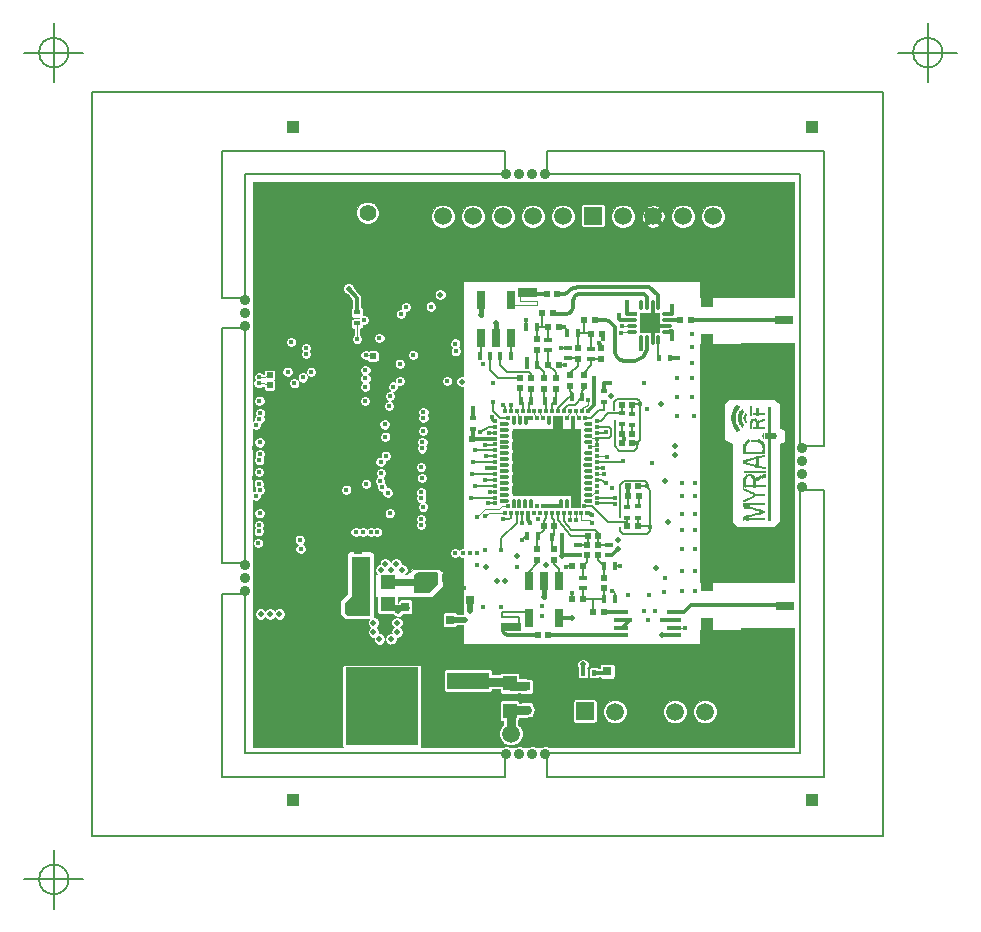
<source format=gtl>
G04 (created by PCBNEW-RS274X (2012-08-04 BZR 3667)-testing) date 10/19/2012 6:39:08 PM*
%MOIN*%
G04 Gerber Fmt 3.4, Leading zero omitted, Abs format*
%FSLAX34Y34*%
G01*
G70*
G90*
G04 APERTURE LIST*
%ADD10C,0.0017*%
%ADD11C,0.0059*%
%ADD12C,0.0077*%
%ADD13C,0.0432*%
%ADD14C,0.0195*%
%ADD15C,0.0157*%
%ADD16C,0.0354*%
%ADD17R,0.0392X0.0392*%
%ADD18R,0.0472X0.051*%
%ADD19R,0.051X0.0472*%
%ADD20R,0.0195X0.0175*%
%ADD21R,0.0175X0.0195*%
%ADD22R,0.0259X0.014*%
%ADD23R,0.014X0.0259*%
%ADD24R,0.0275X0.0314*%
%ADD25R,0.0314X0.0275*%
%ADD26R,0.0195X0.0195*%
%ADD27C,0.2165*%
%ADD28R,0.1417X0.055*%
%ADD29R,0.244X0.2598*%
%ADD30R,0.0314X0.0314*%
%ADD31R,0.1495X0.0392*%
%ADD32R,0.1299X0.0392*%
%ADD33R,0.0392X0.1299*%
%ADD34R,0.0392X0.1495*%
%ADD35R,0.1849X0.0589*%
%ADD36R,0.0589X0.0275*%
%ADD37C,0.051*%
%ADD38C,0.055*%
%ADD39C,0.0597*%
%ADD40R,0.0597X0.0597*%
%ADD41R,0.0472X0.015*%
%ADD42O,0.0472X0.015*%
%ADD43R,0.0299X0.0649*%
%ADD44R,0.0669X0.0669*%
%ADD45O,0.0117X0.0335*%
%ADD46O,0.0122X0.0335*%
%ADD47O,0.0118X0.0335*%
%ADD48O,0.0335X0.0118*%
%ADD49R,0.0335X0.0118*%
%ADD50O,0.0335X0.0122*%
%ADD51R,0.0157X0.0209*%
%ADD52R,0.002X0.0114*%
%ADD53R,0.0276X0.0095*%
%ADD54R,0.0327X0.0095*%
%ADD55R,0.0354X0.0095*%
%ADD56R,0.0559X0.0095*%
%ADD57R,0.0019X0.0095*%
%ADD58R,0.0019X0.0083*%
%ADD59R,0.002X0.0095*%
%ADD60R,0.0019X0.0171*%
%ADD61R,0.0019X0.0342*%
%ADD62R,0.0019X0.0304*%
%ADD63R,0.0019X0.0094*%
%ADD64R,0.0019X0.0209*%
%ADD65R,0.0019X0.038*%
%ADD66R,0.0019X0.0475*%
%ADD67R,0.0019X0.0589*%
%ADD68R,0.0019X0.0646*%
%ADD69R,0.0019X0.0703*%
%ADD70R,0.0019X0.0779*%
%ADD71R,0.0019X0.0285*%
%ADD72R,0.0019X0.0247*%
%ADD73R,0.0019X0.0228*%
%ADD74R,0.0019X0.019*%
%ADD75R,0.0019X0.0133*%
%ADD76R,0.0019X0.0076*%
%ADD77R,0.0019X0.0038*%
%ADD78R,0.0019X0.0437*%
%ADD79R,0.0019X0.0551*%
%ADD80R,0.0019X0.0114*%
%ADD81R,0.0019X0.0057*%
%ADD82R,0.002X0.014*%
%ADD83R,0.0019X0.0335*%
%ADD84R,0.0019X0.0152*%
%ADD85R,0.0019X0.0361*%
%ADD86R,0.0019X0.0399*%
%ADD87R,0.0019X0.0323*%
%ADD88R,0.0019X0.0266*%
%ADD89R,0.0591X0.0095*%
%ADD90R,0.0157X0.0095*%
%ADD91R,0.002X0.038*%
%ADD92R,0.0019X0.0418*%
%ADD93R,0.0295X0.0095*%
%ADD94R,0.0217X0.0095*%
%ADD95R,0.0724X0.0095*%
%ADD96R,0.0019X0.3781*%
%ADD97R,0.0117X0.0275*%
%ADD98R,0.0117X0.0117*%
%ADD99R,0.0117X0.0177*%
%ADD100R,0.0177X0.0117*%
%ADD101C,0.0196*%
%ADD102C,0.0138*%
%ADD103C,0.0196*%
%ADD104C,0.0117*%
%ADD105C,0.0118*%
%ADD106C,0.0122*%
%ADD107C,0.0195*%
%ADD108C,0.0157*%
%ADD109C,0.0314*%
%ADD110C,0.0078*%
%ADD111C,0.0039*%
%ADD112C,0.0235*%
G04 APERTURE END LIST*
G54D10*
G54D11*
X41831Y-53937D02*
G75*
G03X41831Y-53937I-492J0D01*
G74*
G01*
X40355Y-53937D02*
X42323Y-53937D01*
X41339Y-52953D02*
X41339Y-54921D01*
X70964Y-26378D02*
G75*
G03X70964Y-26378I-492J0D01*
G74*
G01*
X69488Y-26378D02*
X71456Y-26378D01*
X70472Y-25394D02*
X70472Y-27362D01*
X41831Y-26378D02*
G75*
G03X41831Y-26378I-492J0D01*
G74*
G01*
X40355Y-26378D02*
X42323Y-26378D01*
X41339Y-25394D02*
X41339Y-27362D01*
G54D12*
X42606Y-52483D02*
X42606Y-27680D01*
X68983Y-52483D02*
X42606Y-52483D01*
X68983Y-27680D02*
X68983Y-52483D01*
X42606Y-27680D02*
X68983Y-27680D01*
X66228Y-30437D02*
X66228Y-39492D01*
X57764Y-30437D02*
X66228Y-30437D01*
X57764Y-29650D02*
X57764Y-30437D01*
X67016Y-29650D02*
X57764Y-29650D01*
X67016Y-39492D02*
X67016Y-29650D01*
X66228Y-39492D02*
X67016Y-39492D01*
X57764Y-50515D02*
X57764Y-49728D01*
X67016Y-50515D02*
X57764Y-50515D01*
X67016Y-40948D02*
X67016Y-50515D01*
X66228Y-40948D02*
X67016Y-40948D01*
X66228Y-49728D02*
X66228Y-40948D01*
X57764Y-49728D02*
X66228Y-49728D01*
X46936Y-50515D02*
X46936Y-44413D01*
X56386Y-50515D02*
X46936Y-50515D01*
X56386Y-49728D02*
X56386Y-50515D01*
X47724Y-49728D02*
X56386Y-49728D01*
X47724Y-44413D02*
X47724Y-49728D01*
X46936Y-44413D02*
X47724Y-44413D01*
X46936Y-43390D02*
X46936Y-35555D01*
X47724Y-43390D02*
X46936Y-43390D01*
X47724Y-35555D02*
X47724Y-43390D01*
X46936Y-35555D02*
X47724Y-35555D01*
X47724Y-30437D02*
X47724Y-34570D01*
X46936Y-34570D02*
X47724Y-34570D01*
X46936Y-29648D02*
X46936Y-34570D01*
X46936Y-29648D02*
X56384Y-29648D01*
X56384Y-29648D02*
X56384Y-30437D01*
X47724Y-30437D02*
X56384Y-30437D01*
G54D13*
X49554Y-45454D03*
X49554Y-35062D03*
G54D14*
X56102Y-43975D03*
G54D15*
X61013Y-44997D03*
X61363Y-45005D03*
X61158Y-45292D03*
X61386Y-35540D03*
X61024Y-35536D03*
X61024Y-35198D03*
X61394Y-35193D03*
X56791Y-43535D03*
X63583Y-34409D03*
G54D16*
X47725Y-34630D03*
X47725Y-35063D03*
X47725Y-35496D03*
X47725Y-44335D03*
X47725Y-43902D03*
X47725Y-43469D03*
X66268Y-39571D03*
X66268Y-40004D03*
X66268Y-40437D03*
X66268Y-40870D03*
G54D17*
X49299Y-51303D03*
X66622Y-51303D03*
X66621Y-28862D03*
G54D15*
X58299Y-40354D03*
X58299Y-39921D03*
X58082Y-40138D03*
X58515Y-40138D03*
X61129Y-38252D03*
X61011Y-37386D03*
X63553Y-36201D03*
X63571Y-36520D03*
X63571Y-36993D03*
X52273Y-32898D03*
X52272Y-33331D03*
X51445Y-33331D03*
X51446Y-32898D03*
X59398Y-33803D03*
X59005Y-33804D03*
X61367Y-33804D03*
X61760Y-33803D03*
X64005Y-31204D03*
X65736Y-31283D03*
X53610Y-30890D03*
X53059Y-30890D03*
X59791Y-30889D03*
X59201Y-30889D03*
X58571Y-30889D03*
X57901Y-30889D03*
X57311Y-30890D03*
X54240Y-30890D03*
X54831Y-30890D03*
X55461Y-30890D03*
X56130Y-30890D03*
X56721Y-30890D03*
X62783Y-30889D03*
X62193Y-30889D03*
X61563Y-30889D03*
X60893Y-30889D03*
X60382Y-30890D03*
X63335Y-30890D03*
X63846Y-30889D03*
X64516Y-30889D03*
X65146Y-30889D03*
X65736Y-30889D03*
X63127Y-32925D03*
X63138Y-33292D03*
X63600Y-33280D03*
X62655Y-33280D03*
X63453Y-32544D03*
X61484Y-32544D03*
X62065Y-32532D03*
X60894Y-32544D03*
X62744Y-32544D03*
X60658Y-33292D03*
X61120Y-33280D03*
X62065Y-33280D03*
X61603Y-33292D03*
X59752Y-33292D03*
X60214Y-33280D03*
X55953Y-33291D03*
X55312Y-33271D03*
X60343Y-32544D03*
X59269Y-33280D03*
X56465Y-33291D03*
X56965Y-33280D03*
X54289Y-33271D03*
X54762Y-33271D03*
X58807Y-33292D03*
X57410Y-33291D03*
X50618Y-30929D03*
X50895Y-32898D03*
X50894Y-33331D03*
X49281Y-33527D03*
X50028Y-30929D03*
X49950Y-33567D03*
X49398Y-30929D03*
X48728Y-30929D03*
X48256Y-35103D03*
X48650Y-35102D03*
X48650Y-34552D03*
X48256Y-34552D03*
X48256Y-33410D03*
X48650Y-33410D03*
X48650Y-33961D03*
X48256Y-33961D03*
X48255Y-32898D03*
X48255Y-32504D03*
X48255Y-32032D03*
X48255Y-31520D03*
X48256Y-30929D03*
X52627Y-36166D03*
X51995Y-39173D03*
X51680Y-39173D03*
X51365Y-39173D03*
X51010Y-39212D03*
X51004Y-38953D03*
X51012Y-39551D03*
X51012Y-40181D03*
X55718Y-42968D03*
X55450Y-43472D03*
X54248Y-41252D03*
X53937Y-41520D03*
X53925Y-41248D03*
X52413Y-41387D03*
X51196Y-41394D03*
X63602Y-33632D03*
X63612Y-33967D03*
X64016Y-36220D03*
X64043Y-36559D03*
X64035Y-34409D03*
X64043Y-34039D03*
X65462Y-33764D03*
X65776Y-33764D03*
X65146Y-33764D03*
X64832Y-33764D03*
X64202Y-33764D03*
X64516Y-33764D03*
X64516Y-36835D03*
X64202Y-36835D03*
X64832Y-36835D03*
X65146Y-36835D03*
X65776Y-36835D03*
X65462Y-36835D03*
X65697Y-42268D03*
X65696Y-41677D03*
X65696Y-41087D03*
X65696Y-40535D03*
X65697Y-37977D03*
X65697Y-38646D03*
X65697Y-39906D03*
X63570Y-40024D03*
X63570Y-39591D03*
X63571Y-39079D03*
X63571Y-38528D03*
X63571Y-37977D03*
X63570Y-42937D03*
X63570Y-40535D03*
X63570Y-41087D03*
X63570Y-41677D03*
X63571Y-42268D03*
X63137Y-42584D03*
X63138Y-42230D03*
X63138Y-39867D03*
X63137Y-40221D03*
X63136Y-37859D03*
X63137Y-37505D03*
X62626Y-36717D03*
X62626Y-36205D03*
X62626Y-35772D03*
X62626Y-37229D03*
X62626Y-37858D03*
X63571Y-37504D03*
X62114Y-38488D03*
X62665Y-38488D03*
X62114Y-37858D03*
X62114Y-37229D03*
X61169Y-44473D03*
X61721Y-43882D03*
X61681Y-44355D03*
X62274Y-40728D03*
X62271Y-41166D03*
X62271Y-41756D03*
X62271Y-42307D03*
X62271Y-44315D03*
X62272Y-43646D03*
X62271Y-42937D03*
X62704Y-42307D03*
X62704Y-41756D03*
X62704Y-41166D03*
X62697Y-40728D03*
X62704Y-42937D03*
X62705Y-43646D03*
X62704Y-44315D03*
X58732Y-40354D03*
X57866Y-40354D03*
X57433Y-40354D03*
X57000Y-40354D03*
X56783Y-40571D03*
X57216Y-40571D03*
X57653Y-40571D03*
X58082Y-40571D03*
X58515Y-40571D03*
X58515Y-41004D03*
X58082Y-41004D03*
X57653Y-41004D03*
X57216Y-41004D03*
X56783Y-41004D03*
X57000Y-40787D03*
X57433Y-40787D03*
X58299Y-40787D03*
X57866Y-40787D03*
X58732Y-40787D03*
X58732Y-39921D03*
X57866Y-39921D03*
X57433Y-39921D03*
X57000Y-39921D03*
X56783Y-40138D03*
X57216Y-40138D03*
X57653Y-40138D03*
X58515Y-39705D03*
X58082Y-39705D03*
X57653Y-39705D03*
X57216Y-39705D03*
X56783Y-39705D03*
X57000Y-39488D03*
X57433Y-39488D03*
X58299Y-39488D03*
X57866Y-39488D03*
X58732Y-39488D03*
X58732Y-39055D03*
X57866Y-39055D03*
X58299Y-39055D03*
X57433Y-39055D03*
X57000Y-39055D03*
X56783Y-39272D03*
X57216Y-39272D03*
X57653Y-39272D03*
X58082Y-39272D03*
X58515Y-39272D03*
X64055Y-43533D03*
X64045Y-43858D03*
X64555Y-43282D03*
X64241Y-43282D03*
X64871Y-43282D03*
X65185Y-43282D03*
X65815Y-43282D03*
X65501Y-43282D03*
X65510Y-46353D03*
X65824Y-46353D03*
X65194Y-46353D03*
X64880Y-46353D03*
X64065Y-46083D03*
X64035Y-45758D03*
X63514Y-46358D03*
X64250Y-46353D03*
X64564Y-46353D03*
X63553Y-43435D03*
X63553Y-43907D03*
X63494Y-45856D03*
X60472Y-44461D03*
X57598Y-45152D03*
X57598Y-44837D03*
X56249Y-44866D03*
X55658Y-44866D03*
X54516Y-38173D03*
X54516Y-37858D03*
X54005Y-37858D03*
X55028Y-44236D03*
X54162Y-43488D03*
X54756Y-43909D03*
X65736Y-47032D03*
X64319Y-49355D03*
X65736Y-49355D03*
X65106Y-49355D03*
X60622Y-47855D03*
X62889Y-49028D03*
X62889Y-49343D03*
X63480Y-49343D03*
X63480Y-49028D03*
X60566Y-49028D03*
X60566Y-49343D03*
X61118Y-49343D03*
X61118Y-49028D03*
X62260Y-49028D03*
X62260Y-49343D03*
X61709Y-49343D03*
X61709Y-49028D03*
X59465Y-49028D03*
X59465Y-49343D03*
X60016Y-49343D03*
X60016Y-49028D03*
X58914Y-49028D03*
X58914Y-49343D03*
X58323Y-49343D03*
X58323Y-49028D03*
X58335Y-48567D03*
X63138Y-46953D03*
X62587Y-46953D03*
X61012Y-46941D03*
X62004Y-46957D03*
X58465Y-46850D03*
X58099Y-46835D03*
X57547Y-46835D03*
X56996Y-46835D03*
X56484Y-46835D03*
X56012Y-46835D03*
X53932Y-47357D03*
X59417Y-46406D03*
X61760Y-46284D03*
X61406Y-46284D03*
X56642Y-46284D03*
X56996Y-46284D03*
X52378Y-46382D03*
X52031Y-46382D03*
X50539Y-46873D03*
X49870Y-46676D03*
X49240Y-46755D03*
X48295Y-45968D03*
X48689Y-45968D03*
X48689Y-45496D03*
X48295Y-45496D03*
X48295Y-46441D03*
X48689Y-46441D03*
X48689Y-46913D03*
X48295Y-46913D03*
X48295Y-47386D03*
X48295Y-47937D03*
X48295Y-48449D03*
X48295Y-48921D03*
X48295Y-49315D03*
X48965Y-49315D03*
X49673Y-49315D03*
X50382Y-49315D03*
G54D14*
X48861Y-45087D03*
X48546Y-45087D03*
X48231Y-45087D03*
X52389Y-43424D03*
X52744Y-43424D03*
X52941Y-43620D03*
X52586Y-43621D03*
X52782Y-45375D03*
X52782Y-45690D03*
X52584Y-45927D03*
X52190Y-45927D03*
X51994Y-45690D03*
X51994Y-45375D03*
G54D18*
X56532Y-48310D03*
X56532Y-47406D03*
G54D19*
X51568Y-44036D03*
X52472Y-44036D03*
X51568Y-44772D03*
X52472Y-44772D03*
G54D20*
X51445Y-35036D03*
X51445Y-35406D03*
G54D21*
X61870Y-36559D03*
X61500Y-36559D03*
G54D20*
X60461Y-41890D03*
X60461Y-41520D03*
X55299Y-38559D03*
X55299Y-38929D03*
X60827Y-41504D03*
X60827Y-41874D03*
X60618Y-38784D03*
X60618Y-38414D03*
X60264Y-38402D03*
X60264Y-38772D03*
X59665Y-38024D03*
X59665Y-37654D03*
G54D22*
X58799Y-43133D03*
X58799Y-42793D03*
X57825Y-35952D03*
X57825Y-36292D03*
X59843Y-43123D03*
X59843Y-42783D03*
G54D23*
X58800Y-35740D03*
X58460Y-35740D03*
X57442Y-36787D03*
X57102Y-36787D03*
G54D22*
X58472Y-36568D03*
X58472Y-36228D03*
G54D23*
X57434Y-35512D03*
X57094Y-35512D03*
X58957Y-37870D03*
X58617Y-37870D03*
G54D22*
X59252Y-36247D03*
X59252Y-36587D03*
G54D23*
X58296Y-42520D03*
X57956Y-42520D03*
X57123Y-42500D03*
X57463Y-42500D03*
X59692Y-44606D03*
X60032Y-44606D03*
G54D22*
X58976Y-44225D03*
X58976Y-43885D03*
G54D23*
X59692Y-43484D03*
X60032Y-43484D03*
X57237Y-37984D03*
X56897Y-37984D03*
X56568Y-36500D03*
X56228Y-36500D03*
X55550Y-36496D03*
X55890Y-36496D03*
X58044Y-37992D03*
X57704Y-37992D03*
G54D24*
X57078Y-47500D03*
X57508Y-47500D03*
X57088Y-48284D03*
X57518Y-48284D03*
X54542Y-45276D03*
X54112Y-45276D03*
G54D25*
X51469Y-43372D03*
X51469Y-42943D03*
G54D24*
X53057Y-44851D03*
X53487Y-44851D03*
X55215Y-44638D03*
X54785Y-44638D03*
X53990Y-43882D03*
X54420Y-43882D03*
G54D26*
X59016Y-35305D03*
X59370Y-35305D03*
X59327Y-45031D03*
X59681Y-45031D03*
X58976Y-44606D03*
X58622Y-44606D03*
X59693Y-43878D03*
X59693Y-44232D03*
X58976Y-43504D03*
X58622Y-43504D03*
X59124Y-42776D03*
X59124Y-43130D03*
X59488Y-42776D03*
X59488Y-43130D03*
X59130Y-42477D03*
X59484Y-42477D03*
X59577Y-36584D03*
X59577Y-36230D03*
X57469Y-45799D03*
X57823Y-45799D03*
X57622Y-35059D03*
X57976Y-35059D03*
X58004Y-42933D03*
X58004Y-43287D03*
X57461Y-42933D03*
X57461Y-43287D03*
X57667Y-42165D03*
X58021Y-42165D03*
X59012Y-37480D03*
X59012Y-37126D03*
X59248Y-35744D03*
X59602Y-35744D03*
X58799Y-36575D03*
X58799Y-36221D03*
X57441Y-36289D03*
X57441Y-35935D03*
X51976Y-36496D03*
X52330Y-36496D03*
X57825Y-35522D03*
X58179Y-35522D03*
X58071Y-37579D03*
X58071Y-37225D03*
X57677Y-37579D03*
X57677Y-37225D03*
X57260Y-37575D03*
X57260Y-37221D03*
X57825Y-36781D03*
X58179Y-36781D03*
X57764Y-34433D03*
X58118Y-34433D03*
X56874Y-37567D03*
X56874Y-37213D03*
X58547Y-37480D03*
X58547Y-37126D03*
X62217Y-35299D03*
X62571Y-35299D03*
X48532Y-37130D03*
X48532Y-36776D03*
X48532Y-37457D03*
X48532Y-37811D03*
X60264Y-38110D03*
X60618Y-38110D03*
X60268Y-39083D03*
X60622Y-39083D03*
X60264Y-39406D03*
X60618Y-39406D03*
X60473Y-40831D03*
X60827Y-40831D03*
X60461Y-42173D03*
X60815Y-42173D03*
X55283Y-39252D03*
X54929Y-39252D03*
X60481Y-41173D03*
X60835Y-41173D03*
G54D27*
X49752Y-32228D03*
X64791Y-32228D03*
X64791Y-47975D03*
X49752Y-47975D03*
G54D28*
X55145Y-49107D03*
G54D29*
X52271Y-48173D03*
G54D28*
X55145Y-47309D03*
G54D14*
X56378Y-43975D03*
X52232Y-43621D03*
G54D21*
X59347Y-47051D03*
X58977Y-47051D03*
G54D30*
X60421Y-46992D03*
X59791Y-46992D03*
G54D14*
X52112Y-49195D03*
X51720Y-49197D03*
X52507Y-49197D03*
X51325Y-49197D03*
X52902Y-49197D03*
X51325Y-48802D03*
X51325Y-48410D03*
X51325Y-48015D03*
X51325Y-47622D03*
X51325Y-47267D03*
X51720Y-47267D03*
X52114Y-47267D03*
X52507Y-47267D03*
X52900Y-47267D03*
X52900Y-47622D03*
X52900Y-48015D03*
X52900Y-48410D03*
X52900Y-48802D03*
G54D17*
X49299Y-28862D03*
G54D16*
X56426Y-49768D03*
X56859Y-49768D03*
X57292Y-49768D03*
X57726Y-49768D03*
X56425Y-30437D03*
X56858Y-30437D03*
X57291Y-30437D03*
X57725Y-30437D03*
G54D14*
X54516Y-48607D03*
X54831Y-48607D03*
X55146Y-48607D03*
X55461Y-48607D03*
X59419Y-47520D03*
X60512Y-47510D03*
X62312Y-47426D03*
X63336Y-47426D03*
G54D31*
X60400Y-33783D03*
X58038Y-33783D03*
X55676Y-33783D03*
X53313Y-33783D03*
G54D32*
X51051Y-33783D03*
G54D33*
X50599Y-34235D03*
G54D34*
X63116Y-36500D03*
X63116Y-38862D03*
X63116Y-41223D03*
X63116Y-43587D03*
G54D32*
X62663Y-46301D03*
G54D33*
X63116Y-45847D03*
X50599Y-45847D03*
G54D32*
X51051Y-46301D03*
G54D31*
X53313Y-46301D03*
X55676Y-46301D03*
X58038Y-46301D03*
X60400Y-46301D03*
G54D34*
X50599Y-43587D03*
X50599Y-41223D03*
X50599Y-38862D03*
X50599Y-36500D03*
G54D32*
X62663Y-33783D03*
G54D33*
X63116Y-34235D03*
G54D35*
X65161Y-43763D03*
X65161Y-45867D03*
G54D36*
X65711Y-44815D03*
G54D35*
X65145Y-34246D03*
X65145Y-36350D03*
G54D36*
X65695Y-35298D03*
G54D37*
X51299Y-32217D03*
X52299Y-32217D03*
X52299Y-31217D03*
X51299Y-31217D03*
G54D38*
X51799Y-31717D03*
G54D39*
X58307Y-31834D03*
X57307Y-31834D03*
X56307Y-31834D03*
X55307Y-31834D03*
G54D40*
X53307Y-31814D03*
G54D39*
X54307Y-31834D03*
G54D40*
X57576Y-49079D03*
G54D39*
X56576Y-49079D03*
G54D41*
X62005Y-45800D03*
G54D42*
X62005Y-45543D03*
X62005Y-45289D03*
X62005Y-45032D03*
X60235Y-45032D03*
X60235Y-45289D03*
X60235Y-45543D03*
X60235Y-45800D03*
G54D43*
X57164Y-43981D03*
X57664Y-43981D03*
X58164Y-43981D03*
X58164Y-45232D03*
X57164Y-45232D03*
G54D44*
X61200Y-35379D03*
G54D45*
X61298Y-34799D03*
G54D46*
X61102Y-34799D03*
G54D45*
X60905Y-34799D03*
G54D46*
X61495Y-34799D03*
X61102Y-35959D03*
G54D47*
X60905Y-35960D03*
X61298Y-35960D03*
X61495Y-35960D03*
G54D48*
X60619Y-35281D03*
G54D49*
X60619Y-35084D03*
G54D48*
X60619Y-35477D03*
X60619Y-35674D03*
G54D50*
X61780Y-35281D03*
G54D48*
X61781Y-35084D03*
X61781Y-35477D03*
X61781Y-35674D03*
G54D43*
X56579Y-35874D03*
X56079Y-35874D03*
X55579Y-35874D03*
X55579Y-34623D03*
X56579Y-34623D03*
G54D51*
X65303Y-39141D03*
G54D52*
X65063Y-40479D03*
G54D53*
X64551Y-40832D03*
G54D54*
X64905Y-40832D03*
G54D55*
X64890Y-41137D03*
G54D56*
X64791Y-41438D03*
G54D57*
X65437Y-39141D03*
G54D58*
X64362Y-40940D03*
G54D59*
X64377Y-41328D03*
G54D58*
X64358Y-41334D03*
G54D60*
X64378Y-41479D03*
G54D61*
X65043Y-39587D03*
G54D62*
X65059Y-39606D03*
G54D57*
X65063Y-40224D03*
G54D59*
X65044Y-40224D03*
G54D63*
X65059Y-39826D03*
G54D64*
X63960Y-38571D03*
G54D65*
X63979Y-38561D03*
G54D66*
X63998Y-38571D03*
G54D67*
X64017Y-38571D03*
G54D68*
X64036Y-38561D03*
G54D69*
X64055Y-38571D03*
G54D70*
X64074Y-38571D03*
G54D71*
X64093Y-38837D03*
X64093Y-38305D03*
G54D72*
X64112Y-38875D03*
X64112Y-38267D03*
G54D73*
X64131Y-38903D03*
G54D64*
X64131Y-38229D03*
G54D74*
X64150Y-38922D03*
G54D60*
X64150Y-38210D03*
G54D75*
X64169Y-38932D03*
X64169Y-38210D03*
G54D57*
X64188Y-38932D03*
G54D72*
X64188Y-38571D03*
G54D76*
X64188Y-38200D03*
G54D77*
X64207Y-38941D03*
G54D61*
X64207Y-38561D03*
G54D77*
X64207Y-38200D03*
G54D78*
X64226Y-38571D03*
G54D66*
X64245Y-38571D03*
G54D79*
X64264Y-38571D03*
G54D73*
X64283Y-38751D03*
G54D64*
X64283Y-38381D03*
G54D60*
X64302Y-38780D03*
X64302Y-38362D03*
G54D80*
X64321Y-38789D03*
X64321Y-38352D03*
G54D81*
X64340Y-38799D03*
X64340Y-38343D03*
G54D75*
X64359Y-41915D03*
G54D82*
X64358Y-41464D03*
G54D83*
X64362Y-40712D03*
G54D80*
X64359Y-40024D03*
G54D62*
X64359Y-39606D03*
G54D57*
X64359Y-38571D03*
G54D84*
X64378Y-41905D03*
G54D57*
X64378Y-40946D03*
G54D85*
X64378Y-40699D03*
G54D84*
X64378Y-40024D03*
G54D61*
X64378Y-39587D03*
G54D64*
X64378Y-38571D03*
G54D84*
X64397Y-41905D03*
G54D60*
X64397Y-41478D03*
G54D57*
X64397Y-41326D03*
X64397Y-40946D03*
G54D65*
X64397Y-40689D03*
G54D84*
X64397Y-40024D03*
G54D65*
X64397Y-39568D03*
G54D71*
X64397Y-38571D03*
G54D84*
X64416Y-41905D03*
G54D60*
X64416Y-41478D03*
G54D57*
X64416Y-41307D03*
X64416Y-40965D03*
G54D86*
X64416Y-40680D03*
G54D84*
X64416Y-40024D03*
G54D86*
X64416Y-39559D03*
G54D87*
X64416Y-38571D03*
G54D60*
X64435Y-41896D03*
X64435Y-41478D03*
G54D57*
X64435Y-41307D03*
X64435Y-40965D03*
G54D75*
X64435Y-40528D03*
G54D60*
X64435Y-40034D03*
G54D84*
X64435Y-39416D03*
G54D57*
X64435Y-38685D03*
X64435Y-38457D03*
G54D60*
X64454Y-41896D03*
X64454Y-41478D03*
G54D57*
X64454Y-41288D03*
X64454Y-40984D03*
G54D80*
X64454Y-40499D03*
G54D74*
X64454Y-40024D03*
G54D75*
X64454Y-39388D03*
G54D77*
X64454Y-38694D03*
X64454Y-38447D03*
G54D60*
X64473Y-41896D03*
G54D74*
X64473Y-41487D03*
G54D57*
X64473Y-41288D03*
X64473Y-40984D03*
X64473Y-40490D03*
G54D76*
X64473Y-40081D03*
G54D57*
X64473Y-39977D03*
G54D80*
X64473Y-39359D03*
G54D60*
X64492Y-41896D03*
G54D74*
X64492Y-41487D03*
G54D57*
X64492Y-41269D03*
G54D76*
X64492Y-40993D03*
G54D57*
X64492Y-40490D03*
X64492Y-40091D03*
G54D76*
X64492Y-39967D03*
G54D80*
X64492Y-39359D03*
G54D74*
X64511Y-41886D03*
X64511Y-41487D03*
G54D57*
X64511Y-41269D03*
X64511Y-41003D03*
X64511Y-40471D03*
X64511Y-40091D03*
X64511Y-39958D03*
G54D80*
X64511Y-39340D03*
G54D76*
X64530Y-41829D03*
G54D74*
X64530Y-41487D03*
G54D57*
X64530Y-41250D03*
G54D76*
X64530Y-41012D03*
G54D57*
X64530Y-40471D03*
X64530Y-40091D03*
X64530Y-39958D03*
X64530Y-39331D03*
G54D76*
X64549Y-41829D03*
G54D64*
X64549Y-41497D03*
G54D57*
X64549Y-41250D03*
X64549Y-41022D03*
X64549Y-40471D03*
G54D76*
X64549Y-40100D03*
G54D57*
X64549Y-39958D03*
X64549Y-39331D03*
X64568Y-41820D03*
X64568Y-41554D03*
X64568Y-41231D03*
G54D76*
X64568Y-41031D03*
G54D57*
X64568Y-40471D03*
X64568Y-40110D03*
G54D76*
X64568Y-39948D03*
G54D88*
X64568Y-38789D03*
G54D62*
X64568Y-38333D03*
G54D76*
X64587Y-41810D03*
X64587Y-41563D03*
G54D57*
X64587Y-41231D03*
X64587Y-41041D03*
X64587Y-40471D03*
X64587Y-40110D03*
X64587Y-39939D03*
G54D71*
X64587Y-38780D03*
G54D62*
X64587Y-38333D03*
G54D76*
X64606Y-41810D03*
G54D57*
X64606Y-41573D03*
X64606Y-41212D03*
G54D76*
X64606Y-41050D03*
G54D57*
X64606Y-40490D03*
G54D76*
X64606Y-40119D03*
G54D57*
X64606Y-39939D03*
G54D87*
X64606Y-38761D03*
G54D62*
X64606Y-38333D03*
G54D76*
X64625Y-41810D03*
G54D57*
X64625Y-41573D03*
X64625Y-41212D03*
X64625Y-41060D03*
G54D80*
X64625Y-40499D03*
G54D57*
X64625Y-40129D03*
X64625Y-39939D03*
G54D87*
X64625Y-38761D03*
G54D62*
X64625Y-38333D03*
G54D57*
X64644Y-41801D03*
X64644Y-41573D03*
X64644Y-41193D03*
G54D76*
X64644Y-41069D03*
G54D80*
X64644Y-40518D03*
G54D57*
X64644Y-40129D03*
X64644Y-39920D03*
G54D75*
X64644Y-38647D03*
G54D76*
X64663Y-41791D03*
X64663Y-41582D03*
G54D74*
X64663Y-41126D03*
G54D84*
X64663Y-40537D03*
G54D57*
X64663Y-40129D03*
X64663Y-39920D03*
X64663Y-38628D03*
G54D76*
X64682Y-41791D03*
G54D57*
X64682Y-41592D03*
G54D60*
X64682Y-41136D03*
G54D86*
X64682Y-40680D03*
G54D76*
X64682Y-40138D03*
G54D57*
X64682Y-39920D03*
X64682Y-38609D03*
G54D76*
X64701Y-41791D03*
G54D57*
X64701Y-41592D03*
G54D84*
X64701Y-41126D03*
G54D65*
X64701Y-40689D03*
G54D57*
X64701Y-40148D03*
X64701Y-39901D03*
G54D89*
X64704Y-39711D03*
G54D90*
X64701Y-38875D03*
G54D57*
X64701Y-38609D03*
G54D90*
X64701Y-38438D03*
G54D57*
X64720Y-41782D03*
G54D76*
X64720Y-41601D03*
G54D75*
X64720Y-41136D03*
G54D61*
X64720Y-40708D03*
G54D57*
X64720Y-40148D03*
X64720Y-39901D03*
G54D76*
X64720Y-38618D03*
G54D56*
X64791Y-41934D03*
G54D76*
X64739Y-41772D03*
X64739Y-41601D03*
G54D87*
X64739Y-40718D03*
G54D57*
X64739Y-40148D03*
X64739Y-39901D03*
X64739Y-38628D03*
G54D76*
X64758Y-41772D03*
G54D57*
X64758Y-41611D03*
X64758Y-40604D03*
G54D80*
X64758Y-40157D03*
G54D57*
X64758Y-39901D03*
G54D80*
X64758Y-38637D03*
G54D57*
X64777Y-41763D03*
X64777Y-41611D03*
G54D80*
X64777Y-40594D03*
G54D91*
X64777Y-40024D03*
G54D87*
X64777Y-38761D03*
G54D72*
X64777Y-38362D03*
G54D76*
X64796Y-41753D03*
X64796Y-41620D03*
G54D57*
X64796Y-40585D03*
G54D65*
X64796Y-40024D03*
G54D62*
X64796Y-38770D03*
G54D72*
X64796Y-38362D03*
G54D76*
X64815Y-41753D03*
X64815Y-41620D03*
G54D80*
X64815Y-40575D03*
G54D65*
X64815Y-40024D03*
G54D71*
X64815Y-38780D03*
G54D72*
X64815Y-38362D03*
G54D76*
X64834Y-41753D03*
G54D57*
X64834Y-41630D03*
G54D80*
X64834Y-40575D03*
G54D92*
X64834Y-40024D03*
G54D93*
X64701Y-39311D03*
G54D88*
X64834Y-38789D03*
G54D72*
X64834Y-38362D03*
G54D57*
X64853Y-41744D03*
X64853Y-41630D03*
X64853Y-40566D03*
X64853Y-40186D03*
X64853Y-39863D03*
G54D80*
X64853Y-39321D03*
X64853Y-38694D03*
G54D76*
X64872Y-41734D03*
X64872Y-41639D03*
G54D80*
X64872Y-40556D03*
G54D57*
X64872Y-40186D03*
X64872Y-39863D03*
X64872Y-39331D03*
X64872Y-38685D03*
G54D60*
X64891Y-41687D03*
G54D57*
X64891Y-40547D03*
X64891Y-40205D03*
X64891Y-39863D03*
G54D80*
X64891Y-39340D03*
G54D57*
X64891Y-38685D03*
G54D60*
X64910Y-41687D03*
G54D80*
X64910Y-40537D03*
G54D57*
X64910Y-40205D03*
X64910Y-39844D03*
X64910Y-39350D03*
X64910Y-38666D03*
G54D84*
X64929Y-41696D03*
G54D80*
X64929Y-40537D03*
G54D57*
X64929Y-40205D03*
X64929Y-39844D03*
G54D80*
X64929Y-39359D03*
G54D57*
X64929Y-38666D03*
G54D75*
X64948Y-41687D03*
G54D57*
X64948Y-40528D03*
X64948Y-40205D03*
X64948Y-39844D03*
G54D80*
X64948Y-39378D03*
G54D57*
X64948Y-38647D03*
G54D94*
X64945Y-38438D03*
G54D75*
X64967Y-41687D03*
G54D80*
X64967Y-40518D03*
G54D57*
X64967Y-40224D03*
X64967Y-39825D03*
G54D84*
X64967Y-39397D03*
G54D94*
X64945Y-38875D03*
G54D57*
X64967Y-38647D03*
G54D75*
X64986Y-41687D03*
G54D57*
X64986Y-40509D03*
G54D95*
X64712Y-40345D03*
G54D57*
X64986Y-40224D03*
X64986Y-39825D03*
G54D80*
X64986Y-39701D03*
G54D64*
X64986Y-39445D03*
G54D57*
X64986Y-39141D03*
X64986Y-38628D03*
X65005Y-41687D03*
G54D80*
X65005Y-40499D03*
G54D57*
X65005Y-40224D03*
X65005Y-39825D03*
G54D86*
X65005Y-39559D03*
G54D75*
X65005Y-39141D03*
G54D57*
X65005Y-38628D03*
X65024Y-41687D03*
X65024Y-40490D03*
X65024Y-40224D03*
X65024Y-39825D03*
G54D85*
X65024Y-39578D03*
G54D60*
X65024Y-39141D03*
G54D76*
X65024Y-38618D03*
G54D57*
X65043Y-41687D03*
G54D80*
X65043Y-40480D03*
G54D63*
X65043Y-39826D03*
G54D57*
X65043Y-38609D03*
G54D81*
X65062Y-41687D03*
G54D51*
X65110Y-39141D03*
G54D96*
X65195Y-40091D03*
X65214Y-40091D03*
X65233Y-40091D03*
G54D74*
X65386Y-39141D03*
G54D60*
X65404Y-39141D03*
G54D75*
X65421Y-39141D03*
G54D97*
X58242Y-40948D03*
X58242Y-40580D03*
X58242Y-40216D03*
X58242Y-39845D03*
X58242Y-39480D03*
X58242Y-39113D03*
X58437Y-39113D03*
X58439Y-39480D03*
X58439Y-39845D03*
X58439Y-40216D03*
X58439Y-40580D03*
X58439Y-40948D03*
X58827Y-40948D03*
X58827Y-40580D03*
X58827Y-40216D03*
X58827Y-39845D03*
X58827Y-39480D03*
X58827Y-39113D03*
X58630Y-39113D03*
X58630Y-39480D03*
X58630Y-39845D03*
X58630Y-40216D03*
X58630Y-40580D03*
X58630Y-40948D03*
X57462Y-40948D03*
X57462Y-40580D03*
X57462Y-40216D03*
X57462Y-39845D03*
X57462Y-39480D03*
X57462Y-39113D03*
X57657Y-39113D03*
X57659Y-39480D03*
X57659Y-39845D03*
X57659Y-40216D03*
X57659Y-40580D03*
X57659Y-40948D03*
X58047Y-40948D03*
X58047Y-40580D03*
X58047Y-40216D03*
X58047Y-39845D03*
X58047Y-39480D03*
X58047Y-39113D03*
X57850Y-39113D03*
X57850Y-39480D03*
X57850Y-39845D03*
X57850Y-40216D03*
X57850Y-40580D03*
X57850Y-40948D03*
X57067Y-40948D03*
X57067Y-40580D03*
X57067Y-40216D03*
X57067Y-39845D03*
X57067Y-39480D03*
X57067Y-39113D03*
X57264Y-39113D03*
X57265Y-39480D03*
X57265Y-39845D03*
X57265Y-40216D03*
X57265Y-40580D03*
X57265Y-40948D03*
X56875Y-40948D03*
X56875Y-40580D03*
X56875Y-40216D03*
X56875Y-39845D03*
X56875Y-39480D03*
X56875Y-39113D03*
G54D98*
X58836Y-38554D03*
X59033Y-38554D03*
X58638Y-38554D03*
X58441Y-38554D03*
X58245Y-38554D03*
X58048Y-38554D03*
X57851Y-38554D03*
X57655Y-38554D03*
X57458Y-38554D03*
X57260Y-38554D03*
X57063Y-38554D03*
X56866Y-38554D03*
X56671Y-38554D03*
G54D99*
X59130Y-38330D03*
X58933Y-38330D03*
X58738Y-38330D03*
X58541Y-38330D03*
X58343Y-38330D03*
X58146Y-38330D03*
X57950Y-38330D03*
X57753Y-38330D03*
X57556Y-38330D03*
X57360Y-38330D03*
X57163Y-38330D03*
X56966Y-38330D03*
X56768Y-38330D03*
X56571Y-38330D03*
G54D98*
X56473Y-38554D03*
G54D100*
X59453Y-38653D03*
G54D98*
X59228Y-38753D03*
G54D100*
X59453Y-38852D03*
X59453Y-39048D03*
X59453Y-39245D03*
X59453Y-39442D03*
X59453Y-39638D03*
X59451Y-39835D03*
X59453Y-40032D03*
X59453Y-40228D03*
X59453Y-40427D03*
X59453Y-40622D03*
X59453Y-40820D03*
X59453Y-41017D03*
X59453Y-41212D03*
X59453Y-41400D03*
G54D98*
X59228Y-38950D03*
X59228Y-39145D03*
X59228Y-39343D03*
X59228Y-39540D03*
X59228Y-39737D03*
X59228Y-39933D03*
X59228Y-40132D03*
X59228Y-40327D03*
X59228Y-40523D03*
X59228Y-40722D03*
X59228Y-40918D03*
X59228Y-41312D03*
X59228Y-41115D03*
X58830Y-41505D03*
X59026Y-41505D03*
X58633Y-41505D03*
X58436Y-41505D03*
X58238Y-41505D03*
X58043Y-41505D03*
X57846Y-41505D03*
X57648Y-41505D03*
X57451Y-41505D03*
X57255Y-41505D03*
X57058Y-41505D03*
X56860Y-41505D03*
X56665Y-41505D03*
G54D99*
X59123Y-41730D03*
X58926Y-41730D03*
X58731Y-41730D03*
X58535Y-41730D03*
X58338Y-41730D03*
X58141Y-41730D03*
X57943Y-41730D03*
X57746Y-41730D03*
X57550Y-41729D03*
X57353Y-41730D03*
X57156Y-41730D03*
X56960Y-41730D03*
X56763Y-41730D03*
X56566Y-41730D03*
G54D98*
X56468Y-41505D03*
G54D99*
X56368Y-41730D03*
X56374Y-38330D03*
G54D100*
X56051Y-38652D03*
G54D98*
X56276Y-38751D03*
G54D100*
X56051Y-38849D03*
X56051Y-39046D03*
X56051Y-39243D03*
X56051Y-39440D03*
X56051Y-39637D03*
X56051Y-39833D03*
X56051Y-40030D03*
X56051Y-40227D03*
X56051Y-40424D03*
X56051Y-40621D03*
X56051Y-40818D03*
X56051Y-41015D03*
X56051Y-41210D03*
X56051Y-41407D03*
G54D98*
X56276Y-38948D03*
X56276Y-39144D03*
X56276Y-39341D03*
X56276Y-39538D03*
X56276Y-39735D03*
X56276Y-39932D03*
X56276Y-40129D03*
X56276Y-40326D03*
X56276Y-40522D03*
X56276Y-40719D03*
X56276Y-40916D03*
X56276Y-41310D03*
X56276Y-41113D03*
G54D97*
X56679Y-39113D03*
X56679Y-39480D03*
X56679Y-39845D03*
X56679Y-40216D03*
X56679Y-40580D03*
X56679Y-40948D03*
G54D39*
X63314Y-31834D03*
X62314Y-31834D03*
X61314Y-31834D03*
G54D40*
X59314Y-31814D03*
G54D39*
X60314Y-31834D03*
X63043Y-48350D03*
X62043Y-48350D03*
X61043Y-48350D03*
G54D40*
X59043Y-48330D03*
G54D39*
X60043Y-48350D03*
G54D14*
X56783Y-43173D03*
X61728Y-40646D03*
X61398Y-43563D03*
X61821Y-42018D03*
X61594Y-38083D03*
X55748Y-43512D03*
X55032Y-45276D03*
X58976Y-46772D03*
G54D15*
X60177Y-35130D03*
G54D14*
X54949Y-37343D03*
G54D15*
X52646Y-37508D03*
G54D14*
X54221Y-34441D03*
X51169Y-34244D03*
X57756Y-43449D03*
G54D15*
X56949Y-42618D03*
G54D14*
X58264Y-43146D03*
X61614Y-45787D03*
X60142Y-42921D03*
G54D15*
X55299Y-38228D03*
G54D14*
X62039Y-39803D03*
X59910Y-37815D03*
X62036Y-39500D03*
G54D15*
X49256Y-36028D03*
X53323Y-36453D03*
G54D14*
X50921Y-43799D03*
X51012Y-36701D03*
G54D15*
X48154Y-36225D03*
X48154Y-35831D03*
G54D14*
X48158Y-36717D03*
X48150Y-39079D03*
X48189Y-41437D03*
G54D15*
X48032Y-37599D03*
X48047Y-38189D03*
X48024Y-39571D03*
X48028Y-40551D03*
X48032Y-41933D03*
X48032Y-42918D03*
X48197Y-43508D03*
G54D14*
X48138Y-43807D03*
G54D15*
X48102Y-44492D03*
X50921Y-44492D03*
G54D14*
X58002Y-47500D03*
G54D15*
X59961Y-44311D03*
X58626Y-44390D03*
X58413Y-43508D03*
X60205Y-43484D03*
X61614Y-45291D03*
X60531Y-45295D03*
X59882Y-37386D03*
X58256Y-36228D03*
X57106Y-36587D03*
G54D14*
X58616Y-45230D03*
G54D15*
X61102Y-40835D03*
G54D14*
X57668Y-44518D03*
G54D15*
X52012Y-34799D03*
X61264Y-40071D03*
X54457Y-43477D03*
G54D14*
X53465Y-45815D03*
G54D15*
X54579Y-44225D03*
G54D14*
X54268Y-46508D03*
G54D15*
X60441Y-34681D03*
G54D14*
X57984Y-48284D03*
G54D15*
X61957Y-34823D03*
X60906Y-36260D03*
X61957Y-35933D03*
X62154Y-36559D03*
X61228Y-42177D03*
X60882Y-38087D03*
X60780Y-39406D03*
X59350Y-37213D03*
G54D101*
X56091Y-35378D03*
X55579Y-35130D03*
G54D15*
X59508Y-36051D03*
X59650Y-35925D03*
X57094Y-35291D03*
X58354Y-35528D03*
X58370Y-36783D03*
X48165Y-37402D03*
X60266Y-35482D03*
X48193Y-37205D03*
X60246Y-35719D03*
X49132Y-37012D03*
X49565Y-42918D03*
X62392Y-45541D03*
G54D14*
X55217Y-44988D03*
G54D15*
X60030Y-41211D03*
G54D102*
X59065Y-39931D03*
G54D15*
X56957Y-42059D03*
G54D102*
X56663Y-41339D03*
G54D15*
X60319Y-39984D03*
G54D102*
X56870Y-38720D03*
G54D15*
X55981Y-37386D03*
G54D102*
X59065Y-38750D03*
G54D14*
X52811Y-44992D03*
X53539Y-43862D03*
X53539Y-44197D03*
G54D102*
X59075Y-41112D03*
G54D15*
X60039Y-41437D03*
X55638Y-36756D03*
G54D102*
X57067Y-38720D03*
G54D15*
X59272Y-41807D03*
X59748Y-39020D03*
G54D102*
X58238Y-41339D03*
X59065Y-39144D03*
X59065Y-38947D03*
X59055Y-40128D03*
X57854Y-38720D03*
G54D15*
X59150Y-37972D03*
G54D102*
X57057Y-41339D03*
G54D15*
X55933Y-38528D03*
G54D102*
X56437Y-39734D03*
X56437Y-40325D03*
G54D15*
X56260Y-42953D03*
G54D102*
X56860Y-41339D03*
G54D14*
X60154Y-42638D03*
G54D102*
X59065Y-41309D03*
G54D15*
X55394Y-39638D03*
X53650Y-41536D03*
G54D102*
X56437Y-41112D03*
G54D15*
X53583Y-40201D03*
G54D102*
X56437Y-39931D03*
G54D15*
X55831Y-39047D03*
G54D102*
X56437Y-40915D03*
G54D15*
X53579Y-41925D03*
X53602Y-40559D03*
G54D102*
X56437Y-40128D03*
G54D15*
X55303Y-40032D03*
X53662Y-38355D03*
G54D102*
X56437Y-38750D03*
G54D15*
X55709Y-39445D03*
X52193Y-35890D03*
X59740Y-40740D03*
X54453Y-37319D03*
X51721Y-37508D03*
X54721Y-36075D03*
X59787Y-39870D03*
X55555Y-39028D03*
G54D102*
X56437Y-38947D03*
G54D15*
X53662Y-38555D03*
X53610Y-39571D03*
G54D102*
X56437Y-39537D03*
G54D15*
X53626Y-39370D03*
G54D102*
X56437Y-39341D03*
G54D15*
X53579Y-42122D03*
G54D102*
X56437Y-40719D03*
G54D15*
X55772Y-40232D03*
X55890Y-41016D03*
X55260Y-41209D03*
X55815Y-41406D03*
X55445Y-41846D03*
X56303Y-41937D03*
X53650Y-38981D03*
G54D102*
X56437Y-39144D03*
G54D15*
X53587Y-41040D03*
G54D102*
X56437Y-40522D03*
G54D15*
X55288Y-40421D03*
X55701Y-40618D03*
X55366Y-40819D03*
X55705Y-41839D03*
G54D102*
X59065Y-40325D03*
G54D15*
X51732Y-36461D03*
X53591Y-41236D03*
G54D102*
X56447Y-41309D03*
G54D15*
X59951Y-40876D03*
X51728Y-36957D03*
G54D102*
X59065Y-40522D03*
G54D15*
X52870Y-37327D03*
X51728Y-37240D03*
X52870Y-36752D03*
X59669Y-40425D03*
X55736Y-39831D03*
X53906Y-34843D03*
X48193Y-37984D03*
X52906Y-35095D03*
X52543Y-37827D03*
X57205Y-42071D03*
X60473Y-41000D03*
G54D102*
X59065Y-40915D03*
X59065Y-39341D03*
G54D15*
X60339Y-39244D03*
X57465Y-41937D03*
G54D102*
X57254Y-41339D03*
G54D15*
X59646Y-40225D03*
X54736Y-36331D03*
X49354Y-37402D03*
X53071Y-34862D03*
X52276Y-40847D03*
X52248Y-40394D03*
X48185Y-39965D03*
X48221Y-38386D03*
X52516Y-38162D03*
X48201Y-39768D03*
X52232Y-40016D03*
X48197Y-39370D03*
X52402Y-39815D03*
X48079Y-38783D03*
X52386Y-39181D03*
X48193Y-38591D03*
X52366Y-38772D03*
G54D102*
X59065Y-39734D03*
G54D15*
X51445Y-35929D03*
X52213Y-40654D03*
X48181Y-40355D03*
X55984Y-38016D03*
X56319Y-38122D03*
X56575Y-38130D03*
G54D102*
X56673Y-38711D03*
G54D15*
X49744Y-36425D03*
X49634Y-37205D03*
X49917Y-37012D03*
X49748Y-36225D03*
X51717Y-37992D03*
X52535Y-41732D03*
X48173Y-42331D03*
X52118Y-42354D03*
X54984Y-43063D03*
X48173Y-40748D03*
X55453Y-43067D03*
X51752Y-40748D03*
X48181Y-42130D03*
X51917Y-42355D03*
X48197Y-41732D03*
X51398Y-42355D03*
X48075Y-41142D03*
X51638Y-42355D03*
X48201Y-40949D03*
X54721Y-43055D03*
X51091Y-40949D03*
X55225Y-43067D03*
G54D102*
X59065Y-40719D03*
G54D15*
X51669Y-35288D03*
G54D102*
X58435Y-41339D03*
G54D15*
X58536Y-41973D03*
X59281Y-42067D03*
X58740Y-41969D03*
X52465Y-41043D03*
X49535Y-42618D03*
X48154Y-42725D03*
G54D14*
X51169Y-44827D03*
X51169Y-45063D03*
G54D103*
X54752Y-45276D02*
X55032Y-45276D01*
X54542Y-45276D02*
X54752Y-45276D01*
G54D104*
X58976Y-46919D02*
X58976Y-46772D01*
X58976Y-46919D02*
X58977Y-47051D01*
X59843Y-43123D02*
X59940Y-43123D01*
X59940Y-43123D02*
X60142Y-42921D01*
X58799Y-43133D02*
X58277Y-43133D01*
X58277Y-43133D02*
X58264Y-43146D01*
X60215Y-35281D02*
X60177Y-35243D01*
X60177Y-35243D02*
X60177Y-35130D01*
X60215Y-35281D02*
X60619Y-35281D01*
X51445Y-34552D02*
X51169Y-34244D01*
X51445Y-34552D02*
X51445Y-35036D01*
G54D105*
X62000Y-45799D02*
X61764Y-45799D01*
X61764Y-45799D02*
X61614Y-45787D01*
G54D12*
X57756Y-43449D02*
X57756Y-43409D01*
X57067Y-42500D02*
X56949Y-42618D01*
X57123Y-42500D02*
X57067Y-42500D01*
X58272Y-43150D02*
X58264Y-43146D01*
G54D104*
X58272Y-43150D02*
X58270Y-42520D01*
G54D105*
X55299Y-38335D02*
X55299Y-38228D01*
X55299Y-38559D02*
X55299Y-38335D01*
G54D106*
X62571Y-35299D02*
X65854Y-35299D01*
X61992Y-45028D02*
X62350Y-45028D01*
X62350Y-45028D02*
X62575Y-44803D01*
X62575Y-44803D02*
X65679Y-44803D01*
X65679Y-44803D02*
X65679Y-44803D01*
G54D12*
X48154Y-36225D02*
X48158Y-36225D01*
G54D104*
X58740Y-41505D02*
X58740Y-40795D01*
X58740Y-40795D02*
X58732Y-40787D01*
X58830Y-41505D02*
X58740Y-41505D01*
X58740Y-41505D02*
X58633Y-41505D01*
X58830Y-41505D02*
X58830Y-40885D01*
X58830Y-40885D02*
X58732Y-40787D01*
X58633Y-41232D02*
X58633Y-41122D01*
X58633Y-41122D02*
X58515Y-41004D01*
X58633Y-41505D02*
X58633Y-41232D01*
X58638Y-38554D02*
X58638Y-38961D01*
X58638Y-38961D02*
X58732Y-39055D01*
X58048Y-38554D02*
X58048Y-39238D01*
X58048Y-39238D02*
X58082Y-39272D01*
X58245Y-38554D02*
X58245Y-39001D01*
X58245Y-39001D02*
X58299Y-39055D01*
X57866Y-39055D02*
X57866Y-39056D01*
X57866Y-39056D02*
X58082Y-39272D01*
X58082Y-39272D02*
X58299Y-39055D01*
X58150Y-38554D02*
X58150Y-39055D01*
X57866Y-39055D02*
X58150Y-39055D01*
X58150Y-39055D02*
X58299Y-39055D01*
X58048Y-38554D02*
X58150Y-38554D01*
X58150Y-38554D02*
X58245Y-38554D01*
G54D107*
X57508Y-47500D02*
X58002Y-47500D01*
G54D12*
X60032Y-44606D02*
X60032Y-44390D01*
X60032Y-44390D02*
X59961Y-44311D01*
X58622Y-44606D02*
X58626Y-44555D01*
X58626Y-44555D02*
X58626Y-44390D01*
X58437Y-43504D02*
X58413Y-43508D01*
X58622Y-43504D02*
X58437Y-43504D01*
X60032Y-43484D02*
X60205Y-43484D01*
G54D104*
X62005Y-45289D02*
X61616Y-45289D01*
X61616Y-45289D02*
X61614Y-45291D01*
X60235Y-45543D02*
X60280Y-45543D01*
X60280Y-45543D02*
X60531Y-45295D01*
X60235Y-45289D02*
X60522Y-45289D01*
X60522Y-45289D02*
X60531Y-45295D01*
G54D105*
X59665Y-37406D02*
X59882Y-37386D01*
X59665Y-37406D02*
X59665Y-37654D01*
G54D12*
X58472Y-36228D02*
X58256Y-36228D01*
X57102Y-36787D02*
X57102Y-36591D01*
X57102Y-36591D02*
X57106Y-36587D01*
G54D104*
X58388Y-45230D02*
X58616Y-45230D01*
X58172Y-45226D02*
X58258Y-45226D01*
X58172Y-45226D02*
X58192Y-45233D01*
X58192Y-45233D02*
X58388Y-45230D01*
G54D108*
X57666Y-44516D02*
X57668Y-44518D01*
G54D104*
X60441Y-34681D02*
X60441Y-35071D01*
X60454Y-35084D02*
X60619Y-35084D01*
X60441Y-35071D02*
X60454Y-35084D01*
G54D109*
X57518Y-48284D02*
X57984Y-48284D01*
G54D105*
X61298Y-34799D02*
X61298Y-35281D01*
X61298Y-35281D02*
X61299Y-35477D01*
X61298Y-35960D02*
X61298Y-35477D01*
G54D11*
X61298Y-35477D02*
X61299Y-35477D01*
G54D105*
X61823Y-35476D02*
X61298Y-35477D01*
G54D11*
X61298Y-35477D02*
X61299Y-35477D01*
G54D105*
X61781Y-35084D02*
X61961Y-35079D01*
X61961Y-35079D02*
X61957Y-34823D01*
X61957Y-34823D02*
X61957Y-34823D01*
X60905Y-35960D02*
X60906Y-36063D01*
X60906Y-36063D02*
X60906Y-36260D01*
X61781Y-35674D02*
X61780Y-35677D01*
X61780Y-35677D02*
X61957Y-35673D01*
X61957Y-35673D02*
X61957Y-35933D01*
G54D104*
X61870Y-36559D02*
X62154Y-36559D01*
G54D110*
X60197Y-41870D02*
X60197Y-41520D01*
X61102Y-40712D02*
X61102Y-40835D01*
X61228Y-42177D02*
X61228Y-40992D01*
X61228Y-40992D02*
X61102Y-40835D01*
X61224Y-42173D02*
X61228Y-42177D01*
X61228Y-42324D02*
X61127Y-42425D01*
X61127Y-42425D02*
X60303Y-42425D01*
X60303Y-42425D02*
X60205Y-42327D01*
X60205Y-42327D02*
X60205Y-42181D01*
X61228Y-42177D02*
X61228Y-42324D01*
X60831Y-40835D02*
X60827Y-40831D01*
X61102Y-40835D02*
X60831Y-40835D01*
X60197Y-40792D02*
X60197Y-41520D01*
X60347Y-40642D02*
X60197Y-40792D01*
X61032Y-40642D02*
X60347Y-40642D01*
X61102Y-40712D02*
X61032Y-40642D01*
G54D12*
X60882Y-38087D02*
X60882Y-37996D01*
X60618Y-38110D02*
X60641Y-38087D01*
X60641Y-38087D02*
X60882Y-38087D01*
X60012Y-38008D02*
X60012Y-38276D01*
X60098Y-37921D02*
X60012Y-38008D01*
X60788Y-37921D02*
X60098Y-37921D01*
X60882Y-37996D02*
X60788Y-37921D01*
G54D110*
X60882Y-38087D02*
X60882Y-39299D01*
X60882Y-39299D02*
X60776Y-39405D01*
G54D12*
X60618Y-38414D02*
X60618Y-38110D01*
G54D110*
X60776Y-39405D02*
X60780Y-39406D01*
X60780Y-39406D02*
X60780Y-39551D01*
X60035Y-39504D02*
X60035Y-38630D01*
X60177Y-39646D02*
X60035Y-39504D01*
X60685Y-39646D02*
X60177Y-39646D01*
X60780Y-39551D02*
X60685Y-39646D01*
X60780Y-39406D02*
X60618Y-39406D01*
X60815Y-42173D02*
X61224Y-42173D01*
X60815Y-41862D02*
X60815Y-42173D01*
G54D105*
X59130Y-38330D02*
X59147Y-38330D01*
X59147Y-38330D02*
X59354Y-38123D01*
X59354Y-38123D02*
X59350Y-37213D01*
G54D108*
X56079Y-35874D02*
X56079Y-35374D01*
X56079Y-35374D02*
X56091Y-35378D01*
X55579Y-34623D02*
X55579Y-35130D01*
X57666Y-43982D02*
X57666Y-44516D01*
G54D12*
X59577Y-36230D02*
X59577Y-36073D01*
X59577Y-36073D02*
X59508Y-36051D01*
X59602Y-35744D02*
X59602Y-35858D01*
X59602Y-35858D02*
X59650Y-35925D01*
X58460Y-35634D02*
X58354Y-35528D01*
X58460Y-35634D02*
X58460Y-35740D01*
X57094Y-35512D02*
X57094Y-35315D01*
X57094Y-35315D02*
X57094Y-35291D01*
X58179Y-35522D02*
X58348Y-35522D01*
X58348Y-35522D02*
X58354Y-35528D01*
X58179Y-36781D02*
X58368Y-36781D01*
X58368Y-36781D02*
X58370Y-36783D01*
G54D111*
X48299Y-37402D02*
X48532Y-37457D01*
X48299Y-37402D02*
X48165Y-37402D01*
X60266Y-35482D02*
X60619Y-35477D01*
X48339Y-37205D02*
X48193Y-37205D01*
X48339Y-37205D02*
X48555Y-37126D01*
X60327Y-35674D02*
X60246Y-35719D01*
X60327Y-35674D02*
X60619Y-35674D01*
X61988Y-45543D02*
X62392Y-45541D01*
G54D103*
X55217Y-44988D02*
X55217Y-44622D01*
G54D12*
X59453Y-41212D02*
X60050Y-41212D01*
X60050Y-41212D02*
X60030Y-41211D01*
G54D110*
X60019Y-41212D02*
X60030Y-41211D01*
G54D104*
X59228Y-39933D02*
X59067Y-39933D01*
X59067Y-39933D02*
X59065Y-39931D01*
G54D12*
X56960Y-42064D02*
X56957Y-42059D01*
X56960Y-42064D02*
X56960Y-41730D01*
G54D104*
X56663Y-41339D02*
X56665Y-41505D01*
G54D110*
X60193Y-40031D02*
X60319Y-39984D01*
G54D12*
X60193Y-40031D02*
X59429Y-40031D01*
G54D104*
X56870Y-38720D02*
X56870Y-38553D01*
G54D111*
X55981Y-37386D02*
X55973Y-37386D01*
X56870Y-38553D02*
X56768Y-38398D01*
X56768Y-38398D02*
X56768Y-38330D01*
G54D104*
X59065Y-38750D02*
X59228Y-38753D01*
G54D107*
X52788Y-44906D02*
X53106Y-44906D01*
X52788Y-44906D02*
X52788Y-44912D01*
X52788Y-44912D02*
X52811Y-44992D01*
X52473Y-44906D02*
X52788Y-44906D01*
G54D104*
X53539Y-43862D02*
X53858Y-43858D01*
X53858Y-43858D02*
X53990Y-43882D01*
G54D112*
X53539Y-43870D02*
X53539Y-43862D01*
X53539Y-44197D02*
X53539Y-43870D01*
X53453Y-44036D02*
X53539Y-44197D01*
X52472Y-44036D02*
X53453Y-44036D01*
G54D111*
X59453Y-41017D02*
X59377Y-41017D01*
X59279Y-41115D02*
X59228Y-41115D01*
X59377Y-41017D02*
X59279Y-41115D01*
G54D104*
X59075Y-41112D02*
X59225Y-41112D01*
X59225Y-41112D02*
X59228Y-41115D01*
G54D110*
X60014Y-41400D02*
X60039Y-41437D01*
X60014Y-41400D02*
X59453Y-41400D01*
G54D109*
X56492Y-47343D02*
X55087Y-47343D01*
X57047Y-47480D02*
X56585Y-47480D01*
X56585Y-47480D02*
X56492Y-47343D01*
G54D104*
X55638Y-36756D02*
X55642Y-36760D01*
X57067Y-38720D02*
X57067Y-38553D01*
X57067Y-38553D02*
X57260Y-38554D01*
G54D105*
X59195Y-41730D02*
X59272Y-41807D01*
X59195Y-41730D02*
X59123Y-41730D01*
G54D104*
X59347Y-47051D02*
X59732Y-47051D01*
X59732Y-47051D02*
X59791Y-46992D01*
G54D110*
X59453Y-39048D02*
X59645Y-39048D01*
X59645Y-39048D02*
X59748Y-39020D01*
G54D104*
X58238Y-41505D02*
X58238Y-41339D01*
X57846Y-41505D02*
X57648Y-41505D01*
X57846Y-41505D02*
X58043Y-41505D01*
X58043Y-41505D02*
X58238Y-41505D01*
X59228Y-39145D02*
X59066Y-39145D01*
X59066Y-39145D02*
X59065Y-39144D01*
G54D12*
X59453Y-38852D02*
X59843Y-38854D01*
X59462Y-39236D02*
X59453Y-39245D01*
X59843Y-39240D02*
X59462Y-39236D01*
X59917Y-39173D02*
X59843Y-39240D01*
X59917Y-38929D02*
X59917Y-39173D01*
X59843Y-38854D02*
X59917Y-38929D01*
G54D111*
X59453Y-39245D02*
X59390Y-39217D01*
X59295Y-39217D02*
X59228Y-39145D01*
X59295Y-39217D02*
X59295Y-39217D01*
X59390Y-39217D02*
X59295Y-39217D01*
X59453Y-39442D02*
X59453Y-39445D01*
X59453Y-39445D02*
X59417Y-39481D01*
X59417Y-39481D02*
X59276Y-39481D01*
X59276Y-39481D02*
X59225Y-39500D01*
X59225Y-39500D02*
X59225Y-39551D01*
G54D110*
X59453Y-39245D02*
X59453Y-39442D01*
G54D104*
X59228Y-38950D02*
X59068Y-38950D01*
X59068Y-38950D02*
X59065Y-38947D01*
G54D105*
X56051Y-39243D02*
X55292Y-39243D01*
X55292Y-39243D02*
X55299Y-39236D01*
X55299Y-39236D02*
X55299Y-38929D01*
G54D104*
X59228Y-40132D02*
X59059Y-40132D01*
X59059Y-40132D02*
X59055Y-40128D01*
G54D12*
X57851Y-38554D02*
X57851Y-38554D01*
G54D104*
X57854Y-38720D02*
X57851Y-38554D01*
G54D111*
X58933Y-38232D02*
X58933Y-38330D01*
X58933Y-38232D02*
X59142Y-38126D01*
X59142Y-38126D02*
X59150Y-37972D01*
G54D104*
X57057Y-41339D02*
X57057Y-41504D01*
X57057Y-41504D02*
X57058Y-41505D01*
G54D12*
X56051Y-38652D02*
X55967Y-38652D01*
X55967Y-38652D02*
X55933Y-38618D01*
X55933Y-38618D02*
X55933Y-38528D01*
G54D104*
X56437Y-39734D02*
X56276Y-39735D01*
X56437Y-40325D02*
X56276Y-40326D01*
G54D12*
X56763Y-41730D02*
X56763Y-42056D01*
X56763Y-42056D02*
X56260Y-42559D01*
X56260Y-42559D02*
X56260Y-42953D01*
G54D104*
X56860Y-41505D02*
X56860Y-41339D01*
X59065Y-41309D02*
X59228Y-41312D01*
G54D12*
X55623Y-39637D02*
X55394Y-39638D01*
X56051Y-39637D02*
X55623Y-39637D01*
G54D104*
X56437Y-41112D02*
X56276Y-41113D01*
G54D111*
X56279Y-39932D02*
X56276Y-39932D01*
G54D104*
X56437Y-39931D02*
X56279Y-39932D01*
G54D12*
X56051Y-39046D02*
X55941Y-39047D01*
X55941Y-39047D02*
X55831Y-39047D01*
X55831Y-39047D02*
X55831Y-39047D01*
G54D104*
X56276Y-40916D02*
X56437Y-40915D01*
X56437Y-40128D02*
X56276Y-40129D01*
G54D12*
X56071Y-40032D02*
X55303Y-40032D01*
G54D104*
X56437Y-38750D02*
X56276Y-38751D01*
G54D12*
X55709Y-39441D02*
X56043Y-39441D01*
X55709Y-39441D02*
X55709Y-39445D01*
G54D110*
X59583Y-40622D02*
X59453Y-40622D01*
X59583Y-40622D02*
X59740Y-40740D01*
G54D111*
X59701Y-39835D02*
X59787Y-39870D01*
X59701Y-39835D02*
X59451Y-39835D01*
G54D12*
X55848Y-38849D02*
X55555Y-39028D01*
X56051Y-38849D02*
X55848Y-38849D01*
G54D104*
X56276Y-38948D02*
X56436Y-38948D01*
X56436Y-38948D02*
X56437Y-38947D01*
X56437Y-39537D02*
X56276Y-39538D01*
G54D111*
X56278Y-39341D02*
X56276Y-39341D01*
G54D104*
X56437Y-39341D02*
X56278Y-39341D01*
X56437Y-40719D02*
X56276Y-40719D01*
X56051Y-40227D02*
X55817Y-40227D01*
X55817Y-40227D02*
X55772Y-40232D01*
G54D12*
X55890Y-41016D02*
X56051Y-41015D01*
G54D11*
X55890Y-41016D02*
X55890Y-41016D01*
G54D12*
X55260Y-41209D02*
X56055Y-41209D01*
G54D11*
X55816Y-41407D02*
X55815Y-41406D01*
G54D12*
X56051Y-41407D02*
X55816Y-41407D01*
G54D111*
X56267Y-41505D02*
X56181Y-41591D01*
X56181Y-41591D02*
X55697Y-41591D01*
X55697Y-41591D02*
X55445Y-41846D01*
X56468Y-41505D02*
X56267Y-41505D01*
G54D12*
X56506Y-41937D02*
X56303Y-41937D01*
X56566Y-41877D02*
X56506Y-41937D01*
X56566Y-41877D02*
X56566Y-41730D01*
G54D104*
X56437Y-39144D02*
X56276Y-39144D01*
X56437Y-40522D02*
X56276Y-40522D01*
G54D12*
X55288Y-40421D02*
X56051Y-40421D01*
X56051Y-40621D02*
X55816Y-40621D01*
X55816Y-40621D02*
X55701Y-40618D01*
G54D11*
X55366Y-40819D02*
X56055Y-40815D01*
G54D111*
X55830Y-41730D02*
X55728Y-41832D01*
X55705Y-41839D02*
X55728Y-41832D01*
X56368Y-41730D02*
X55830Y-41730D01*
G54D104*
X59228Y-40327D02*
X59067Y-40327D01*
X59067Y-40327D02*
X59065Y-40325D01*
G54D111*
X51732Y-36461D02*
X51941Y-36461D01*
X51941Y-36461D02*
X51976Y-36496D01*
G54D104*
X56276Y-41310D02*
X56416Y-41310D01*
X56416Y-41310D02*
X56447Y-41309D01*
G54D111*
X59228Y-40523D02*
X59231Y-40523D01*
G54D104*
X59065Y-40522D02*
X59231Y-40523D01*
G54D111*
X59449Y-40425D02*
X59669Y-40425D01*
X59669Y-40425D02*
X59669Y-40425D01*
G54D11*
X56051Y-39833D02*
X55821Y-39833D01*
X55821Y-39833D02*
X55736Y-39831D01*
G54D12*
X61495Y-35960D02*
X61495Y-36554D01*
X61495Y-36554D02*
X61500Y-36559D01*
G54D106*
X61781Y-35281D02*
X62199Y-35281D01*
X62199Y-35281D02*
X62217Y-35299D01*
G54D104*
X57154Y-41717D02*
X57154Y-41913D01*
X57154Y-41949D02*
X57205Y-42071D01*
X57154Y-41913D02*
X57154Y-41949D01*
X59065Y-40915D02*
X59228Y-40918D01*
G54D110*
X60473Y-41181D02*
X60473Y-41540D01*
X60473Y-41000D02*
X60473Y-41181D01*
X60473Y-40831D02*
X60473Y-41000D01*
X60461Y-42012D02*
X60461Y-41890D01*
X59026Y-41505D02*
X59283Y-41504D01*
X59283Y-41504D02*
X59799Y-42024D01*
X59799Y-42024D02*
X60449Y-42024D01*
X60449Y-42024D02*
X60461Y-42012D01*
X60461Y-42012D02*
X60461Y-42173D01*
G54D104*
X59228Y-39343D02*
X59067Y-39343D01*
X59067Y-39343D02*
X59065Y-39341D01*
G54D110*
X60264Y-38772D02*
X60264Y-39079D01*
X60264Y-39079D02*
X60264Y-39150D01*
X60264Y-39150D02*
X60339Y-39244D01*
X60339Y-39244D02*
X60264Y-39319D01*
X60264Y-39319D02*
X60264Y-39406D01*
X59453Y-38653D02*
X59572Y-38653D01*
X59823Y-38402D02*
X60264Y-38402D01*
X59572Y-38653D02*
X59823Y-38402D01*
G54D12*
X60264Y-38402D02*
X60264Y-38110D01*
G54D110*
X60618Y-38784D02*
X60618Y-39079D01*
X60618Y-39079D02*
X60622Y-39083D01*
G54D12*
X59665Y-38300D02*
X59508Y-38300D01*
X59665Y-38024D02*
X59665Y-38300D01*
X59254Y-38554D02*
X59033Y-38554D01*
X59508Y-38300D02*
X59254Y-38554D01*
X60835Y-41173D02*
X60835Y-41496D01*
G54D104*
X57254Y-41339D02*
X57254Y-41504D01*
X57254Y-41504D02*
X57255Y-41505D01*
G54D111*
X57655Y-38554D02*
X57655Y-38537D01*
X57556Y-38438D02*
X57556Y-38330D01*
X57655Y-38537D02*
X57556Y-38438D01*
X58836Y-38554D02*
X58836Y-38517D01*
X58738Y-38419D02*
X58738Y-38330D01*
X58836Y-38517D02*
X58738Y-38419D01*
X57458Y-38554D02*
X57458Y-38529D01*
X57360Y-38431D02*
X57360Y-38330D01*
X57458Y-38529D02*
X57360Y-38431D01*
G54D12*
X56890Y-37220D02*
X56134Y-37220D01*
X56134Y-37220D02*
X55886Y-36972D01*
X55886Y-36972D02*
X55886Y-36480D01*
X57260Y-37221D02*
X57260Y-37099D01*
X56228Y-36780D02*
X56228Y-36500D01*
X56456Y-37008D02*
X56228Y-36780D01*
X57169Y-37008D02*
X56456Y-37008D01*
X57260Y-37099D02*
X57169Y-37008D01*
X56576Y-36547D02*
X56576Y-35877D01*
X56576Y-35877D02*
X56579Y-35874D01*
X55575Y-36473D02*
X55574Y-35879D01*
X55574Y-35879D02*
X55579Y-35874D01*
X56874Y-37567D02*
X56874Y-37961D01*
X56874Y-37961D02*
X56897Y-37984D01*
X56966Y-38330D02*
X56966Y-38053D01*
X56966Y-38053D02*
X56897Y-37984D01*
G54D106*
X57114Y-34433D02*
X56866Y-34433D01*
X57744Y-34433D02*
X57114Y-34433D01*
G54D111*
X56587Y-34623D02*
X56579Y-34623D01*
X56587Y-34776D02*
X56587Y-34623D01*
X57421Y-34776D02*
X56587Y-34776D01*
X57433Y-34776D02*
X57421Y-34776D01*
X57433Y-34642D02*
X57433Y-34776D01*
X57433Y-34642D02*
X57433Y-34642D01*
X56866Y-34642D02*
X57433Y-34642D01*
X56866Y-34433D02*
X56866Y-34642D01*
X56866Y-34433D02*
X56866Y-34433D01*
G54D12*
X57677Y-37225D02*
X57677Y-37022D01*
X57677Y-37022D02*
X57441Y-36786D01*
X57441Y-36786D02*
X57441Y-36289D01*
X57753Y-38330D02*
X57753Y-38041D01*
X57677Y-37965D02*
X57677Y-37579D01*
X57753Y-38041D02*
X57677Y-37965D01*
G54D106*
X57480Y-45803D02*
X56591Y-45803D01*
X56591Y-45803D02*
X56453Y-45795D01*
X56453Y-45795D02*
X56348Y-45728D01*
X56348Y-45728D02*
X56299Y-45659D01*
X56299Y-45659D02*
X56299Y-45453D01*
G54D11*
X56853Y-45203D02*
X56278Y-45203D01*
X56278Y-45203D02*
X56278Y-45034D01*
X56278Y-45034D02*
X57164Y-45034D01*
X56853Y-45427D02*
X56853Y-45207D01*
X56282Y-45427D02*
X56853Y-45427D01*
X56853Y-45207D02*
X56853Y-45203D01*
X57164Y-45030D02*
X57164Y-45230D01*
G54D12*
X57950Y-38330D02*
X57950Y-38086D01*
X58071Y-37965D02*
X58071Y-37579D01*
X57950Y-38086D02*
X58071Y-37965D01*
X58004Y-43287D02*
X58004Y-43421D01*
X58164Y-43581D02*
X58164Y-43981D01*
X58004Y-43421D02*
X58164Y-43581D01*
X58976Y-43885D02*
X58976Y-43504D01*
X58976Y-43504D02*
X59124Y-43356D01*
X59124Y-43356D02*
X59124Y-43130D01*
X58343Y-38330D02*
X58343Y-38247D01*
X58701Y-38126D02*
X58957Y-37870D01*
X58464Y-38126D02*
X58701Y-38126D01*
X58343Y-38247D02*
X58464Y-38126D01*
X58957Y-37870D02*
X58957Y-37665D01*
X58957Y-37665D02*
X59016Y-37606D01*
X59016Y-37606D02*
X59016Y-37484D01*
X59016Y-37484D02*
X59012Y-37480D01*
G54D111*
X58441Y-38554D02*
X58441Y-38501D01*
X58541Y-38401D02*
X58541Y-38330D01*
X58441Y-38501D02*
X58541Y-38401D01*
G54D12*
X58799Y-42793D02*
X59107Y-42793D01*
X59130Y-42770D02*
X59130Y-42477D01*
X59107Y-42793D02*
X59130Y-42770D01*
X59130Y-42477D02*
X58567Y-42476D01*
X58567Y-42476D02*
X58141Y-41960D01*
X58141Y-41960D02*
X58141Y-41730D01*
X57461Y-43287D02*
X57461Y-43386D01*
X57164Y-43683D02*
X57164Y-43981D01*
X57461Y-43386D02*
X57164Y-43683D01*
X59012Y-37126D02*
X59012Y-37047D01*
X59252Y-36807D02*
X59252Y-36587D01*
X59012Y-37047D02*
X59252Y-36807D01*
X59252Y-36587D02*
X59255Y-36584D01*
X59255Y-36584D02*
X59577Y-36584D01*
X59693Y-44232D02*
X59693Y-44605D01*
X59693Y-44605D02*
X59692Y-44606D01*
X58976Y-44606D02*
X58976Y-44225D01*
X59327Y-45031D02*
X59327Y-44614D01*
X59327Y-44614D02*
X59335Y-44606D01*
X58976Y-44606D02*
X59335Y-44606D01*
X59335Y-44606D02*
X59692Y-44606D01*
X57163Y-38330D02*
X57163Y-38058D01*
X57260Y-37961D02*
X57260Y-37575D01*
X57163Y-38058D02*
X57260Y-37961D01*
X57825Y-35952D02*
X57825Y-35522D01*
X57825Y-35522D02*
X57815Y-35512D01*
X57815Y-35512D02*
X57622Y-35512D01*
X57622Y-35512D02*
X57434Y-35512D01*
X57434Y-35512D02*
X57441Y-35519D01*
X57441Y-35519D02*
X57441Y-35935D01*
X57622Y-35512D02*
X57622Y-35059D01*
X58071Y-37027D02*
X57825Y-36781D01*
X58071Y-37225D02*
X58071Y-37027D01*
X57825Y-36781D02*
X57825Y-36292D01*
X57667Y-42165D02*
X57667Y-42296D01*
X57461Y-42502D02*
X57461Y-42933D01*
X57667Y-42296D02*
X57461Y-42502D01*
X57746Y-41730D02*
X57746Y-41900D01*
X57667Y-41979D02*
X57667Y-42165D01*
X57746Y-41900D02*
X57667Y-41979D01*
X58021Y-42165D02*
X58021Y-42455D01*
X58021Y-42455D02*
X57956Y-42520D01*
X57956Y-42520D02*
X57956Y-42885D01*
X57956Y-42885D02*
X58004Y-42933D01*
X57943Y-41730D02*
X57943Y-41881D01*
X58021Y-41959D02*
X58021Y-42165D01*
X57943Y-41881D02*
X58021Y-41959D01*
X59693Y-43878D02*
X59693Y-43485D01*
X59488Y-43280D02*
X59488Y-43130D01*
X59693Y-43485D02*
X59488Y-43280D01*
X58547Y-37126D02*
X58547Y-37067D01*
X58547Y-37067D02*
X58799Y-36815D01*
X58792Y-36568D02*
X58472Y-36568D01*
X58799Y-36815D02*
X58799Y-36575D01*
X58799Y-36575D02*
X58792Y-36568D01*
X59016Y-35740D02*
X58800Y-35740D01*
X58800Y-35740D02*
X58799Y-35741D01*
X59252Y-36247D02*
X59252Y-35748D01*
X59244Y-35740D02*
X59016Y-35740D01*
X59252Y-35748D02*
X59244Y-35740D01*
X58799Y-35741D02*
X58799Y-36221D01*
X59016Y-35305D02*
X59016Y-35740D01*
X59484Y-42477D02*
X59484Y-42772D01*
X59495Y-42783D02*
X59843Y-42783D01*
X59484Y-42772D02*
X59495Y-42783D01*
X59484Y-42477D02*
X59484Y-42388D01*
X59484Y-42388D02*
X59379Y-42283D01*
X59379Y-42283D02*
X58571Y-42283D01*
X58571Y-42283D02*
X58339Y-41984D01*
X58339Y-41984D02*
X58339Y-41713D01*
X58146Y-38330D02*
X58146Y-38224D01*
X58500Y-37870D02*
X58617Y-37870D01*
X58146Y-38224D02*
X58500Y-37870D01*
X58617Y-37870D02*
X58614Y-37867D01*
X58614Y-37867D02*
X58614Y-37712D01*
X58614Y-37712D02*
X58547Y-37645D01*
X58547Y-37645D02*
X58547Y-37480D01*
X59453Y-40228D02*
X59643Y-40228D01*
X59643Y-40228D02*
X59646Y-40225D01*
G54D104*
X59228Y-39737D02*
X59065Y-39734D01*
G54D111*
X51445Y-35418D02*
X51445Y-35929D01*
G54D11*
X56227Y-38554D02*
X55984Y-38311D01*
X55984Y-38311D02*
X55984Y-38016D01*
X56227Y-38554D02*
X56473Y-38554D01*
X56374Y-38177D02*
X56319Y-38122D01*
X56374Y-38177D02*
X56374Y-38330D01*
X56571Y-38134D02*
X56575Y-38130D01*
X56571Y-38134D02*
X56571Y-38330D01*
G54D111*
X56673Y-38553D02*
X56671Y-38554D01*
G54D104*
X56673Y-38711D02*
X56673Y-38553D01*
G54D106*
X60972Y-36531D02*
X61059Y-36417D01*
X59717Y-35299D02*
X59854Y-35323D01*
X59854Y-35323D02*
X59961Y-35413D01*
X59961Y-35413D02*
X60035Y-35539D01*
X60035Y-35539D02*
X60051Y-35693D01*
X60051Y-35693D02*
X60051Y-35988D01*
X60051Y-35988D02*
X60051Y-36394D01*
X60051Y-36394D02*
X60098Y-36520D01*
X60098Y-36520D02*
X60224Y-36618D01*
X60224Y-36618D02*
X60378Y-36642D01*
X60378Y-36642D02*
X60713Y-36642D01*
X60713Y-36642D02*
X60862Y-36606D01*
X60862Y-36606D02*
X60972Y-36531D01*
X59370Y-35299D02*
X59717Y-35299D01*
X61102Y-36264D02*
X61102Y-35959D01*
X61059Y-36417D02*
X61102Y-36264D01*
X61102Y-34799D02*
X61102Y-34511D01*
X58220Y-35075D02*
X57965Y-35075D01*
X58937Y-34417D02*
X58807Y-34433D01*
X58807Y-34433D02*
X58717Y-34496D01*
X58717Y-34496D02*
X58669Y-34567D01*
X58669Y-34567D02*
X58642Y-34673D01*
X58642Y-34673D02*
X58642Y-34795D01*
X58642Y-34795D02*
X58646Y-34886D01*
X58646Y-34886D02*
X58602Y-34972D01*
X58602Y-34972D02*
X58531Y-35047D01*
X58531Y-35047D02*
X58417Y-35075D01*
X58417Y-35075D02*
X58220Y-35075D01*
X61009Y-34418D02*
X58937Y-34417D01*
X61102Y-34511D02*
X61009Y-34418D01*
X58106Y-34429D02*
X58248Y-34429D01*
X61495Y-34459D02*
X61495Y-34799D01*
X61495Y-34459D02*
X61177Y-34205D01*
X61177Y-34205D02*
X58831Y-34205D01*
X58831Y-34205D02*
X58665Y-34220D01*
X58665Y-34220D02*
X58571Y-34264D01*
X58571Y-34264D02*
X58484Y-34366D01*
X58484Y-34366D02*
X58378Y-34425D01*
X58378Y-34425D02*
X58248Y-34429D01*
G54D104*
X59228Y-40722D02*
X59065Y-40719D01*
G54D111*
X58436Y-41507D02*
X58436Y-41505D01*
G54D104*
X58435Y-41339D02*
X58436Y-41507D01*
G54D111*
X58535Y-41972D02*
X58536Y-41973D01*
X58535Y-41972D02*
X58535Y-41730D01*
X58925Y-41953D02*
X58925Y-41756D01*
X59201Y-41953D02*
X59281Y-42067D01*
X58925Y-41953D02*
X59201Y-41953D01*
X58732Y-41969D02*
X58740Y-41969D01*
X58732Y-41969D02*
X58732Y-41713D01*
G54D106*
X59681Y-45031D02*
X60234Y-45031D01*
X60234Y-45031D02*
X60235Y-45032D01*
X57823Y-45799D02*
X60234Y-45799D01*
X60234Y-45799D02*
X60235Y-45800D01*
G54D109*
X57126Y-48292D02*
X56583Y-48292D01*
X56575Y-48311D02*
X56576Y-49079D01*
G54D108*
X51169Y-45063D02*
X51169Y-44827D01*
X51169Y-44827D02*
X51169Y-44827D01*
X51169Y-44827D02*
X51563Y-44827D01*
G54D107*
X51469Y-43937D02*
X51568Y-44036D01*
X51469Y-43372D02*
X51469Y-43937D01*
G54D10*
G36*
X66005Y-49509D02*
X63433Y-49509D01*
X63433Y-48428D01*
X63433Y-48273D01*
X63374Y-48130D01*
X63264Y-48020D01*
X63121Y-47960D01*
X62966Y-47960D01*
X62823Y-48019D01*
X62713Y-48129D01*
X62653Y-48272D01*
X62653Y-48427D01*
X62712Y-48570D01*
X62822Y-48680D01*
X62965Y-48740D01*
X63120Y-48740D01*
X63263Y-48681D01*
X63373Y-48571D01*
X63433Y-48428D01*
X63433Y-49509D01*
X62433Y-49509D01*
X62433Y-48428D01*
X62433Y-48273D01*
X62374Y-48130D01*
X62264Y-48020D01*
X62121Y-47960D01*
X61966Y-47960D01*
X61823Y-48019D01*
X61713Y-48129D01*
X61653Y-48272D01*
X61653Y-48427D01*
X61712Y-48570D01*
X61822Y-48680D01*
X61965Y-48740D01*
X62120Y-48740D01*
X62263Y-48681D01*
X62373Y-48571D01*
X62433Y-48428D01*
X62433Y-49509D01*
X60433Y-49509D01*
X60433Y-48428D01*
X60433Y-48273D01*
X60374Y-48130D01*
X60264Y-48020D01*
X60121Y-47960D01*
X60040Y-47960D01*
X60040Y-47168D01*
X60040Y-47131D01*
X60040Y-46817D01*
X60026Y-46783D01*
X60000Y-46757D01*
X59967Y-46743D01*
X59930Y-46743D01*
X59616Y-46743D01*
X59582Y-46757D01*
X59556Y-46783D01*
X59542Y-46816D01*
X59542Y-46853D01*
X59542Y-46900D01*
X59510Y-46900D01*
X59486Y-46876D01*
X59453Y-46862D01*
X59416Y-46862D01*
X59242Y-46862D01*
X59208Y-46876D01*
X59182Y-46902D01*
X59168Y-46935D01*
X59168Y-46972D01*
X59168Y-47166D01*
X59182Y-47200D01*
X59208Y-47226D01*
X59241Y-47240D01*
X59278Y-47240D01*
X59452Y-47240D01*
X59486Y-47226D01*
X59510Y-47202D01*
X59557Y-47202D01*
X59582Y-47227D01*
X59615Y-47241D01*
X59652Y-47241D01*
X59966Y-47241D01*
X60000Y-47227D01*
X60026Y-47201D01*
X60040Y-47168D01*
X60040Y-47960D01*
X59966Y-47960D01*
X59823Y-48019D01*
X59713Y-48129D01*
X59653Y-48272D01*
X59653Y-48427D01*
X59712Y-48570D01*
X59822Y-48680D01*
X59965Y-48740D01*
X60120Y-48740D01*
X60263Y-48681D01*
X60373Y-48571D01*
X60433Y-48428D01*
X60433Y-49509D01*
X59433Y-49509D01*
X59433Y-48647D01*
X59433Y-48610D01*
X59433Y-48014D01*
X59419Y-47980D01*
X59393Y-47954D01*
X59360Y-47940D01*
X59323Y-47940D01*
X59165Y-47940D01*
X59165Y-46810D01*
X59165Y-46735D01*
X59136Y-46665D01*
X59083Y-46612D01*
X59014Y-46583D01*
X58939Y-46583D01*
X58869Y-46612D01*
X58816Y-46665D01*
X58787Y-46734D01*
X58787Y-46809D01*
X58816Y-46879D01*
X58825Y-46888D01*
X58825Y-46889D01*
X58812Y-46902D01*
X58798Y-46935D01*
X58798Y-46972D01*
X58798Y-47166D01*
X58812Y-47200D01*
X58838Y-47226D01*
X58871Y-47240D01*
X58908Y-47240D01*
X59082Y-47240D01*
X59116Y-47226D01*
X59142Y-47200D01*
X59156Y-47167D01*
X59156Y-47130D01*
X59156Y-46936D01*
X59142Y-46902D01*
X59127Y-46887D01*
X59136Y-46879D01*
X59165Y-46810D01*
X59165Y-47940D01*
X58727Y-47940D01*
X58693Y-47954D01*
X58667Y-47980D01*
X58653Y-48013D01*
X58653Y-48050D01*
X58653Y-48646D01*
X58667Y-48680D01*
X58693Y-48706D01*
X58726Y-48720D01*
X58763Y-48720D01*
X59359Y-48720D01*
X59393Y-48706D01*
X59419Y-48680D01*
X59433Y-48647D01*
X59433Y-49509D01*
X57805Y-49509D01*
X57780Y-49498D01*
X57673Y-49498D01*
X57646Y-49509D01*
X57376Y-49509D01*
X57376Y-48292D01*
X57357Y-48196D01*
X57317Y-48136D01*
X57317Y-48109D01*
X57307Y-48084D01*
X57307Y-47676D01*
X57307Y-47639D01*
X57307Y-47325D01*
X57293Y-47291D01*
X57267Y-47265D01*
X57234Y-47251D01*
X57197Y-47251D01*
X57146Y-47251D01*
X57143Y-47249D01*
X57047Y-47230D01*
X56860Y-47230D01*
X56860Y-47133D01*
X56846Y-47099D01*
X56820Y-47073D01*
X56787Y-47059D01*
X56750Y-47059D01*
X56278Y-47059D01*
X56244Y-47073D01*
X56224Y-47093D01*
X55948Y-47093D01*
X55948Y-47015D01*
X55933Y-46980D01*
X55907Y-46953D01*
X55872Y-46939D01*
X55834Y-46939D01*
X54418Y-46939D01*
X54383Y-46954D01*
X54356Y-46980D01*
X54342Y-47015D01*
X54342Y-47053D01*
X54342Y-47603D01*
X54357Y-47638D01*
X54383Y-47665D01*
X54418Y-47679D01*
X54456Y-47679D01*
X55872Y-47679D01*
X55907Y-47664D01*
X55934Y-47638D01*
X55948Y-47603D01*
X55948Y-47593D01*
X56204Y-47593D01*
X56204Y-47679D01*
X56218Y-47713D01*
X56244Y-47739D01*
X56277Y-47753D01*
X56314Y-47753D01*
X56786Y-47753D01*
X56820Y-47739D01*
X56829Y-47730D01*
X56884Y-47730D01*
X56889Y-47735D01*
X56922Y-47749D01*
X56959Y-47749D01*
X57233Y-47749D01*
X57267Y-47735D01*
X57293Y-47709D01*
X57307Y-47676D01*
X57307Y-48084D01*
X57303Y-48075D01*
X57277Y-48049D01*
X57244Y-48035D01*
X57207Y-48035D01*
X56933Y-48035D01*
X56916Y-48042D01*
X56860Y-48042D01*
X56860Y-48037D01*
X56846Y-48003D01*
X56820Y-47977D01*
X56787Y-47963D01*
X56750Y-47963D01*
X56278Y-47963D01*
X56244Y-47977D01*
X56218Y-48003D01*
X56204Y-48036D01*
X56204Y-48073D01*
X56204Y-48583D01*
X56218Y-48617D01*
X56244Y-48643D01*
X56277Y-48657D01*
X56314Y-48657D01*
X56325Y-48657D01*
X56325Y-48778D01*
X56246Y-48858D01*
X56186Y-49001D01*
X56186Y-49156D01*
X56245Y-49299D01*
X56355Y-49409D01*
X56498Y-49469D01*
X56653Y-49469D01*
X56796Y-49410D01*
X56906Y-49300D01*
X56966Y-49157D01*
X56966Y-49002D01*
X56907Y-48859D01*
X56825Y-48777D01*
X56825Y-48637D01*
X56846Y-48617D01*
X56860Y-48584D01*
X56860Y-48547D01*
X56860Y-48542D01*
X57126Y-48542D01*
X57171Y-48533D01*
X57243Y-48533D01*
X57277Y-48519D01*
X57303Y-48493D01*
X57317Y-48460D01*
X57317Y-48448D01*
X57357Y-48388D01*
X57376Y-48292D01*
X57376Y-49509D01*
X57371Y-49509D01*
X57346Y-49498D01*
X57239Y-49498D01*
X57212Y-49509D01*
X56938Y-49509D01*
X56913Y-49498D01*
X56806Y-49498D01*
X56779Y-49509D01*
X56505Y-49509D01*
X56480Y-49498D01*
X56373Y-49498D01*
X56346Y-49509D01*
X54299Y-49509D01*
X54299Y-44206D01*
X54299Y-43675D01*
X54168Y-43588D01*
X54077Y-43588D01*
X54077Y-34877D01*
X54077Y-34809D01*
X54051Y-34746D01*
X54003Y-34698D01*
X53940Y-34672D01*
X53872Y-34672D01*
X53809Y-34698D01*
X53761Y-34746D01*
X53735Y-34809D01*
X53735Y-34877D01*
X53761Y-34940D01*
X53809Y-34988D01*
X53872Y-35014D01*
X53940Y-35014D01*
X54003Y-34988D01*
X54051Y-34940D01*
X54077Y-34877D01*
X54077Y-43588D01*
X53833Y-43588D01*
X53833Y-38589D01*
X53833Y-38521D01*
X53807Y-38458D01*
X53804Y-38455D01*
X53807Y-38452D01*
X53833Y-38389D01*
X53833Y-38321D01*
X53807Y-38258D01*
X53759Y-38210D01*
X53696Y-38184D01*
X53628Y-38184D01*
X53565Y-38210D01*
X53517Y-38258D01*
X53494Y-38313D01*
X53494Y-36487D01*
X53494Y-36419D01*
X53468Y-36356D01*
X53420Y-36308D01*
X53357Y-36282D01*
X53289Y-36282D01*
X53242Y-36301D01*
X53242Y-34896D01*
X53242Y-34828D01*
X53216Y-34765D01*
X53168Y-34717D01*
X53105Y-34691D01*
X53037Y-34691D01*
X52974Y-34717D01*
X52926Y-34765D01*
X52900Y-34828D01*
X52900Y-34896D01*
X52911Y-34924D01*
X52872Y-34924D01*
X52809Y-34950D01*
X52761Y-34998D01*
X52735Y-35061D01*
X52735Y-35129D01*
X52761Y-35192D01*
X52809Y-35240D01*
X52872Y-35266D01*
X52940Y-35266D01*
X53003Y-35240D01*
X53051Y-35192D01*
X53077Y-35129D01*
X53077Y-35061D01*
X53065Y-35033D01*
X53105Y-35033D01*
X53168Y-35007D01*
X53216Y-34959D01*
X53242Y-34896D01*
X53242Y-36301D01*
X53226Y-36308D01*
X53178Y-36356D01*
X53152Y-36419D01*
X53152Y-36487D01*
X53178Y-36550D01*
X53226Y-36598D01*
X53289Y-36624D01*
X53357Y-36624D01*
X53420Y-36598D01*
X53468Y-36550D01*
X53494Y-36487D01*
X53494Y-38313D01*
X53491Y-38321D01*
X53491Y-38389D01*
X53517Y-38452D01*
X53520Y-38455D01*
X53517Y-38458D01*
X53491Y-38521D01*
X53491Y-38589D01*
X53517Y-38652D01*
X53565Y-38700D01*
X53628Y-38726D01*
X53696Y-38726D01*
X53759Y-38700D01*
X53807Y-38652D01*
X53833Y-38589D01*
X53833Y-43588D01*
X53821Y-43588D01*
X53821Y-41570D01*
X53821Y-41502D01*
X53821Y-39015D01*
X53821Y-38947D01*
X53795Y-38884D01*
X53747Y-38836D01*
X53684Y-38810D01*
X53616Y-38810D01*
X53553Y-38836D01*
X53505Y-38884D01*
X53479Y-38947D01*
X53479Y-39015D01*
X53505Y-39078D01*
X53553Y-39126D01*
X53616Y-39152D01*
X53684Y-39152D01*
X53747Y-39126D01*
X53795Y-39078D01*
X53821Y-39015D01*
X53821Y-41502D01*
X53797Y-41443D01*
X53797Y-39404D01*
X53797Y-39336D01*
X53771Y-39273D01*
X53723Y-39225D01*
X53660Y-39199D01*
X53592Y-39199D01*
X53529Y-39225D01*
X53481Y-39273D01*
X53455Y-39336D01*
X53455Y-39404D01*
X53478Y-39460D01*
X53465Y-39474D01*
X53439Y-39537D01*
X53439Y-39605D01*
X53465Y-39668D01*
X53513Y-39716D01*
X53576Y-39742D01*
X53644Y-39742D01*
X53707Y-39716D01*
X53755Y-39668D01*
X53781Y-39605D01*
X53781Y-39537D01*
X53757Y-39480D01*
X53771Y-39467D01*
X53797Y-39404D01*
X53797Y-41443D01*
X53795Y-41439D01*
X53773Y-41417D01*
X53773Y-40593D01*
X53773Y-40525D01*
X53754Y-40478D01*
X53754Y-40235D01*
X53754Y-40167D01*
X53728Y-40104D01*
X53680Y-40056D01*
X53617Y-40030D01*
X53549Y-40030D01*
X53486Y-40056D01*
X53438Y-40104D01*
X53412Y-40167D01*
X53412Y-40235D01*
X53438Y-40298D01*
X53486Y-40346D01*
X53549Y-40372D01*
X53617Y-40372D01*
X53680Y-40346D01*
X53728Y-40298D01*
X53754Y-40235D01*
X53754Y-40478D01*
X53747Y-40462D01*
X53699Y-40414D01*
X53636Y-40388D01*
X53568Y-40388D01*
X53505Y-40414D01*
X53457Y-40462D01*
X53431Y-40525D01*
X53431Y-40593D01*
X53457Y-40656D01*
X53505Y-40704D01*
X53568Y-40730D01*
X53636Y-40730D01*
X53699Y-40704D01*
X53747Y-40656D01*
X53773Y-40593D01*
X53773Y-41417D01*
X53747Y-41391D01*
X53698Y-41370D01*
X53736Y-41333D01*
X53762Y-41270D01*
X53762Y-41202D01*
X53736Y-41139D01*
X53732Y-41135D01*
X53758Y-41074D01*
X53758Y-41006D01*
X53732Y-40943D01*
X53684Y-40895D01*
X53621Y-40869D01*
X53553Y-40869D01*
X53490Y-40895D01*
X53442Y-40943D01*
X53416Y-41006D01*
X53416Y-41074D01*
X53442Y-41137D01*
X53445Y-41140D01*
X53420Y-41202D01*
X53420Y-41270D01*
X53446Y-41333D01*
X53494Y-41381D01*
X53542Y-41401D01*
X53505Y-41439D01*
X53479Y-41502D01*
X53479Y-41570D01*
X53505Y-41633D01*
X53553Y-41681D01*
X53616Y-41707D01*
X53684Y-41707D01*
X53747Y-41681D01*
X53795Y-41633D01*
X53821Y-41570D01*
X53821Y-43588D01*
X53750Y-43588D01*
X53750Y-42156D01*
X53750Y-42088D01*
X53724Y-42025D01*
X53722Y-42023D01*
X53724Y-42022D01*
X53750Y-41959D01*
X53750Y-41891D01*
X53724Y-41828D01*
X53676Y-41780D01*
X53613Y-41754D01*
X53545Y-41754D01*
X53482Y-41780D01*
X53434Y-41828D01*
X53408Y-41891D01*
X53408Y-41959D01*
X53434Y-42022D01*
X53435Y-42023D01*
X53434Y-42025D01*
X53408Y-42088D01*
X53408Y-42156D01*
X53434Y-42219D01*
X53482Y-42267D01*
X53545Y-42293D01*
X53613Y-42293D01*
X53676Y-42267D01*
X53724Y-42219D01*
X53750Y-42156D01*
X53750Y-43588D01*
X53328Y-43588D01*
X53099Y-43769D01*
X53059Y-43769D01*
X53101Y-43727D01*
X53130Y-43658D01*
X53130Y-43583D01*
X53101Y-43513D01*
X53048Y-43460D01*
X53041Y-43457D01*
X53041Y-37361D01*
X53041Y-37293D01*
X53041Y-36786D01*
X53041Y-36718D01*
X53015Y-36655D01*
X52967Y-36607D01*
X52904Y-36581D01*
X52836Y-36581D01*
X52773Y-36607D01*
X52725Y-36655D01*
X52699Y-36718D01*
X52699Y-36786D01*
X52725Y-36849D01*
X52773Y-36897D01*
X52836Y-36923D01*
X52904Y-36923D01*
X52967Y-36897D01*
X53015Y-36849D01*
X53041Y-36786D01*
X53041Y-37293D01*
X53015Y-37230D01*
X52967Y-37182D01*
X52904Y-37156D01*
X52836Y-37156D01*
X52773Y-37182D01*
X52725Y-37230D01*
X52699Y-37293D01*
X52699Y-37344D01*
X52680Y-37337D01*
X52612Y-37337D01*
X52549Y-37363D01*
X52501Y-37411D01*
X52475Y-37474D01*
X52475Y-37542D01*
X52501Y-37605D01*
X52549Y-37653D01*
X52556Y-37656D01*
X52509Y-37656D01*
X52446Y-37682D01*
X52398Y-37730D01*
X52372Y-37793D01*
X52372Y-37861D01*
X52398Y-37924D01*
X52446Y-37972D01*
X52492Y-37991D01*
X52482Y-37991D01*
X52419Y-38017D01*
X52371Y-38065D01*
X52364Y-38081D01*
X52364Y-35924D01*
X52364Y-35856D01*
X52338Y-35793D01*
X52290Y-35745D01*
X52227Y-35719D01*
X52170Y-35719D01*
X52170Y-31792D01*
X52170Y-31644D01*
X52114Y-31508D01*
X52010Y-31403D01*
X51874Y-31346D01*
X51726Y-31346D01*
X51590Y-31402D01*
X51485Y-31506D01*
X51428Y-31642D01*
X51428Y-31790D01*
X51484Y-31926D01*
X51588Y-32031D01*
X51724Y-32088D01*
X51872Y-32088D01*
X52008Y-32032D01*
X52113Y-31928D01*
X52170Y-31792D01*
X52170Y-35719D01*
X52159Y-35719D01*
X52096Y-35745D01*
X52048Y-35793D01*
X52022Y-35856D01*
X52022Y-35924D01*
X52048Y-35987D01*
X52096Y-36035D01*
X52159Y-36061D01*
X52227Y-36061D01*
X52290Y-36035D01*
X52338Y-35987D01*
X52364Y-35924D01*
X52364Y-38081D01*
X52345Y-38128D01*
X52345Y-38196D01*
X52371Y-38259D01*
X52419Y-38307D01*
X52482Y-38333D01*
X52550Y-38333D01*
X52613Y-38307D01*
X52661Y-38259D01*
X52687Y-38196D01*
X52687Y-38128D01*
X52661Y-38065D01*
X52613Y-38017D01*
X52566Y-37998D01*
X52577Y-37998D01*
X52640Y-37972D01*
X52688Y-37924D01*
X52714Y-37861D01*
X52714Y-37793D01*
X52688Y-37730D01*
X52640Y-37682D01*
X52632Y-37679D01*
X52680Y-37679D01*
X52743Y-37653D01*
X52791Y-37605D01*
X52817Y-37542D01*
X52817Y-37490D01*
X52836Y-37498D01*
X52904Y-37498D01*
X52967Y-37472D01*
X53015Y-37424D01*
X53041Y-37361D01*
X53041Y-43457D01*
X52979Y-43431D01*
X52933Y-43431D01*
X52933Y-43387D01*
X52904Y-43317D01*
X52851Y-43264D01*
X52782Y-43235D01*
X52707Y-43235D01*
X52706Y-43235D01*
X52706Y-41766D01*
X52706Y-41698D01*
X52680Y-41635D01*
X52636Y-41591D01*
X52636Y-41077D01*
X52636Y-41009D01*
X52610Y-40946D01*
X52573Y-40909D01*
X52573Y-39849D01*
X52573Y-39781D01*
X52557Y-39742D01*
X52557Y-39215D01*
X52557Y-39147D01*
X52537Y-39098D01*
X52537Y-38806D01*
X52537Y-38738D01*
X52511Y-38675D01*
X52463Y-38627D01*
X52400Y-38601D01*
X52332Y-38601D01*
X52269Y-38627D01*
X52221Y-38675D01*
X52195Y-38738D01*
X52195Y-38806D01*
X52221Y-38869D01*
X52269Y-38917D01*
X52332Y-38943D01*
X52400Y-38943D01*
X52463Y-38917D01*
X52511Y-38869D01*
X52537Y-38806D01*
X52537Y-39098D01*
X52531Y-39084D01*
X52483Y-39036D01*
X52420Y-39010D01*
X52352Y-39010D01*
X52289Y-39036D01*
X52241Y-39084D01*
X52215Y-39147D01*
X52215Y-39215D01*
X52241Y-39278D01*
X52289Y-39326D01*
X52352Y-39352D01*
X52420Y-39352D01*
X52483Y-39326D01*
X52531Y-39278D01*
X52557Y-39215D01*
X52557Y-39742D01*
X52547Y-39718D01*
X52499Y-39670D01*
X52436Y-39644D01*
X52368Y-39644D01*
X52305Y-39670D01*
X52257Y-39718D01*
X52231Y-39781D01*
X52231Y-39845D01*
X52198Y-39845D01*
X52165Y-39858D01*
X52165Y-36612D01*
X52165Y-36575D01*
X52165Y-36381D01*
X52151Y-36347D01*
X52125Y-36321D01*
X52092Y-36307D01*
X52055Y-36307D01*
X51861Y-36307D01*
X51840Y-36314D01*
X51840Y-35322D01*
X51840Y-35254D01*
X51814Y-35191D01*
X51766Y-35143D01*
X51703Y-35117D01*
X51635Y-35117D01*
X51634Y-35117D01*
X51634Y-35105D01*
X51634Y-34931D01*
X51620Y-34897D01*
X51596Y-34873D01*
X51596Y-34560D01*
X51596Y-34552D01*
X51592Y-34531D01*
X51588Y-34501D01*
X51585Y-34497D01*
X51585Y-34494D01*
X51568Y-34468D01*
X51557Y-34451D01*
X51553Y-34446D01*
X51552Y-34445D01*
X51551Y-34444D01*
X51358Y-34228D01*
X51358Y-34207D01*
X51329Y-34137D01*
X51276Y-34084D01*
X51207Y-34055D01*
X51132Y-34055D01*
X51062Y-34084D01*
X51009Y-34137D01*
X50980Y-34206D01*
X50980Y-34281D01*
X51009Y-34351D01*
X51062Y-34404D01*
X51131Y-34433D01*
X51135Y-34433D01*
X51294Y-34609D01*
X51294Y-34873D01*
X51270Y-34897D01*
X51256Y-34930D01*
X51256Y-34967D01*
X51256Y-35141D01*
X51270Y-35175D01*
X51296Y-35201D01*
X51329Y-35215D01*
X51366Y-35215D01*
X51514Y-35215D01*
X51509Y-35227D01*
X51330Y-35227D01*
X51296Y-35241D01*
X51270Y-35267D01*
X51256Y-35300D01*
X51256Y-35337D01*
X51256Y-35511D01*
X51270Y-35545D01*
X51296Y-35571D01*
X51329Y-35585D01*
X51333Y-35585D01*
X51333Y-35799D01*
X51300Y-35832D01*
X51274Y-35895D01*
X51274Y-35963D01*
X51300Y-36026D01*
X51348Y-36074D01*
X51411Y-36100D01*
X51479Y-36100D01*
X51542Y-36074D01*
X51590Y-36026D01*
X51616Y-35963D01*
X51616Y-35895D01*
X51590Y-35832D01*
X51557Y-35799D01*
X51557Y-35585D01*
X51560Y-35585D01*
X51594Y-35571D01*
X51620Y-35545D01*
X51634Y-35512D01*
X51634Y-35475D01*
X51634Y-35458D01*
X51635Y-35459D01*
X51703Y-35459D01*
X51766Y-35433D01*
X51814Y-35385D01*
X51840Y-35322D01*
X51840Y-36314D01*
X51831Y-36318D01*
X51829Y-36316D01*
X51766Y-36290D01*
X51698Y-36290D01*
X51635Y-36316D01*
X51587Y-36364D01*
X51561Y-36427D01*
X51561Y-36495D01*
X51587Y-36558D01*
X51635Y-36606D01*
X51698Y-36632D01*
X51766Y-36632D01*
X51791Y-36621D01*
X51801Y-36645D01*
X51827Y-36671D01*
X51860Y-36685D01*
X51897Y-36685D01*
X52091Y-36685D01*
X52125Y-36671D01*
X52151Y-36645D01*
X52165Y-36612D01*
X52165Y-39858D01*
X52135Y-39871D01*
X52087Y-39919D01*
X52061Y-39982D01*
X52061Y-40050D01*
X52087Y-40113D01*
X52135Y-40161D01*
X52198Y-40187D01*
X52266Y-40187D01*
X52329Y-40161D01*
X52377Y-40113D01*
X52403Y-40050D01*
X52403Y-39986D01*
X52436Y-39986D01*
X52499Y-39960D01*
X52547Y-39912D01*
X52573Y-39849D01*
X52573Y-40909D01*
X52562Y-40898D01*
X52499Y-40872D01*
X52447Y-40872D01*
X52447Y-40813D01*
X52421Y-40750D01*
X52376Y-40705D01*
X52384Y-40688D01*
X52384Y-40620D01*
X52358Y-40557D01*
X52341Y-40540D01*
X52345Y-40539D01*
X52393Y-40491D01*
X52419Y-40428D01*
X52419Y-40360D01*
X52393Y-40297D01*
X52345Y-40249D01*
X52282Y-40223D01*
X52214Y-40223D01*
X52151Y-40249D01*
X52103Y-40297D01*
X52077Y-40360D01*
X52077Y-40428D01*
X52103Y-40491D01*
X52119Y-40507D01*
X52116Y-40509D01*
X52068Y-40557D01*
X52042Y-40620D01*
X52042Y-40688D01*
X52068Y-40751D01*
X52112Y-40795D01*
X52105Y-40813D01*
X52105Y-40881D01*
X52131Y-40944D01*
X52179Y-40992D01*
X52242Y-41018D01*
X52294Y-41018D01*
X52294Y-41077D01*
X52320Y-41140D01*
X52368Y-41188D01*
X52431Y-41214D01*
X52499Y-41214D01*
X52562Y-41188D01*
X52610Y-41140D01*
X52636Y-41077D01*
X52636Y-41591D01*
X52632Y-41587D01*
X52569Y-41561D01*
X52501Y-41561D01*
X52438Y-41587D01*
X52390Y-41635D01*
X52364Y-41698D01*
X52364Y-41766D01*
X52390Y-41829D01*
X52438Y-41877D01*
X52501Y-41903D01*
X52569Y-41903D01*
X52632Y-41877D01*
X52680Y-41829D01*
X52706Y-41766D01*
X52706Y-43235D01*
X52637Y-43264D01*
X52584Y-43317D01*
X52566Y-43358D01*
X52549Y-43317D01*
X52496Y-43264D01*
X52427Y-43235D01*
X52352Y-43235D01*
X52289Y-43261D01*
X52289Y-42388D01*
X52289Y-42320D01*
X52263Y-42257D01*
X52215Y-42209D01*
X52152Y-42183D01*
X52084Y-42183D01*
X52021Y-42209D01*
X52017Y-42213D01*
X52014Y-42210D01*
X51951Y-42184D01*
X51923Y-42184D01*
X51923Y-40782D01*
X51923Y-40714D01*
X51899Y-40655D01*
X51899Y-37274D01*
X51899Y-37206D01*
X51873Y-37143D01*
X51828Y-37098D01*
X51873Y-37054D01*
X51899Y-36991D01*
X51899Y-36923D01*
X51873Y-36860D01*
X51825Y-36812D01*
X51762Y-36786D01*
X51694Y-36786D01*
X51631Y-36812D01*
X51583Y-36860D01*
X51557Y-36923D01*
X51557Y-36991D01*
X51583Y-37054D01*
X51627Y-37098D01*
X51583Y-37143D01*
X51557Y-37206D01*
X51557Y-37274D01*
X51583Y-37337D01*
X51616Y-37370D01*
X51576Y-37411D01*
X51550Y-37474D01*
X51550Y-37542D01*
X51576Y-37605D01*
X51624Y-37653D01*
X51687Y-37679D01*
X51755Y-37679D01*
X51818Y-37653D01*
X51866Y-37605D01*
X51892Y-37542D01*
X51892Y-37474D01*
X51866Y-37411D01*
X51832Y-37377D01*
X51873Y-37337D01*
X51899Y-37274D01*
X51899Y-40655D01*
X51897Y-40651D01*
X51888Y-40642D01*
X51888Y-38026D01*
X51888Y-37958D01*
X51862Y-37895D01*
X51814Y-37847D01*
X51751Y-37821D01*
X51683Y-37821D01*
X51620Y-37847D01*
X51572Y-37895D01*
X51546Y-37958D01*
X51546Y-38026D01*
X51572Y-38089D01*
X51620Y-38137D01*
X51683Y-38163D01*
X51751Y-38163D01*
X51814Y-38137D01*
X51862Y-38089D01*
X51888Y-38026D01*
X51888Y-40642D01*
X51849Y-40603D01*
X51786Y-40577D01*
X51718Y-40577D01*
X51655Y-40603D01*
X51607Y-40651D01*
X51581Y-40714D01*
X51581Y-40782D01*
X51607Y-40845D01*
X51655Y-40893D01*
X51718Y-40919D01*
X51786Y-40919D01*
X51849Y-40893D01*
X51897Y-40845D01*
X51923Y-40782D01*
X51923Y-42184D01*
X51883Y-42184D01*
X51820Y-42210D01*
X51777Y-42252D01*
X51735Y-42210D01*
X51672Y-42184D01*
X51604Y-42184D01*
X51541Y-42210D01*
X51518Y-42233D01*
X51495Y-42210D01*
X51432Y-42184D01*
X51364Y-42184D01*
X51301Y-42210D01*
X51262Y-42249D01*
X51262Y-40983D01*
X51262Y-40915D01*
X51236Y-40852D01*
X51188Y-40804D01*
X51125Y-40778D01*
X51057Y-40778D01*
X50994Y-40804D01*
X50946Y-40852D01*
X50920Y-40915D01*
X50920Y-40983D01*
X50946Y-41046D01*
X50994Y-41094D01*
X51057Y-41120D01*
X51125Y-41120D01*
X51188Y-41094D01*
X51236Y-41046D01*
X51262Y-40983D01*
X51262Y-42249D01*
X51253Y-42258D01*
X51227Y-42321D01*
X51227Y-42389D01*
X51253Y-42452D01*
X51301Y-42500D01*
X51364Y-42526D01*
X51432Y-42526D01*
X51495Y-42500D01*
X51518Y-42477D01*
X51541Y-42500D01*
X51604Y-42526D01*
X51672Y-42526D01*
X51735Y-42500D01*
X51777Y-42457D01*
X51820Y-42500D01*
X51883Y-42526D01*
X51951Y-42526D01*
X52014Y-42500D01*
X52018Y-42496D01*
X52021Y-42499D01*
X52084Y-42525D01*
X52152Y-42525D01*
X52215Y-42499D01*
X52263Y-42451D01*
X52289Y-42388D01*
X52289Y-43261D01*
X52282Y-43264D01*
X52229Y-43317D01*
X52200Y-43386D01*
X52200Y-43432D01*
X52195Y-43432D01*
X52125Y-43461D01*
X52072Y-43514D01*
X52043Y-43583D01*
X52043Y-43658D01*
X52072Y-43728D01*
X52113Y-43769D01*
X52048Y-43769D01*
X52056Y-44531D01*
X52125Y-44531D01*
X52125Y-44554D01*
X52125Y-45026D01*
X52139Y-45060D01*
X52165Y-45086D01*
X52198Y-45100D01*
X52235Y-45100D01*
X52652Y-45100D01*
X52662Y-45110D01*
X52704Y-45152D01*
X52719Y-45158D01*
X52773Y-45181D01*
X52789Y-45181D01*
X52848Y-45181D01*
X52863Y-45174D01*
X52918Y-45152D01*
X52928Y-45141D01*
X52930Y-45141D01*
X52934Y-45135D01*
X52970Y-45100D01*
X53212Y-45100D01*
X53246Y-45086D01*
X53272Y-45060D01*
X53286Y-45027D01*
X53286Y-44990D01*
X53286Y-44958D01*
X53296Y-44906D01*
X53286Y-44853D01*
X53286Y-44676D01*
X53272Y-44642D01*
X53246Y-44616D01*
X53213Y-44602D01*
X53176Y-44602D01*
X52902Y-44602D01*
X52868Y-44616D01*
X52842Y-44642D01*
X52828Y-44675D01*
X52828Y-44712D01*
X52828Y-44716D01*
X52819Y-44716D01*
X52819Y-44531D01*
X53932Y-44531D01*
X54299Y-44206D01*
X54299Y-49509D01*
X54280Y-49509D01*
X53578Y-49509D01*
X53586Y-49491D01*
X53586Y-49453D01*
X53586Y-46855D01*
X53571Y-46820D01*
X53545Y-46793D01*
X53510Y-46779D01*
X53472Y-46779D01*
X52971Y-46779D01*
X52971Y-45728D01*
X52971Y-45653D01*
X52942Y-45583D01*
X52891Y-45532D01*
X52942Y-45482D01*
X52971Y-45413D01*
X52971Y-45338D01*
X52942Y-45268D01*
X52889Y-45215D01*
X52820Y-45186D01*
X52745Y-45186D01*
X52675Y-45215D01*
X52622Y-45268D01*
X52593Y-45337D01*
X52593Y-45412D01*
X52622Y-45482D01*
X52672Y-45532D01*
X52622Y-45583D01*
X52593Y-45652D01*
X52593Y-45727D01*
X52597Y-45738D01*
X52547Y-45738D01*
X52477Y-45767D01*
X52424Y-45820D01*
X52395Y-45889D01*
X52395Y-45964D01*
X52424Y-46034D01*
X52477Y-46087D01*
X52546Y-46116D01*
X52621Y-46116D01*
X52691Y-46087D01*
X52744Y-46034D01*
X52773Y-45965D01*
X52773Y-45890D01*
X52768Y-45879D01*
X52819Y-45879D01*
X52889Y-45850D01*
X52942Y-45797D01*
X52971Y-45728D01*
X52971Y-46779D01*
X52379Y-46779D01*
X52379Y-45965D01*
X52379Y-45890D01*
X52350Y-45820D01*
X52297Y-45767D01*
X52228Y-45738D01*
X52178Y-45738D01*
X52183Y-45728D01*
X52183Y-45653D01*
X52154Y-45583D01*
X52103Y-45532D01*
X52154Y-45482D01*
X52183Y-45413D01*
X52183Y-45338D01*
X52154Y-45268D01*
X52101Y-45215D01*
X52032Y-45186D01*
X52019Y-45186D01*
X52014Y-45186D01*
X52019Y-45181D01*
X52015Y-43071D01*
X51871Y-42997D01*
X51201Y-42997D01*
X51107Y-43091D01*
X51107Y-44425D01*
X50883Y-44650D01*
X50883Y-45091D01*
X51059Y-45271D01*
X51832Y-45271D01*
X51805Y-45337D01*
X51805Y-45412D01*
X51834Y-45482D01*
X51884Y-45532D01*
X51834Y-45583D01*
X51805Y-45652D01*
X51805Y-45727D01*
X51834Y-45797D01*
X51887Y-45850D01*
X51956Y-45879D01*
X52005Y-45879D01*
X52001Y-45889D01*
X52001Y-45964D01*
X52019Y-46007D01*
X52030Y-46034D01*
X52083Y-46087D01*
X52152Y-46116D01*
X52227Y-46116D01*
X52297Y-46087D01*
X52350Y-46034D01*
X52379Y-45965D01*
X52379Y-46779D01*
X52019Y-46779D01*
X51032Y-46779D01*
X50997Y-46794D01*
X50970Y-46820D01*
X50956Y-46855D01*
X50956Y-46893D01*
X50956Y-49491D01*
X50963Y-49509D01*
X50088Y-49509D01*
X50088Y-37046D01*
X50088Y-36978D01*
X50062Y-36915D01*
X50014Y-36867D01*
X49951Y-36841D01*
X49919Y-36841D01*
X49919Y-36259D01*
X49919Y-36191D01*
X49893Y-36128D01*
X49845Y-36080D01*
X49782Y-36054D01*
X49714Y-36054D01*
X49651Y-36080D01*
X49603Y-36128D01*
X49577Y-36191D01*
X49577Y-36259D01*
X49603Y-36322D01*
X49604Y-36323D01*
X49599Y-36328D01*
X49573Y-36391D01*
X49573Y-36459D01*
X49599Y-36522D01*
X49647Y-36570D01*
X49710Y-36596D01*
X49778Y-36596D01*
X49841Y-36570D01*
X49889Y-36522D01*
X49915Y-36459D01*
X49915Y-36391D01*
X49889Y-36328D01*
X49888Y-36327D01*
X49893Y-36322D01*
X49919Y-36259D01*
X49919Y-36841D01*
X49883Y-36841D01*
X49820Y-36867D01*
X49772Y-36915D01*
X49746Y-36978D01*
X49746Y-37046D01*
X49766Y-37095D01*
X49731Y-37060D01*
X49668Y-37034D01*
X49600Y-37034D01*
X49537Y-37060D01*
X49489Y-37108D01*
X49463Y-37171D01*
X49463Y-37239D01*
X49484Y-37290D01*
X49451Y-37257D01*
X49427Y-37247D01*
X49427Y-36062D01*
X49427Y-35994D01*
X49401Y-35931D01*
X49353Y-35883D01*
X49290Y-35857D01*
X49222Y-35857D01*
X49159Y-35883D01*
X49111Y-35931D01*
X49085Y-35994D01*
X49085Y-36062D01*
X49111Y-36125D01*
X49159Y-36173D01*
X49222Y-36199D01*
X49290Y-36199D01*
X49353Y-36173D01*
X49401Y-36125D01*
X49427Y-36062D01*
X49427Y-37247D01*
X49388Y-37231D01*
X49320Y-37231D01*
X49303Y-37238D01*
X49303Y-37046D01*
X49303Y-36978D01*
X49277Y-36915D01*
X49229Y-36867D01*
X49166Y-36841D01*
X49098Y-36841D01*
X49035Y-36867D01*
X48987Y-36915D01*
X48961Y-36978D01*
X48961Y-37046D01*
X48987Y-37109D01*
X49035Y-37157D01*
X49098Y-37183D01*
X49166Y-37183D01*
X49229Y-37157D01*
X49277Y-37109D01*
X49303Y-37046D01*
X49303Y-37238D01*
X49257Y-37257D01*
X49209Y-37305D01*
X49183Y-37368D01*
X49183Y-37436D01*
X49209Y-37499D01*
X49257Y-37547D01*
X49320Y-37573D01*
X49388Y-37573D01*
X49451Y-37547D01*
X49499Y-37499D01*
X49525Y-37436D01*
X49525Y-37368D01*
X49503Y-37316D01*
X49537Y-37350D01*
X49600Y-37376D01*
X49668Y-37376D01*
X49731Y-37350D01*
X49779Y-37302D01*
X49805Y-37239D01*
X49805Y-37171D01*
X49784Y-37121D01*
X49820Y-37157D01*
X49883Y-37183D01*
X49951Y-37183D01*
X50014Y-37157D01*
X50062Y-37109D01*
X50088Y-37046D01*
X50088Y-49509D01*
X49736Y-49509D01*
X49736Y-42952D01*
X49736Y-42884D01*
X49710Y-42821D01*
X49662Y-42773D01*
X49633Y-42761D01*
X49680Y-42715D01*
X49706Y-42652D01*
X49706Y-42584D01*
X49680Y-42521D01*
X49632Y-42473D01*
X49569Y-42447D01*
X49501Y-42447D01*
X49438Y-42473D01*
X49390Y-42521D01*
X49364Y-42584D01*
X49364Y-42652D01*
X49390Y-42715D01*
X49438Y-42763D01*
X49466Y-42774D01*
X49420Y-42821D01*
X49394Y-42884D01*
X49394Y-42952D01*
X49420Y-43015D01*
X49468Y-43063D01*
X49531Y-43089D01*
X49599Y-43089D01*
X49662Y-43063D01*
X49710Y-43015D01*
X49736Y-42952D01*
X49736Y-49509D01*
X49050Y-49509D01*
X49050Y-45125D01*
X49050Y-45050D01*
X49021Y-44980D01*
X48968Y-44927D01*
X48899Y-44898D01*
X48824Y-44898D01*
X48754Y-44927D01*
X48721Y-44959D01*
X48721Y-37573D01*
X48721Y-37536D01*
X48721Y-37342D01*
X48707Y-37308D01*
X48692Y-37293D01*
X48707Y-37279D01*
X48721Y-37246D01*
X48721Y-37209D01*
X48721Y-37015D01*
X48707Y-36981D01*
X48681Y-36955D01*
X48648Y-36941D01*
X48611Y-36941D01*
X48417Y-36941D01*
X48383Y-36955D01*
X48357Y-36981D01*
X48343Y-37014D01*
X48343Y-37051D01*
X48343Y-37084D01*
X48322Y-37092D01*
X48290Y-37060D01*
X48227Y-37034D01*
X48159Y-37034D01*
X48096Y-37060D01*
X48048Y-37108D01*
X48022Y-37171D01*
X48022Y-37239D01*
X48040Y-37284D01*
X48020Y-37305D01*
X47994Y-37368D01*
X47994Y-37436D01*
X48020Y-37499D01*
X48068Y-37547D01*
X48131Y-37573D01*
X48199Y-37573D01*
X48262Y-37547D01*
X48293Y-37515D01*
X48343Y-37527D01*
X48343Y-37572D01*
X48357Y-37606D01*
X48383Y-37632D01*
X48416Y-37646D01*
X48453Y-37646D01*
X48647Y-37646D01*
X48681Y-37632D01*
X48707Y-37606D01*
X48721Y-37573D01*
X48721Y-44959D01*
X48703Y-44977D01*
X48653Y-44927D01*
X48584Y-44898D01*
X48509Y-44898D01*
X48439Y-44927D01*
X48388Y-44977D01*
X48368Y-44957D01*
X48368Y-41766D01*
X48368Y-41698D01*
X48342Y-41635D01*
X48294Y-41587D01*
X48231Y-41561D01*
X48163Y-41561D01*
X48100Y-41587D01*
X48052Y-41635D01*
X48026Y-41698D01*
X48026Y-41766D01*
X48052Y-41829D01*
X48100Y-41877D01*
X48163Y-41903D01*
X48231Y-41903D01*
X48294Y-41877D01*
X48342Y-41829D01*
X48368Y-41766D01*
X48368Y-44957D01*
X48352Y-44941D01*
X48352Y-42164D01*
X48352Y-42096D01*
X48326Y-42033D01*
X48278Y-41985D01*
X48215Y-41959D01*
X48147Y-41959D01*
X48084Y-41985D01*
X48036Y-42033D01*
X48010Y-42096D01*
X48010Y-42164D01*
X48035Y-42226D01*
X48028Y-42234D01*
X48002Y-42297D01*
X48002Y-42365D01*
X48028Y-42428D01*
X48076Y-42476D01*
X48139Y-42502D01*
X48207Y-42502D01*
X48270Y-42476D01*
X48318Y-42428D01*
X48344Y-42365D01*
X48344Y-42297D01*
X48318Y-42234D01*
X48326Y-42227D01*
X48352Y-42164D01*
X48352Y-44941D01*
X48338Y-44927D01*
X48325Y-44921D01*
X48325Y-42759D01*
X48325Y-42691D01*
X48299Y-42628D01*
X48251Y-42580D01*
X48188Y-42554D01*
X48120Y-42554D01*
X48057Y-42580D01*
X48009Y-42628D01*
X47983Y-42691D01*
X47983Y-42759D01*
X48009Y-42822D01*
X48057Y-42870D01*
X48120Y-42896D01*
X48188Y-42896D01*
X48251Y-42870D01*
X48299Y-42822D01*
X48325Y-42759D01*
X48325Y-44921D01*
X48269Y-44898D01*
X48194Y-44898D01*
X48124Y-44927D01*
X48071Y-44980D01*
X48042Y-45049D01*
X48042Y-45124D01*
X48071Y-45194D01*
X48124Y-45247D01*
X48193Y-45276D01*
X48268Y-45276D01*
X48338Y-45247D01*
X48388Y-45196D01*
X48439Y-45247D01*
X48508Y-45276D01*
X48583Y-45276D01*
X48653Y-45247D01*
X48703Y-45196D01*
X48754Y-45247D01*
X48823Y-45276D01*
X48898Y-45276D01*
X48968Y-45247D01*
X49021Y-45194D01*
X49050Y-45125D01*
X49050Y-49509D01*
X47972Y-49509D01*
X47972Y-44443D01*
X47995Y-44389D01*
X47995Y-44282D01*
X47972Y-44226D01*
X47972Y-44010D01*
X47995Y-43956D01*
X47995Y-43849D01*
X47972Y-43793D01*
X47972Y-43577D01*
X47995Y-43523D01*
X47995Y-43416D01*
X47972Y-43360D01*
X47972Y-41281D01*
X47978Y-41287D01*
X48041Y-41313D01*
X48109Y-41313D01*
X48172Y-41287D01*
X48220Y-41239D01*
X48246Y-41176D01*
X48246Y-41115D01*
X48298Y-41094D01*
X48346Y-41046D01*
X48372Y-40983D01*
X48372Y-40915D01*
X48372Y-39802D01*
X48372Y-39734D01*
X48368Y-39724D01*
X48368Y-39404D01*
X48368Y-39336D01*
X48342Y-39273D01*
X48294Y-39225D01*
X48231Y-39199D01*
X48163Y-39199D01*
X48100Y-39225D01*
X48052Y-39273D01*
X48026Y-39336D01*
X48026Y-39404D01*
X48052Y-39467D01*
X48100Y-39515D01*
X48163Y-39541D01*
X48231Y-39541D01*
X48294Y-39515D01*
X48342Y-39467D01*
X48368Y-39404D01*
X48368Y-39724D01*
X48346Y-39671D01*
X48298Y-39623D01*
X48235Y-39597D01*
X48167Y-39597D01*
X48104Y-39623D01*
X48056Y-39671D01*
X48030Y-39734D01*
X48030Y-39802D01*
X48052Y-39855D01*
X48040Y-39868D01*
X48014Y-39931D01*
X48014Y-39999D01*
X48040Y-40062D01*
X48088Y-40110D01*
X48151Y-40136D01*
X48219Y-40136D01*
X48282Y-40110D01*
X48330Y-40062D01*
X48356Y-39999D01*
X48356Y-39931D01*
X48333Y-39877D01*
X48346Y-39865D01*
X48372Y-39802D01*
X48372Y-40915D01*
X48352Y-40866D01*
X48352Y-40389D01*
X48352Y-40321D01*
X48326Y-40258D01*
X48278Y-40210D01*
X48215Y-40184D01*
X48147Y-40184D01*
X48084Y-40210D01*
X48036Y-40258D01*
X48010Y-40321D01*
X48010Y-40389D01*
X48036Y-40452D01*
X48084Y-40500D01*
X48147Y-40526D01*
X48215Y-40526D01*
X48278Y-40500D01*
X48326Y-40452D01*
X48352Y-40389D01*
X48352Y-40866D01*
X48346Y-40852D01*
X48324Y-40830D01*
X48344Y-40782D01*
X48344Y-40714D01*
X48318Y-40651D01*
X48270Y-40603D01*
X48207Y-40577D01*
X48139Y-40577D01*
X48076Y-40603D01*
X48028Y-40651D01*
X48002Y-40714D01*
X48002Y-40782D01*
X48028Y-40845D01*
X48049Y-40866D01*
X48030Y-40915D01*
X48030Y-40975D01*
X47978Y-40997D01*
X47972Y-41003D01*
X47972Y-38918D01*
X47982Y-38928D01*
X48045Y-38954D01*
X48113Y-38954D01*
X48176Y-38928D01*
X48224Y-38880D01*
X48250Y-38817D01*
X48250Y-38752D01*
X48290Y-38736D01*
X48338Y-38688D01*
X48364Y-38625D01*
X48364Y-38557D01*
X48342Y-38506D01*
X48366Y-38483D01*
X48392Y-38420D01*
X48392Y-38352D01*
X48366Y-38289D01*
X48364Y-38287D01*
X48364Y-38018D01*
X48364Y-37950D01*
X48338Y-37887D01*
X48290Y-37839D01*
X48227Y-37813D01*
X48159Y-37813D01*
X48096Y-37839D01*
X48048Y-37887D01*
X48022Y-37950D01*
X48022Y-38018D01*
X48048Y-38081D01*
X48096Y-38129D01*
X48159Y-38155D01*
X48227Y-38155D01*
X48290Y-38129D01*
X48338Y-38081D01*
X48364Y-38018D01*
X48364Y-38287D01*
X48318Y-38241D01*
X48255Y-38215D01*
X48187Y-38215D01*
X48124Y-38241D01*
X48076Y-38289D01*
X48050Y-38352D01*
X48050Y-38420D01*
X48071Y-38470D01*
X48048Y-38494D01*
X48022Y-38557D01*
X48022Y-38621D01*
X47982Y-38638D01*
X47972Y-38648D01*
X47972Y-35604D01*
X47995Y-35550D01*
X47995Y-35443D01*
X47972Y-35387D01*
X47972Y-35171D01*
X47995Y-35117D01*
X47995Y-35010D01*
X47972Y-34954D01*
X47972Y-34738D01*
X47995Y-34684D01*
X47995Y-34577D01*
X47972Y-34521D01*
X47972Y-30688D01*
X56326Y-30688D01*
X56371Y-30707D01*
X56478Y-30707D01*
X56523Y-30688D01*
X56759Y-30688D01*
X56804Y-30707D01*
X56911Y-30707D01*
X56956Y-30688D01*
X57192Y-30688D01*
X57237Y-30707D01*
X57344Y-30707D01*
X57389Y-30688D01*
X57626Y-30688D01*
X57671Y-30707D01*
X57778Y-30707D01*
X57823Y-30688D01*
X66005Y-30688D01*
X66005Y-34509D01*
X63704Y-34509D01*
X63704Y-31912D01*
X63704Y-31757D01*
X63645Y-31614D01*
X63535Y-31504D01*
X63392Y-31444D01*
X63237Y-31444D01*
X63094Y-31503D01*
X62984Y-31613D01*
X62924Y-31756D01*
X62924Y-31911D01*
X62983Y-32054D01*
X63093Y-32164D01*
X63236Y-32224D01*
X63391Y-32224D01*
X63534Y-32165D01*
X63644Y-32055D01*
X63704Y-31912D01*
X63704Y-34509D01*
X62893Y-34509D01*
X62893Y-33997D01*
X62704Y-33997D01*
X62704Y-31912D01*
X62704Y-31757D01*
X62645Y-31614D01*
X62535Y-31504D01*
X62392Y-31444D01*
X62237Y-31444D01*
X62094Y-31503D01*
X61984Y-31613D01*
X61924Y-31756D01*
X61924Y-31911D01*
X61983Y-32054D01*
X62093Y-32164D01*
X62236Y-32224D01*
X62391Y-32224D01*
X62534Y-32165D01*
X62644Y-32055D01*
X62704Y-31912D01*
X62704Y-33997D01*
X61697Y-33997D01*
X61697Y-31849D01*
X61673Y-31701D01*
X61662Y-31674D01*
X61619Y-31635D01*
X61513Y-31741D01*
X61513Y-31529D01*
X61474Y-31486D01*
X61329Y-31451D01*
X61181Y-31475D01*
X61154Y-31486D01*
X61115Y-31529D01*
X61314Y-31728D01*
X61513Y-31529D01*
X61513Y-31741D01*
X61420Y-31834D01*
X61619Y-32033D01*
X61662Y-31994D01*
X61697Y-31849D01*
X61697Y-33997D01*
X61513Y-33997D01*
X61513Y-32139D01*
X61314Y-31940D01*
X61208Y-32046D01*
X61208Y-31834D01*
X61009Y-31635D01*
X60966Y-31674D01*
X60931Y-31819D01*
X60955Y-31967D01*
X60966Y-31994D01*
X61009Y-32033D01*
X61208Y-31834D01*
X61208Y-32046D01*
X61115Y-32139D01*
X61154Y-32182D01*
X61299Y-32217D01*
X61447Y-32193D01*
X61474Y-32182D01*
X61513Y-32139D01*
X61513Y-33997D01*
X60704Y-33997D01*
X60704Y-31912D01*
X60704Y-31757D01*
X60645Y-31614D01*
X60535Y-31504D01*
X60392Y-31444D01*
X60237Y-31444D01*
X60094Y-31503D01*
X59984Y-31613D01*
X59924Y-31756D01*
X59924Y-31911D01*
X59983Y-32054D01*
X60093Y-32164D01*
X60236Y-32224D01*
X60391Y-32224D01*
X60534Y-32165D01*
X60644Y-32055D01*
X60704Y-31912D01*
X60704Y-33997D01*
X59704Y-33997D01*
X59704Y-32131D01*
X59704Y-32094D01*
X59704Y-31498D01*
X59690Y-31464D01*
X59664Y-31438D01*
X59631Y-31424D01*
X59594Y-31424D01*
X58998Y-31424D01*
X58964Y-31438D01*
X58938Y-31464D01*
X58924Y-31497D01*
X58924Y-31534D01*
X58924Y-32130D01*
X58938Y-32164D01*
X58964Y-32190D01*
X58997Y-32204D01*
X59034Y-32204D01*
X59630Y-32204D01*
X59664Y-32190D01*
X59690Y-32164D01*
X59704Y-32131D01*
X59704Y-33997D01*
X58697Y-33997D01*
X58697Y-31912D01*
X58697Y-31757D01*
X58638Y-31614D01*
X58528Y-31504D01*
X58385Y-31444D01*
X58230Y-31444D01*
X58087Y-31503D01*
X57977Y-31613D01*
X57917Y-31756D01*
X57917Y-31911D01*
X57976Y-32054D01*
X58086Y-32164D01*
X58229Y-32224D01*
X58384Y-32224D01*
X58527Y-32165D01*
X58637Y-32055D01*
X58697Y-31912D01*
X58697Y-33997D01*
X57697Y-33997D01*
X57697Y-31912D01*
X57697Y-31757D01*
X57638Y-31614D01*
X57528Y-31504D01*
X57385Y-31444D01*
X57230Y-31444D01*
X57087Y-31503D01*
X56977Y-31613D01*
X56917Y-31756D01*
X56917Y-31911D01*
X56976Y-32054D01*
X57086Y-32164D01*
X57229Y-32224D01*
X57384Y-32224D01*
X57527Y-32165D01*
X57637Y-32055D01*
X57697Y-31912D01*
X57697Y-33997D01*
X56697Y-33997D01*
X56697Y-31912D01*
X56697Y-31757D01*
X56638Y-31614D01*
X56528Y-31504D01*
X56385Y-31444D01*
X56230Y-31444D01*
X56087Y-31503D01*
X55977Y-31613D01*
X55917Y-31756D01*
X55917Y-31911D01*
X55976Y-32054D01*
X56086Y-32164D01*
X56229Y-32224D01*
X56384Y-32224D01*
X56527Y-32165D01*
X56637Y-32055D01*
X56697Y-31912D01*
X56697Y-33997D01*
X55697Y-33997D01*
X55697Y-31912D01*
X55697Y-31757D01*
X55638Y-31614D01*
X55528Y-31504D01*
X55385Y-31444D01*
X55230Y-31444D01*
X55087Y-31503D01*
X54977Y-31613D01*
X54917Y-31756D01*
X54917Y-31911D01*
X54976Y-32054D01*
X55086Y-32164D01*
X55229Y-32224D01*
X55384Y-32224D01*
X55527Y-32165D01*
X55637Y-32055D01*
X55697Y-31912D01*
X55697Y-33997D01*
X54981Y-33997D01*
X54981Y-37154D01*
X54912Y-37154D01*
X54907Y-37156D01*
X54907Y-36365D01*
X54907Y-36297D01*
X54881Y-36234D01*
X54842Y-36195D01*
X54866Y-36172D01*
X54892Y-36109D01*
X54892Y-36041D01*
X54866Y-35978D01*
X54818Y-35930D01*
X54755Y-35904D01*
X54697Y-35904D01*
X54697Y-31912D01*
X54697Y-31757D01*
X54638Y-31614D01*
X54528Y-31504D01*
X54385Y-31444D01*
X54230Y-31444D01*
X54087Y-31503D01*
X53977Y-31613D01*
X53917Y-31756D01*
X53917Y-31911D01*
X53976Y-32054D01*
X54086Y-32164D01*
X54229Y-32224D01*
X54384Y-32224D01*
X54527Y-32165D01*
X54637Y-32055D01*
X54697Y-31912D01*
X54697Y-35904D01*
X54687Y-35904D01*
X54624Y-35930D01*
X54576Y-35978D01*
X54550Y-36041D01*
X54550Y-36109D01*
X54576Y-36172D01*
X54614Y-36210D01*
X54591Y-36234D01*
X54565Y-36297D01*
X54565Y-36365D01*
X54591Y-36428D01*
X54639Y-36476D01*
X54702Y-36502D01*
X54770Y-36502D01*
X54833Y-36476D01*
X54881Y-36428D01*
X54907Y-36365D01*
X54907Y-37156D01*
X54842Y-37183D01*
X54789Y-37236D01*
X54760Y-37305D01*
X54760Y-37380D01*
X54789Y-37450D01*
X54842Y-37503D01*
X54911Y-37532D01*
X54981Y-37532D01*
X54981Y-42892D01*
X54950Y-42892D01*
X54887Y-42918D01*
X54856Y-42948D01*
X54818Y-42910D01*
X54755Y-42884D01*
X54687Y-42884D01*
X54624Y-42910D01*
X54624Y-37353D01*
X54624Y-37285D01*
X54598Y-37222D01*
X54550Y-37174D01*
X54487Y-37148D01*
X54419Y-37148D01*
X54410Y-37151D01*
X54410Y-34479D01*
X54410Y-34404D01*
X54381Y-34334D01*
X54328Y-34281D01*
X54259Y-34252D01*
X54184Y-34252D01*
X54114Y-34281D01*
X54061Y-34334D01*
X54032Y-34403D01*
X54032Y-34478D01*
X54061Y-34548D01*
X54114Y-34601D01*
X54183Y-34630D01*
X54258Y-34630D01*
X54328Y-34601D01*
X54381Y-34548D01*
X54410Y-34479D01*
X54410Y-37151D01*
X54356Y-37174D01*
X54308Y-37222D01*
X54282Y-37285D01*
X54282Y-37353D01*
X54308Y-37416D01*
X54356Y-37464D01*
X54419Y-37490D01*
X54487Y-37490D01*
X54550Y-37464D01*
X54598Y-37416D01*
X54624Y-37353D01*
X54624Y-42910D01*
X54576Y-42958D01*
X54550Y-43021D01*
X54550Y-43089D01*
X54576Y-43152D01*
X54624Y-43200D01*
X54687Y-43226D01*
X54755Y-43226D01*
X54818Y-43200D01*
X54848Y-43169D01*
X54887Y-43208D01*
X54950Y-43234D01*
X54981Y-43234D01*
X54981Y-45085D01*
X54764Y-45085D01*
X54757Y-45067D01*
X54731Y-45041D01*
X54698Y-45027D01*
X54661Y-45027D01*
X54387Y-45027D01*
X54353Y-45041D01*
X54327Y-45067D01*
X54313Y-45100D01*
X54313Y-45137D01*
X54313Y-45451D01*
X54327Y-45485D01*
X54353Y-45511D01*
X54386Y-45525D01*
X54423Y-45525D01*
X54697Y-45525D01*
X54731Y-45511D01*
X54757Y-45485D01*
X54764Y-45467D01*
X54981Y-45467D01*
X54981Y-46082D01*
X62893Y-46082D01*
X62893Y-45610D01*
X66005Y-45610D01*
X66005Y-49509D01*
X66005Y-49509D01*
G37*
G54D111*
X66005Y-49509D02*
X63433Y-49509D01*
X63433Y-48428D01*
X63433Y-48273D01*
X63374Y-48130D01*
X63264Y-48020D01*
X63121Y-47960D01*
X62966Y-47960D01*
X62823Y-48019D01*
X62713Y-48129D01*
X62653Y-48272D01*
X62653Y-48427D01*
X62712Y-48570D01*
X62822Y-48680D01*
X62965Y-48740D01*
X63120Y-48740D01*
X63263Y-48681D01*
X63373Y-48571D01*
X63433Y-48428D01*
X63433Y-49509D01*
X62433Y-49509D01*
X62433Y-48428D01*
X62433Y-48273D01*
X62374Y-48130D01*
X62264Y-48020D01*
X62121Y-47960D01*
X61966Y-47960D01*
X61823Y-48019D01*
X61713Y-48129D01*
X61653Y-48272D01*
X61653Y-48427D01*
X61712Y-48570D01*
X61822Y-48680D01*
X61965Y-48740D01*
X62120Y-48740D01*
X62263Y-48681D01*
X62373Y-48571D01*
X62433Y-48428D01*
X62433Y-49509D01*
X60433Y-49509D01*
X60433Y-48428D01*
X60433Y-48273D01*
X60374Y-48130D01*
X60264Y-48020D01*
X60121Y-47960D01*
X60040Y-47960D01*
X60040Y-47168D01*
X60040Y-47131D01*
X60040Y-46817D01*
X60026Y-46783D01*
X60000Y-46757D01*
X59967Y-46743D01*
X59930Y-46743D01*
X59616Y-46743D01*
X59582Y-46757D01*
X59556Y-46783D01*
X59542Y-46816D01*
X59542Y-46853D01*
X59542Y-46900D01*
X59510Y-46900D01*
X59486Y-46876D01*
X59453Y-46862D01*
X59416Y-46862D01*
X59242Y-46862D01*
X59208Y-46876D01*
X59182Y-46902D01*
X59168Y-46935D01*
X59168Y-46972D01*
X59168Y-47166D01*
X59182Y-47200D01*
X59208Y-47226D01*
X59241Y-47240D01*
X59278Y-47240D01*
X59452Y-47240D01*
X59486Y-47226D01*
X59510Y-47202D01*
X59557Y-47202D01*
X59582Y-47227D01*
X59615Y-47241D01*
X59652Y-47241D01*
X59966Y-47241D01*
X60000Y-47227D01*
X60026Y-47201D01*
X60040Y-47168D01*
X60040Y-47960D01*
X59966Y-47960D01*
X59823Y-48019D01*
X59713Y-48129D01*
X59653Y-48272D01*
X59653Y-48427D01*
X59712Y-48570D01*
X59822Y-48680D01*
X59965Y-48740D01*
X60120Y-48740D01*
X60263Y-48681D01*
X60373Y-48571D01*
X60433Y-48428D01*
X60433Y-49509D01*
X59433Y-49509D01*
X59433Y-48647D01*
X59433Y-48610D01*
X59433Y-48014D01*
X59419Y-47980D01*
X59393Y-47954D01*
X59360Y-47940D01*
X59323Y-47940D01*
X59165Y-47940D01*
X59165Y-46810D01*
X59165Y-46735D01*
X59136Y-46665D01*
X59083Y-46612D01*
X59014Y-46583D01*
X58939Y-46583D01*
X58869Y-46612D01*
X58816Y-46665D01*
X58787Y-46734D01*
X58787Y-46809D01*
X58816Y-46879D01*
X58825Y-46888D01*
X58825Y-46889D01*
X58812Y-46902D01*
X58798Y-46935D01*
X58798Y-46972D01*
X58798Y-47166D01*
X58812Y-47200D01*
X58838Y-47226D01*
X58871Y-47240D01*
X58908Y-47240D01*
X59082Y-47240D01*
X59116Y-47226D01*
X59142Y-47200D01*
X59156Y-47167D01*
X59156Y-47130D01*
X59156Y-46936D01*
X59142Y-46902D01*
X59127Y-46887D01*
X59136Y-46879D01*
X59165Y-46810D01*
X59165Y-47940D01*
X58727Y-47940D01*
X58693Y-47954D01*
X58667Y-47980D01*
X58653Y-48013D01*
X58653Y-48050D01*
X58653Y-48646D01*
X58667Y-48680D01*
X58693Y-48706D01*
X58726Y-48720D01*
X58763Y-48720D01*
X59359Y-48720D01*
X59393Y-48706D01*
X59419Y-48680D01*
X59433Y-48647D01*
X59433Y-49509D01*
X57805Y-49509D01*
X57780Y-49498D01*
X57673Y-49498D01*
X57646Y-49509D01*
X57376Y-49509D01*
X57376Y-48292D01*
X57357Y-48196D01*
X57317Y-48136D01*
X57317Y-48109D01*
X57307Y-48084D01*
X57307Y-47676D01*
X57307Y-47639D01*
X57307Y-47325D01*
X57293Y-47291D01*
X57267Y-47265D01*
X57234Y-47251D01*
X57197Y-47251D01*
X57146Y-47251D01*
X57143Y-47249D01*
X57047Y-47230D01*
X56860Y-47230D01*
X56860Y-47133D01*
X56846Y-47099D01*
X56820Y-47073D01*
X56787Y-47059D01*
X56750Y-47059D01*
X56278Y-47059D01*
X56244Y-47073D01*
X56224Y-47093D01*
X55948Y-47093D01*
X55948Y-47015D01*
X55933Y-46980D01*
X55907Y-46953D01*
X55872Y-46939D01*
X55834Y-46939D01*
X54418Y-46939D01*
X54383Y-46954D01*
X54356Y-46980D01*
X54342Y-47015D01*
X54342Y-47053D01*
X54342Y-47603D01*
X54357Y-47638D01*
X54383Y-47665D01*
X54418Y-47679D01*
X54456Y-47679D01*
X55872Y-47679D01*
X55907Y-47664D01*
X55934Y-47638D01*
X55948Y-47603D01*
X55948Y-47593D01*
X56204Y-47593D01*
X56204Y-47679D01*
X56218Y-47713D01*
X56244Y-47739D01*
X56277Y-47753D01*
X56314Y-47753D01*
X56786Y-47753D01*
X56820Y-47739D01*
X56829Y-47730D01*
X56884Y-47730D01*
X56889Y-47735D01*
X56922Y-47749D01*
X56959Y-47749D01*
X57233Y-47749D01*
X57267Y-47735D01*
X57293Y-47709D01*
X57307Y-47676D01*
X57307Y-48084D01*
X57303Y-48075D01*
X57277Y-48049D01*
X57244Y-48035D01*
X57207Y-48035D01*
X56933Y-48035D01*
X56916Y-48042D01*
X56860Y-48042D01*
X56860Y-48037D01*
X56846Y-48003D01*
X56820Y-47977D01*
X56787Y-47963D01*
X56750Y-47963D01*
X56278Y-47963D01*
X56244Y-47977D01*
X56218Y-48003D01*
X56204Y-48036D01*
X56204Y-48073D01*
X56204Y-48583D01*
X56218Y-48617D01*
X56244Y-48643D01*
X56277Y-48657D01*
X56314Y-48657D01*
X56325Y-48657D01*
X56325Y-48778D01*
X56246Y-48858D01*
X56186Y-49001D01*
X56186Y-49156D01*
X56245Y-49299D01*
X56355Y-49409D01*
X56498Y-49469D01*
X56653Y-49469D01*
X56796Y-49410D01*
X56906Y-49300D01*
X56966Y-49157D01*
X56966Y-49002D01*
X56907Y-48859D01*
X56825Y-48777D01*
X56825Y-48637D01*
X56846Y-48617D01*
X56860Y-48584D01*
X56860Y-48547D01*
X56860Y-48542D01*
X57126Y-48542D01*
X57171Y-48533D01*
X57243Y-48533D01*
X57277Y-48519D01*
X57303Y-48493D01*
X57317Y-48460D01*
X57317Y-48448D01*
X57357Y-48388D01*
X57376Y-48292D01*
X57376Y-49509D01*
X57371Y-49509D01*
X57346Y-49498D01*
X57239Y-49498D01*
X57212Y-49509D01*
X56938Y-49509D01*
X56913Y-49498D01*
X56806Y-49498D01*
X56779Y-49509D01*
X56505Y-49509D01*
X56480Y-49498D01*
X56373Y-49498D01*
X56346Y-49509D01*
X54299Y-49509D01*
X54299Y-44206D01*
X54299Y-43675D01*
X54168Y-43588D01*
X54077Y-43588D01*
X54077Y-34877D01*
X54077Y-34809D01*
X54051Y-34746D01*
X54003Y-34698D01*
X53940Y-34672D01*
X53872Y-34672D01*
X53809Y-34698D01*
X53761Y-34746D01*
X53735Y-34809D01*
X53735Y-34877D01*
X53761Y-34940D01*
X53809Y-34988D01*
X53872Y-35014D01*
X53940Y-35014D01*
X54003Y-34988D01*
X54051Y-34940D01*
X54077Y-34877D01*
X54077Y-43588D01*
X53833Y-43588D01*
X53833Y-38589D01*
X53833Y-38521D01*
X53807Y-38458D01*
X53804Y-38455D01*
X53807Y-38452D01*
X53833Y-38389D01*
X53833Y-38321D01*
X53807Y-38258D01*
X53759Y-38210D01*
X53696Y-38184D01*
X53628Y-38184D01*
X53565Y-38210D01*
X53517Y-38258D01*
X53494Y-38313D01*
X53494Y-36487D01*
X53494Y-36419D01*
X53468Y-36356D01*
X53420Y-36308D01*
X53357Y-36282D01*
X53289Y-36282D01*
X53242Y-36301D01*
X53242Y-34896D01*
X53242Y-34828D01*
X53216Y-34765D01*
X53168Y-34717D01*
X53105Y-34691D01*
X53037Y-34691D01*
X52974Y-34717D01*
X52926Y-34765D01*
X52900Y-34828D01*
X52900Y-34896D01*
X52911Y-34924D01*
X52872Y-34924D01*
X52809Y-34950D01*
X52761Y-34998D01*
X52735Y-35061D01*
X52735Y-35129D01*
X52761Y-35192D01*
X52809Y-35240D01*
X52872Y-35266D01*
X52940Y-35266D01*
X53003Y-35240D01*
X53051Y-35192D01*
X53077Y-35129D01*
X53077Y-35061D01*
X53065Y-35033D01*
X53105Y-35033D01*
X53168Y-35007D01*
X53216Y-34959D01*
X53242Y-34896D01*
X53242Y-36301D01*
X53226Y-36308D01*
X53178Y-36356D01*
X53152Y-36419D01*
X53152Y-36487D01*
X53178Y-36550D01*
X53226Y-36598D01*
X53289Y-36624D01*
X53357Y-36624D01*
X53420Y-36598D01*
X53468Y-36550D01*
X53494Y-36487D01*
X53494Y-38313D01*
X53491Y-38321D01*
X53491Y-38389D01*
X53517Y-38452D01*
X53520Y-38455D01*
X53517Y-38458D01*
X53491Y-38521D01*
X53491Y-38589D01*
X53517Y-38652D01*
X53565Y-38700D01*
X53628Y-38726D01*
X53696Y-38726D01*
X53759Y-38700D01*
X53807Y-38652D01*
X53833Y-38589D01*
X53833Y-43588D01*
X53821Y-43588D01*
X53821Y-41570D01*
X53821Y-41502D01*
X53821Y-39015D01*
X53821Y-38947D01*
X53795Y-38884D01*
X53747Y-38836D01*
X53684Y-38810D01*
X53616Y-38810D01*
X53553Y-38836D01*
X53505Y-38884D01*
X53479Y-38947D01*
X53479Y-39015D01*
X53505Y-39078D01*
X53553Y-39126D01*
X53616Y-39152D01*
X53684Y-39152D01*
X53747Y-39126D01*
X53795Y-39078D01*
X53821Y-39015D01*
X53821Y-41502D01*
X53797Y-41443D01*
X53797Y-39404D01*
X53797Y-39336D01*
X53771Y-39273D01*
X53723Y-39225D01*
X53660Y-39199D01*
X53592Y-39199D01*
X53529Y-39225D01*
X53481Y-39273D01*
X53455Y-39336D01*
X53455Y-39404D01*
X53478Y-39460D01*
X53465Y-39474D01*
X53439Y-39537D01*
X53439Y-39605D01*
X53465Y-39668D01*
X53513Y-39716D01*
X53576Y-39742D01*
X53644Y-39742D01*
X53707Y-39716D01*
X53755Y-39668D01*
X53781Y-39605D01*
X53781Y-39537D01*
X53757Y-39480D01*
X53771Y-39467D01*
X53797Y-39404D01*
X53797Y-41443D01*
X53795Y-41439D01*
X53773Y-41417D01*
X53773Y-40593D01*
X53773Y-40525D01*
X53754Y-40478D01*
X53754Y-40235D01*
X53754Y-40167D01*
X53728Y-40104D01*
X53680Y-40056D01*
X53617Y-40030D01*
X53549Y-40030D01*
X53486Y-40056D01*
X53438Y-40104D01*
X53412Y-40167D01*
X53412Y-40235D01*
X53438Y-40298D01*
X53486Y-40346D01*
X53549Y-40372D01*
X53617Y-40372D01*
X53680Y-40346D01*
X53728Y-40298D01*
X53754Y-40235D01*
X53754Y-40478D01*
X53747Y-40462D01*
X53699Y-40414D01*
X53636Y-40388D01*
X53568Y-40388D01*
X53505Y-40414D01*
X53457Y-40462D01*
X53431Y-40525D01*
X53431Y-40593D01*
X53457Y-40656D01*
X53505Y-40704D01*
X53568Y-40730D01*
X53636Y-40730D01*
X53699Y-40704D01*
X53747Y-40656D01*
X53773Y-40593D01*
X53773Y-41417D01*
X53747Y-41391D01*
X53698Y-41370D01*
X53736Y-41333D01*
X53762Y-41270D01*
X53762Y-41202D01*
X53736Y-41139D01*
X53732Y-41135D01*
X53758Y-41074D01*
X53758Y-41006D01*
X53732Y-40943D01*
X53684Y-40895D01*
X53621Y-40869D01*
X53553Y-40869D01*
X53490Y-40895D01*
X53442Y-40943D01*
X53416Y-41006D01*
X53416Y-41074D01*
X53442Y-41137D01*
X53445Y-41140D01*
X53420Y-41202D01*
X53420Y-41270D01*
X53446Y-41333D01*
X53494Y-41381D01*
X53542Y-41401D01*
X53505Y-41439D01*
X53479Y-41502D01*
X53479Y-41570D01*
X53505Y-41633D01*
X53553Y-41681D01*
X53616Y-41707D01*
X53684Y-41707D01*
X53747Y-41681D01*
X53795Y-41633D01*
X53821Y-41570D01*
X53821Y-43588D01*
X53750Y-43588D01*
X53750Y-42156D01*
X53750Y-42088D01*
X53724Y-42025D01*
X53722Y-42023D01*
X53724Y-42022D01*
X53750Y-41959D01*
X53750Y-41891D01*
X53724Y-41828D01*
X53676Y-41780D01*
X53613Y-41754D01*
X53545Y-41754D01*
X53482Y-41780D01*
X53434Y-41828D01*
X53408Y-41891D01*
X53408Y-41959D01*
X53434Y-42022D01*
X53435Y-42023D01*
X53434Y-42025D01*
X53408Y-42088D01*
X53408Y-42156D01*
X53434Y-42219D01*
X53482Y-42267D01*
X53545Y-42293D01*
X53613Y-42293D01*
X53676Y-42267D01*
X53724Y-42219D01*
X53750Y-42156D01*
X53750Y-43588D01*
X53328Y-43588D01*
X53099Y-43769D01*
X53059Y-43769D01*
X53101Y-43727D01*
X53130Y-43658D01*
X53130Y-43583D01*
X53101Y-43513D01*
X53048Y-43460D01*
X53041Y-43457D01*
X53041Y-37361D01*
X53041Y-37293D01*
X53041Y-36786D01*
X53041Y-36718D01*
X53015Y-36655D01*
X52967Y-36607D01*
X52904Y-36581D01*
X52836Y-36581D01*
X52773Y-36607D01*
X52725Y-36655D01*
X52699Y-36718D01*
X52699Y-36786D01*
X52725Y-36849D01*
X52773Y-36897D01*
X52836Y-36923D01*
X52904Y-36923D01*
X52967Y-36897D01*
X53015Y-36849D01*
X53041Y-36786D01*
X53041Y-37293D01*
X53015Y-37230D01*
X52967Y-37182D01*
X52904Y-37156D01*
X52836Y-37156D01*
X52773Y-37182D01*
X52725Y-37230D01*
X52699Y-37293D01*
X52699Y-37344D01*
X52680Y-37337D01*
X52612Y-37337D01*
X52549Y-37363D01*
X52501Y-37411D01*
X52475Y-37474D01*
X52475Y-37542D01*
X52501Y-37605D01*
X52549Y-37653D01*
X52556Y-37656D01*
X52509Y-37656D01*
X52446Y-37682D01*
X52398Y-37730D01*
X52372Y-37793D01*
X52372Y-37861D01*
X52398Y-37924D01*
X52446Y-37972D01*
X52492Y-37991D01*
X52482Y-37991D01*
X52419Y-38017D01*
X52371Y-38065D01*
X52364Y-38081D01*
X52364Y-35924D01*
X52364Y-35856D01*
X52338Y-35793D01*
X52290Y-35745D01*
X52227Y-35719D01*
X52170Y-35719D01*
X52170Y-31792D01*
X52170Y-31644D01*
X52114Y-31508D01*
X52010Y-31403D01*
X51874Y-31346D01*
X51726Y-31346D01*
X51590Y-31402D01*
X51485Y-31506D01*
X51428Y-31642D01*
X51428Y-31790D01*
X51484Y-31926D01*
X51588Y-32031D01*
X51724Y-32088D01*
X51872Y-32088D01*
X52008Y-32032D01*
X52113Y-31928D01*
X52170Y-31792D01*
X52170Y-35719D01*
X52159Y-35719D01*
X52096Y-35745D01*
X52048Y-35793D01*
X52022Y-35856D01*
X52022Y-35924D01*
X52048Y-35987D01*
X52096Y-36035D01*
X52159Y-36061D01*
X52227Y-36061D01*
X52290Y-36035D01*
X52338Y-35987D01*
X52364Y-35924D01*
X52364Y-38081D01*
X52345Y-38128D01*
X52345Y-38196D01*
X52371Y-38259D01*
X52419Y-38307D01*
X52482Y-38333D01*
X52550Y-38333D01*
X52613Y-38307D01*
X52661Y-38259D01*
X52687Y-38196D01*
X52687Y-38128D01*
X52661Y-38065D01*
X52613Y-38017D01*
X52566Y-37998D01*
X52577Y-37998D01*
X52640Y-37972D01*
X52688Y-37924D01*
X52714Y-37861D01*
X52714Y-37793D01*
X52688Y-37730D01*
X52640Y-37682D01*
X52632Y-37679D01*
X52680Y-37679D01*
X52743Y-37653D01*
X52791Y-37605D01*
X52817Y-37542D01*
X52817Y-37490D01*
X52836Y-37498D01*
X52904Y-37498D01*
X52967Y-37472D01*
X53015Y-37424D01*
X53041Y-37361D01*
X53041Y-43457D01*
X52979Y-43431D01*
X52933Y-43431D01*
X52933Y-43387D01*
X52904Y-43317D01*
X52851Y-43264D01*
X52782Y-43235D01*
X52707Y-43235D01*
X52706Y-43235D01*
X52706Y-41766D01*
X52706Y-41698D01*
X52680Y-41635D01*
X52636Y-41591D01*
X52636Y-41077D01*
X52636Y-41009D01*
X52610Y-40946D01*
X52573Y-40909D01*
X52573Y-39849D01*
X52573Y-39781D01*
X52557Y-39742D01*
X52557Y-39215D01*
X52557Y-39147D01*
X52537Y-39098D01*
X52537Y-38806D01*
X52537Y-38738D01*
X52511Y-38675D01*
X52463Y-38627D01*
X52400Y-38601D01*
X52332Y-38601D01*
X52269Y-38627D01*
X52221Y-38675D01*
X52195Y-38738D01*
X52195Y-38806D01*
X52221Y-38869D01*
X52269Y-38917D01*
X52332Y-38943D01*
X52400Y-38943D01*
X52463Y-38917D01*
X52511Y-38869D01*
X52537Y-38806D01*
X52537Y-39098D01*
X52531Y-39084D01*
X52483Y-39036D01*
X52420Y-39010D01*
X52352Y-39010D01*
X52289Y-39036D01*
X52241Y-39084D01*
X52215Y-39147D01*
X52215Y-39215D01*
X52241Y-39278D01*
X52289Y-39326D01*
X52352Y-39352D01*
X52420Y-39352D01*
X52483Y-39326D01*
X52531Y-39278D01*
X52557Y-39215D01*
X52557Y-39742D01*
X52547Y-39718D01*
X52499Y-39670D01*
X52436Y-39644D01*
X52368Y-39644D01*
X52305Y-39670D01*
X52257Y-39718D01*
X52231Y-39781D01*
X52231Y-39845D01*
X52198Y-39845D01*
X52165Y-39858D01*
X52165Y-36612D01*
X52165Y-36575D01*
X52165Y-36381D01*
X52151Y-36347D01*
X52125Y-36321D01*
X52092Y-36307D01*
X52055Y-36307D01*
X51861Y-36307D01*
X51840Y-36314D01*
X51840Y-35322D01*
X51840Y-35254D01*
X51814Y-35191D01*
X51766Y-35143D01*
X51703Y-35117D01*
X51635Y-35117D01*
X51634Y-35117D01*
X51634Y-35105D01*
X51634Y-34931D01*
X51620Y-34897D01*
X51596Y-34873D01*
X51596Y-34560D01*
X51596Y-34552D01*
X51592Y-34531D01*
X51588Y-34501D01*
X51585Y-34497D01*
X51585Y-34494D01*
X51568Y-34468D01*
X51557Y-34451D01*
X51553Y-34446D01*
X51552Y-34445D01*
X51551Y-34444D01*
X51358Y-34228D01*
X51358Y-34207D01*
X51329Y-34137D01*
X51276Y-34084D01*
X51207Y-34055D01*
X51132Y-34055D01*
X51062Y-34084D01*
X51009Y-34137D01*
X50980Y-34206D01*
X50980Y-34281D01*
X51009Y-34351D01*
X51062Y-34404D01*
X51131Y-34433D01*
X51135Y-34433D01*
X51294Y-34609D01*
X51294Y-34873D01*
X51270Y-34897D01*
X51256Y-34930D01*
X51256Y-34967D01*
X51256Y-35141D01*
X51270Y-35175D01*
X51296Y-35201D01*
X51329Y-35215D01*
X51366Y-35215D01*
X51514Y-35215D01*
X51509Y-35227D01*
X51330Y-35227D01*
X51296Y-35241D01*
X51270Y-35267D01*
X51256Y-35300D01*
X51256Y-35337D01*
X51256Y-35511D01*
X51270Y-35545D01*
X51296Y-35571D01*
X51329Y-35585D01*
X51333Y-35585D01*
X51333Y-35799D01*
X51300Y-35832D01*
X51274Y-35895D01*
X51274Y-35963D01*
X51300Y-36026D01*
X51348Y-36074D01*
X51411Y-36100D01*
X51479Y-36100D01*
X51542Y-36074D01*
X51590Y-36026D01*
X51616Y-35963D01*
X51616Y-35895D01*
X51590Y-35832D01*
X51557Y-35799D01*
X51557Y-35585D01*
X51560Y-35585D01*
X51594Y-35571D01*
X51620Y-35545D01*
X51634Y-35512D01*
X51634Y-35475D01*
X51634Y-35458D01*
X51635Y-35459D01*
X51703Y-35459D01*
X51766Y-35433D01*
X51814Y-35385D01*
X51840Y-35322D01*
X51840Y-36314D01*
X51831Y-36318D01*
X51829Y-36316D01*
X51766Y-36290D01*
X51698Y-36290D01*
X51635Y-36316D01*
X51587Y-36364D01*
X51561Y-36427D01*
X51561Y-36495D01*
X51587Y-36558D01*
X51635Y-36606D01*
X51698Y-36632D01*
X51766Y-36632D01*
X51791Y-36621D01*
X51801Y-36645D01*
X51827Y-36671D01*
X51860Y-36685D01*
X51897Y-36685D01*
X52091Y-36685D01*
X52125Y-36671D01*
X52151Y-36645D01*
X52165Y-36612D01*
X52165Y-39858D01*
X52135Y-39871D01*
X52087Y-39919D01*
X52061Y-39982D01*
X52061Y-40050D01*
X52087Y-40113D01*
X52135Y-40161D01*
X52198Y-40187D01*
X52266Y-40187D01*
X52329Y-40161D01*
X52377Y-40113D01*
X52403Y-40050D01*
X52403Y-39986D01*
X52436Y-39986D01*
X52499Y-39960D01*
X52547Y-39912D01*
X52573Y-39849D01*
X52573Y-40909D01*
X52562Y-40898D01*
X52499Y-40872D01*
X52447Y-40872D01*
X52447Y-40813D01*
X52421Y-40750D01*
X52376Y-40705D01*
X52384Y-40688D01*
X52384Y-40620D01*
X52358Y-40557D01*
X52341Y-40540D01*
X52345Y-40539D01*
X52393Y-40491D01*
X52419Y-40428D01*
X52419Y-40360D01*
X52393Y-40297D01*
X52345Y-40249D01*
X52282Y-40223D01*
X52214Y-40223D01*
X52151Y-40249D01*
X52103Y-40297D01*
X52077Y-40360D01*
X52077Y-40428D01*
X52103Y-40491D01*
X52119Y-40507D01*
X52116Y-40509D01*
X52068Y-40557D01*
X52042Y-40620D01*
X52042Y-40688D01*
X52068Y-40751D01*
X52112Y-40795D01*
X52105Y-40813D01*
X52105Y-40881D01*
X52131Y-40944D01*
X52179Y-40992D01*
X52242Y-41018D01*
X52294Y-41018D01*
X52294Y-41077D01*
X52320Y-41140D01*
X52368Y-41188D01*
X52431Y-41214D01*
X52499Y-41214D01*
X52562Y-41188D01*
X52610Y-41140D01*
X52636Y-41077D01*
X52636Y-41591D01*
X52632Y-41587D01*
X52569Y-41561D01*
X52501Y-41561D01*
X52438Y-41587D01*
X52390Y-41635D01*
X52364Y-41698D01*
X52364Y-41766D01*
X52390Y-41829D01*
X52438Y-41877D01*
X52501Y-41903D01*
X52569Y-41903D01*
X52632Y-41877D01*
X52680Y-41829D01*
X52706Y-41766D01*
X52706Y-43235D01*
X52637Y-43264D01*
X52584Y-43317D01*
X52566Y-43358D01*
X52549Y-43317D01*
X52496Y-43264D01*
X52427Y-43235D01*
X52352Y-43235D01*
X52289Y-43261D01*
X52289Y-42388D01*
X52289Y-42320D01*
X52263Y-42257D01*
X52215Y-42209D01*
X52152Y-42183D01*
X52084Y-42183D01*
X52021Y-42209D01*
X52017Y-42213D01*
X52014Y-42210D01*
X51951Y-42184D01*
X51923Y-42184D01*
X51923Y-40782D01*
X51923Y-40714D01*
X51899Y-40655D01*
X51899Y-37274D01*
X51899Y-37206D01*
X51873Y-37143D01*
X51828Y-37098D01*
X51873Y-37054D01*
X51899Y-36991D01*
X51899Y-36923D01*
X51873Y-36860D01*
X51825Y-36812D01*
X51762Y-36786D01*
X51694Y-36786D01*
X51631Y-36812D01*
X51583Y-36860D01*
X51557Y-36923D01*
X51557Y-36991D01*
X51583Y-37054D01*
X51627Y-37098D01*
X51583Y-37143D01*
X51557Y-37206D01*
X51557Y-37274D01*
X51583Y-37337D01*
X51616Y-37370D01*
X51576Y-37411D01*
X51550Y-37474D01*
X51550Y-37542D01*
X51576Y-37605D01*
X51624Y-37653D01*
X51687Y-37679D01*
X51755Y-37679D01*
X51818Y-37653D01*
X51866Y-37605D01*
X51892Y-37542D01*
X51892Y-37474D01*
X51866Y-37411D01*
X51832Y-37377D01*
X51873Y-37337D01*
X51899Y-37274D01*
X51899Y-40655D01*
X51897Y-40651D01*
X51888Y-40642D01*
X51888Y-38026D01*
X51888Y-37958D01*
X51862Y-37895D01*
X51814Y-37847D01*
X51751Y-37821D01*
X51683Y-37821D01*
X51620Y-37847D01*
X51572Y-37895D01*
X51546Y-37958D01*
X51546Y-38026D01*
X51572Y-38089D01*
X51620Y-38137D01*
X51683Y-38163D01*
X51751Y-38163D01*
X51814Y-38137D01*
X51862Y-38089D01*
X51888Y-38026D01*
X51888Y-40642D01*
X51849Y-40603D01*
X51786Y-40577D01*
X51718Y-40577D01*
X51655Y-40603D01*
X51607Y-40651D01*
X51581Y-40714D01*
X51581Y-40782D01*
X51607Y-40845D01*
X51655Y-40893D01*
X51718Y-40919D01*
X51786Y-40919D01*
X51849Y-40893D01*
X51897Y-40845D01*
X51923Y-40782D01*
X51923Y-42184D01*
X51883Y-42184D01*
X51820Y-42210D01*
X51777Y-42252D01*
X51735Y-42210D01*
X51672Y-42184D01*
X51604Y-42184D01*
X51541Y-42210D01*
X51518Y-42233D01*
X51495Y-42210D01*
X51432Y-42184D01*
X51364Y-42184D01*
X51301Y-42210D01*
X51262Y-42249D01*
X51262Y-40983D01*
X51262Y-40915D01*
X51236Y-40852D01*
X51188Y-40804D01*
X51125Y-40778D01*
X51057Y-40778D01*
X50994Y-40804D01*
X50946Y-40852D01*
X50920Y-40915D01*
X50920Y-40983D01*
X50946Y-41046D01*
X50994Y-41094D01*
X51057Y-41120D01*
X51125Y-41120D01*
X51188Y-41094D01*
X51236Y-41046D01*
X51262Y-40983D01*
X51262Y-42249D01*
X51253Y-42258D01*
X51227Y-42321D01*
X51227Y-42389D01*
X51253Y-42452D01*
X51301Y-42500D01*
X51364Y-42526D01*
X51432Y-42526D01*
X51495Y-42500D01*
X51518Y-42477D01*
X51541Y-42500D01*
X51604Y-42526D01*
X51672Y-42526D01*
X51735Y-42500D01*
X51777Y-42457D01*
X51820Y-42500D01*
X51883Y-42526D01*
X51951Y-42526D01*
X52014Y-42500D01*
X52018Y-42496D01*
X52021Y-42499D01*
X52084Y-42525D01*
X52152Y-42525D01*
X52215Y-42499D01*
X52263Y-42451D01*
X52289Y-42388D01*
X52289Y-43261D01*
X52282Y-43264D01*
X52229Y-43317D01*
X52200Y-43386D01*
X52200Y-43432D01*
X52195Y-43432D01*
X52125Y-43461D01*
X52072Y-43514D01*
X52043Y-43583D01*
X52043Y-43658D01*
X52072Y-43728D01*
X52113Y-43769D01*
X52048Y-43769D01*
X52056Y-44531D01*
X52125Y-44531D01*
X52125Y-44554D01*
X52125Y-45026D01*
X52139Y-45060D01*
X52165Y-45086D01*
X52198Y-45100D01*
X52235Y-45100D01*
X52652Y-45100D01*
X52662Y-45110D01*
X52704Y-45152D01*
X52719Y-45158D01*
X52773Y-45181D01*
X52789Y-45181D01*
X52848Y-45181D01*
X52863Y-45174D01*
X52918Y-45152D01*
X52928Y-45141D01*
X52930Y-45141D01*
X52934Y-45135D01*
X52970Y-45100D01*
X53212Y-45100D01*
X53246Y-45086D01*
X53272Y-45060D01*
X53286Y-45027D01*
X53286Y-44990D01*
X53286Y-44958D01*
X53296Y-44906D01*
X53286Y-44853D01*
X53286Y-44676D01*
X53272Y-44642D01*
X53246Y-44616D01*
X53213Y-44602D01*
X53176Y-44602D01*
X52902Y-44602D01*
X52868Y-44616D01*
X52842Y-44642D01*
X52828Y-44675D01*
X52828Y-44712D01*
X52828Y-44716D01*
X52819Y-44716D01*
X52819Y-44531D01*
X53932Y-44531D01*
X54299Y-44206D01*
X54299Y-49509D01*
X54280Y-49509D01*
X53578Y-49509D01*
X53586Y-49491D01*
X53586Y-49453D01*
X53586Y-46855D01*
X53571Y-46820D01*
X53545Y-46793D01*
X53510Y-46779D01*
X53472Y-46779D01*
X52971Y-46779D01*
X52971Y-45728D01*
X52971Y-45653D01*
X52942Y-45583D01*
X52891Y-45532D01*
X52942Y-45482D01*
X52971Y-45413D01*
X52971Y-45338D01*
X52942Y-45268D01*
X52889Y-45215D01*
X52820Y-45186D01*
X52745Y-45186D01*
X52675Y-45215D01*
X52622Y-45268D01*
X52593Y-45337D01*
X52593Y-45412D01*
X52622Y-45482D01*
X52672Y-45532D01*
X52622Y-45583D01*
X52593Y-45652D01*
X52593Y-45727D01*
X52597Y-45738D01*
X52547Y-45738D01*
X52477Y-45767D01*
X52424Y-45820D01*
X52395Y-45889D01*
X52395Y-45964D01*
X52424Y-46034D01*
X52477Y-46087D01*
X52546Y-46116D01*
X52621Y-46116D01*
X52691Y-46087D01*
X52744Y-46034D01*
X52773Y-45965D01*
X52773Y-45890D01*
X52768Y-45879D01*
X52819Y-45879D01*
X52889Y-45850D01*
X52942Y-45797D01*
X52971Y-45728D01*
X52971Y-46779D01*
X52379Y-46779D01*
X52379Y-45965D01*
X52379Y-45890D01*
X52350Y-45820D01*
X52297Y-45767D01*
X52228Y-45738D01*
X52178Y-45738D01*
X52183Y-45728D01*
X52183Y-45653D01*
X52154Y-45583D01*
X52103Y-45532D01*
X52154Y-45482D01*
X52183Y-45413D01*
X52183Y-45338D01*
X52154Y-45268D01*
X52101Y-45215D01*
X52032Y-45186D01*
X52019Y-45186D01*
X52014Y-45186D01*
X52019Y-45181D01*
X52015Y-43071D01*
X51871Y-42997D01*
X51201Y-42997D01*
X51107Y-43091D01*
X51107Y-44425D01*
X50883Y-44650D01*
X50883Y-45091D01*
X51059Y-45271D01*
X51832Y-45271D01*
X51805Y-45337D01*
X51805Y-45412D01*
X51834Y-45482D01*
X51884Y-45532D01*
X51834Y-45583D01*
X51805Y-45652D01*
X51805Y-45727D01*
X51834Y-45797D01*
X51887Y-45850D01*
X51956Y-45879D01*
X52005Y-45879D01*
X52001Y-45889D01*
X52001Y-45964D01*
X52019Y-46007D01*
X52030Y-46034D01*
X52083Y-46087D01*
X52152Y-46116D01*
X52227Y-46116D01*
X52297Y-46087D01*
X52350Y-46034D01*
X52379Y-45965D01*
X52379Y-46779D01*
X52019Y-46779D01*
X51032Y-46779D01*
X50997Y-46794D01*
X50970Y-46820D01*
X50956Y-46855D01*
X50956Y-46893D01*
X50956Y-49491D01*
X50963Y-49509D01*
X50088Y-49509D01*
X50088Y-37046D01*
X50088Y-36978D01*
X50062Y-36915D01*
X50014Y-36867D01*
X49951Y-36841D01*
X49919Y-36841D01*
X49919Y-36259D01*
X49919Y-36191D01*
X49893Y-36128D01*
X49845Y-36080D01*
X49782Y-36054D01*
X49714Y-36054D01*
X49651Y-36080D01*
X49603Y-36128D01*
X49577Y-36191D01*
X49577Y-36259D01*
X49603Y-36322D01*
X49604Y-36323D01*
X49599Y-36328D01*
X49573Y-36391D01*
X49573Y-36459D01*
X49599Y-36522D01*
X49647Y-36570D01*
X49710Y-36596D01*
X49778Y-36596D01*
X49841Y-36570D01*
X49889Y-36522D01*
X49915Y-36459D01*
X49915Y-36391D01*
X49889Y-36328D01*
X49888Y-36327D01*
X49893Y-36322D01*
X49919Y-36259D01*
X49919Y-36841D01*
X49883Y-36841D01*
X49820Y-36867D01*
X49772Y-36915D01*
X49746Y-36978D01*
X49746Y-37046D01*
X49766Y-37095D01*
X49731Y-37060D01*
X49668Y-37034D01*
X49600Y-37034D01*
X49537Y-37060D01*
X49489Y-37108D01*
X49463Y-37171D01*
X49463Y-37239D01*
X49484Y-37290D01*
X49451Y-37257D01*
X49427Y-37247D01*
X49427Y-36062D01*
X49427Y-35994D01*
X49401Y-35931D01*
X49353Y-35883D01*
X49290Y-35857D01*
X49222Y-35857D01*
X49159Y-35883D01*
X49111Y-35931D01*
X49085Y-35994D01*
X49085Y-36062D01*
X49111Y-36125D01*
X49159Y-36173D01*
X49222Y-36199D01*
X49290Y-36199D01*
X49353Y-36173D01*
X49401Y-36125D01*
X49427Y-36062D01*
X49427Y-37247D01*
X49388Y-37231D01*
X49320Y-37231D01*
X49303Y-37238D01*
X49303Y-37046D01*
X49303Y-36978D01*
X49277Y-36915D01*
X49229Y-36867D01*
X49166Y-36841D01*
X49098Y-36841D01*
X49035Y-36867D01*
X48987Y-36915D01*
X48961Y-36978D01*
X48961Y-37046D01*
X48987Y-37109D01*
X49035Y-37157D01*
X49098Y-37183D01*
X49166Y-37183D01*
X49229Y-37157D01*
X49277Y-37109D01*
X49303Y-37046D01*
X49303Y-37238D01*
X49257Y-37257D01*
X49209Y-37305D01*
X49183Y-37368D01*
X49183Y-37436D01*
X49209Y-37499D01*
X49257Y-37547D01*
X49320Y-37573D01*
X49388Y-37573D01*
X49451Y-37547D01*
X49499Y-37499D01*
X49525Y-37436D01*
X49525Y-37368D01*
X49503Y-37316D01*
X49537Y-37350D01*
X49600Y-37376D01*
X49668Y-37376D01*
X49731Y-37350D01*
X49779Y-37302D01*
X49805Y-37239D01*
X49805Y-37171D01*
X49784Y-37121D01*
X49820Y-37157D01*
X49883Y-37183D01*
X49951Y-37183D01*
X50014Y-37157D01*
X50062Y-37109D01*
X50088Y-37046D01*
X50088Y-49509D01*
X49736Y-49509D01*
X49736Y-42952D01*
X49736Y-42884D01*
X49710Y-42821D01*
X49662Y-42773D01*
X49633Y-42761D01*
X49680Y-42715D01*
X49706Y-42652D01*
X49706Y-42584D01*
X49680Y-42521D01*
X49632Y-42473D01*
X49569Y-42447D01*
X49501Y-42447D01*
X49438Y-42473D01*
X49390Y-42521D01*
X49364Y-42584D01*
X49364Y-42652D01*
X49390Y-42715D01*
X49438Y-42763D01*
X49466Y-42774D01*
X49420Y-42821D01*
X49394Y-42884D01*
X49394Y-42952D01*
X49420Y-43015D01*
X49468Y-43063D01*
X49531Y-43089D01*
X49599Y-43089D01*
X49662Y-43063D01*
X49710Y-43015D01*
X49736Y-42952D01*
X49736Y-49509D01*
X49050Y-49509D01*
X49050Y-45125D01*
X49050Y-45050D01*
X49021Y-44980D01*
X48968Y-44927D01*
X48899Y-44898D01*
X48824Y-44898D01*
X48754Y-44927D01*
X48721Y-44959D01*
X48721Y-37573D01*
X48721Y-37536D01*
X48721Y-37342D01*
X48707Y-37308D01*
X48692Y-37293D01*
X48707Y-37279D01*
X48721Y-37246D01*
X48721Y-37209D01*
X48721Y-37015D01*
X48707Y-36981D01*
X48681Y-36955D01*
X48648Y-36941D01*
X48611Y-36941D01*
X48417Y-36941D01*
X48383Y-36955D01*
X48357Y-36981D01*
X48343Y-37014D01*
X48343Y-37051D01*
X48343Y-37084D01*
X48322Y-37092D01*
X48290Y-37060D01*
X48227Y-37034D01*
X48159Y-37034D01*
X48096Y-37060D01*
X48048Y-37108D01*
X48022Y-37171D01*
X48022Y-37239D01*
X48040Y-37284D01*
X48020Y-37305D01*
X47994Y-37368D01*
X47994Y-37436D01*
X48020Y-37499D01*
X48068Y-37547D01*
X48131Y-37573D01*
X48199Y-37573D01*
X48262Y-37547D01*
X48293Y-37515D01*
X48343Y-37527D01*
X48343Y-37572D01*
X48357Y-37606D01*
X48383Y-37632D01*
X48416Y-37646D01*
X48453Y-37646D01*
X48647Y-37646D01*
X48681Y-37632D01*
X48707Y-37606D01*
X48721Y-37573D01*
X48721Y-44959D01*
X48703Y-44977D01*
X48653Y-44927D01*
X48584Y-44898D01*
X48509Y-44898D01*
X48439Y-44927D01*
X48388Y-44977D01*
X48368Y-44957D01*
X48368Y-41766D01*
X48368Y-41698D01*
X48342Y-41635D01*
X48294Y-41587D01*
X48231Y-41561D01*
X48163Y-41561D01*
X48100Y-41587D01*
X48052Y-41635D01*
X48026Y-41698D01*
X48026Y-41766D01*
X48052Y-41829D01*
X48100Y-41877D01*
X48163Y-41903D01*
X48231Y-41903D01*
X48294Y-41877D01*
X48342Y-41829D01*
X48368Y-41766D01*
X48368Y-44957D01*
X48352Y-44941D01*
X48352Y-42164D01*
X48352Y-42096D01*
X48326Y-42033D01*
X48278Y-41985D01*
X48215Y-41959D01*
X48147Y-41959D01*
X48084Y-41985D01*
X48036Y-42033D01*
X48010Y-42096D01*
X48010Y-42164D01*
X48035Y-42226D01*
X48028Y-42234D01*
X48002Y-42297D01*
X48002Y-42365D01*
X48028Y-42428D01*
X48076Y-42476D01*
X48139Y-42502D01*
X48207Y-42502D01*
X48270Y-42476D01*
X48318Y-42428D01*
X48344Y-42365D01*
X48344Y-42297D01*
X48318Y-42234D01*
X48326Y-42227D01*
X48352Y-42164D01*
X48352Y-44941D01*
X48338Y-44927D01*
X48325Y-44921D01*
X48325Y-42759D01*
X48325Y-42691D01*
X48299Y-42628D01*
X48251Y-42580D01*
X48188Y-42554D01*
X48120Y-42554D01*
X48057Y-42580D01*
X48009Y-42628D01*
X47983Y-42691D01*
X47983Y-42759D01*
X48009Y-42822D01*
X48057Y-42870D01*
X48120Y-42896D01*
X48188Y-42896D01*
X48251Y-42870D01*
X48299Y-42822D01*
X48325Y-42759D01*
X48325Y-44921D01*
X48269Y-44898D01*
X48194Y-44898D01*
X48124Y-44927D01*
X48071Y-44980D01*
X48042Y-45049D01*
X48042Y-45124D01*
X48071Y-45194D01*
X48124Y-45247D01*
X48193Y-45276D01*
X48268Y-45276D01*
X48338Y-45247D01*
X48388Y-45196D01*
X48439Y-45247D01*
X48508Y-45276D01*
X48583Y-45276D01*
X48653Y-45247D01*
X48703Y-45196D01*
X48754Y-45247D01*
X48823Y-45276D01*
X48898Y-45276D01*
X48968Y-45247D01*
X49021Y-45194D01*
X49050Y-45125D01*
X49050Y-49509D01*
X47972Y-49509D01*
X47972Y-44443D01*
X47995Y-44389D01*
X47995Y-44282D01*
X47972Y-44226D01*
X47972Y-44010D01*
X47995Y-43956D01*
X47995Y-43849D01*
X47972Y-43793D01*
X47972Y-43577D01*
X47995Y-43523D01*
X47995Y-43416D01*
X47972Y-43360D01*
X47972Y-41281D01*
X47978Y-41287D01*
X48041Y-41313D01*
X48109Y-41313D01*
X48172Y-41287D01*
X48220Y-41239D01*
X48246Y-41176D01*
X48246Y-41115D01*
X48298Y-41094D01*
X48346Y-41046D01*
X48372Y-40983D01*
X48372Y-40915D01*
X48372Y-39802D01*
X48372Y-39734D01*
X48368Y-39724D01*
X48368Y-39404D01*
X48368Y-39336D01*
X48342Y-39273D01*
X48294Y-39225D01*
X48231Y-39199D01*
X48163Y-39199D01*
X48100Y-39225D01*
X48052Y-39273D01*
X48026Y-39336D01*
X48026Y-39404D01*
X48052Y-39467D01*
X48100Y-39515D01*
X48163Y-39541D01*
X48231Y-39541D01*
X48294Y-39515D01*
X48342Y-39467D01*
X48368Y-39404D01*
X48368Y-39724D01*
X48346Y-39671D01*
X48298Y-39623D01*
X48235Y-39597D01*
X48167Y-39597D01*
X48104Y-39623D01*
X48056Y-39671D01*
X48030Y-39734D01*
X48030Y-39802D01*
X48052Y-39855D01*
X48040Y-39868D01*
X48014Y-39931D01*
X48014Y-39999D01*
X48040Y-40062D01*
X48088Y-40110D01*
X48151Y-40136D01*
X48219Y-40136D01*
X48282Y-40110D01*
X48330Y-40062D01*
X48356Y-39999D01*
X48356Y-39931D01*
X48333Y-39877D01*
X48346Y-39865D01*
X48372Y-39802D01*
X48372Y-40915D01*
X48352Y-40866D01*
X48352Y-40389D01*
X48352Y-40321D01*
X48326Y-40258D01*
X48278Y-40210D01*
X48215Y-40184D01*
X48147Y-40184D01*
X48084Y-40210D01*
X48036Y-40258D01*
X48010Y-40321D01*
X48010Y-40389D01*
X48036Y-40452D01*
X48084Y-40500D01*
X48147Y-40526D01*
X48215Y-40526D01*
X48278Y-40500D01*
X48326Y-40452D01*
X48352Y-40389D01*
X48352Y-40866D01*
X48346Y-40852D01*
X48324Y-40830D01*
X48344Y-40782D01*
X48344Y-40714D01*
X48318Y-40651D01*
X48270Y-40603D01*
X48207Y-40577D01*
X48139Y-40577D01*
X48076Y-40603D01*
X48028Y-40651D01*
X48002Y-40714D01*
X48002Y-40782D01*
X48028Y-40845D01*
X48049Y-40866D01*
X48030Y-40915D01*
X48030Y-40975D01*
X47978Y-40997D01*
X47972Y-41003D01*
X47972Y-38918D01*
X47982Y-38928D01*
X48045Y-38954D01*
X48113Y-38954D01*
X48176Y-38928D01*
X48224Y-38880D01*
X48250Y-38817D01*
X48250Y-38752D01*
X48290Y-38736D01*
X48338Y-38688D01*
X48364Y-38625D01*
X48364Y-38557D01*
X48342Y-38506D01*
X48366Y-38483D01*
X48392Y-38420D01*
X48392Y-38352D01*
X48366Y-38289D01*
X48364Y-38287D01*
X48364Y-38018D01*
X48364Y-37950D01*
X48338Y-37887D01*
X48290Y-37839D01*
X48227Y-37813D01*
X48159Y-37813D01*
X48096Y-37839D01*
X48048Y-37887D01*
X48022Y-37950D01*
X48022Y-38018D01*
X48048Y-38081D01*
X48096Y-38129D01*
X48159Y-38155D01*
X48227Y-38155D01*
X48290Y-38129D01*
X48338Y-38081D01*
X48364Y-38018D01*
X48364Y-38287D01*
X48318Y-38241D01*
X48255Y-38215D01*
X48187Y-38215D01*
X48124Y-38241D01*
X48076Y-38289D01*
X48050Y-38352D01*
X48050Y-38420D01*
X48071Y-38470D01*
X48048Y-38494D01*
X48022Y-38557D01*
X48022Y-38621D01*
X47982Y-38638D01*
X47972Y-38648D01*
X47972Y-35604D01*
X47995Y-35550D01*
X47995Y-35443D01*
X47972Y-35387D01*
X47972Y-35171D01*
X47995Y-35117D01*
X47995Y-35010D01*
X47972Y-34954D01*
X47972Y-34738D01*
X47995Y-34684D01*
X47995Y-34577D01*
X47972Y-34521D01*
X47972Y-30688D01*
X56326Y-30688D01*
X56371Y-30707D01*
X56478Y-30707D01*
X56523Y-30688D01*
X56759Y-30688D01*
X56804Y-30707D01*
X56911Y-30707D01*
X56956Y-30688D01*
X57192Y-30688D01*
X57237Y-30707D01*
X57344Y-30707D01*
X57389Y-30688D01*
X57626Y-30688D01*
X57671Y-30707D01*
X57778Y-30707D01*
X57823Y-30688D01*
X66005Y-30688D01*
X66005Y-34509D01*
X63704Y-34509D01*
X63704Y-31912D01*
X63704Y-31757D01*
X63645Y-31614D01*
X63535Y-31504D01*
X63392Y-31444D01*
X63237Y-31444D01*
X63094Y-31503D01*
X62984Y-31613D01*
X62924Y-31756D01*
X62924Y-31911D01*
X62983Y-32054D01*
X63093Y-32164D01*
X63236Y-32224D01*
X63391Y-32224D01*
X63534Y-32165D01*
X63644Y-32055D01*
X63704Y-31912D01*
X63704Y-34509D01*
X62893Y-34509D01*
X62893Y-33997D01*
X62704Y-33997D01*
X62704Y-31912D01*
X62704Y-31757D01*
X62645Y-31614D01*
X62535Y-31504D01*
X62392Y-31444D01*
X62237Y-31444D01*
X62094Y-31503D01*
X61984Y-31613D01*
X61924Y-31756D01*
X61924Y-31911D01*
X61983Y-32054D01*
X62093Y-32164D01*
X62236Y-32224D01*
X62391Y-32224D01*
X62534Y-32165D01*
X62644Y-32055D01*
X62704Y-31912D01*
X62704Y-33997D01*
X61697Y-33997D01*
X61697Y-31849D01*
X61673Y-31701D01*
X61662Y-31674D01*
X61619Y-31635D01*
X61513Y-31741D01*
X61513Y-31529D01*
X61474Y-31486D01*
X61329Y-31451D01*
X61181Y-31475D01*
X61154Y-31486D01*
X61115Y-31529D01*
X61314Y-31728D01*
X61513Y-31529D01*
X61513Y-31741D01*
X61420Y-31834D01*
X61619Y-32033D01*
X61662Y-31994D01*
X61697Y-31849D01*
X61697Y-33997D01*
X61513Y-33997D01*
X61513Y-32139D01*
X61314Y-31940D01*
X61208Y-32046D01*
X61208Y-31834D01*
X61009Y-31635D01*
X60966Y-31674D01*
X60931Y-31819D01*
X60955Y-31967D01*
X60966Y-31994D01*
X61009Y-32033D01*
X61208Y-31834D01*
X61208Y-32046D01*
X61115Y-32139D01*
X61154Y-32182D01*
X61299Y-32217D01*
X61447Y-32193D01*
X61474Y-32182D01*
X61513Y-32139D01*
X61513Y-33997D01*
X60704Y-33997D01*
X60704Y-31912D01*
X60704Y-31757D01*
X60645Y-31614D01*
X60535Y-31504D01*
X60392Y-31444D01*
X60237Y-31444D01*
X60094Y-31503D01*
X59984Y-31613D01*
X59924Y-31756D01*
X59924Y-31911D01*
X59983Y-32054D01*
X60093Y-32164D01*
X60236Y-32224D01*
X60391Y-32224D01*
X60534Y-32165D01*
X60644Y-32055D01*
X60704Y-31912D01*
X60704Y-33997D01*
X59704Y-33997D01*
X59704Y-32131D01*
X59704Y-32094D01*
X59704Y-31498D01*
X59690Y-31464D01*
X59664Y-31438D01*
X59631Y-31424D01*
X59594Y-31424D01*
X58998Y-31424D01*
X58964Y-31438D01*
X58938Y-31464D01*
X58924Y-31497D01*
X58924Y-31534D01*
X58924Y-32130D01*
X58938Y-32164D01*
X58964Y-32190D01*
X58997Y-32204D01*
X59034Y-32204D01*
X59630Y-32204D01*
X59664Y-32190D01*
X59690Y-32164D01*
X59704Y-32131D01*
X59704Y-33997D01*
X58697Y-33997D01*
X58697Y-31912D01*
X58697Y-31757D01*
X58638Y-31614D01*
X58528Y-31504D01*
X58385Y-31444D01*
X58230Y-31444D01*
X58087Y-31503D01*
X57977Y-31613D01*
X57917Y-31756D01*
X57917Y-31911D01*
X57976Y-32054D01*
X58086Y-32164D01*
X58229Y-32224D01*
X58384Y-32224D01*
X58527Y-32165D01*
X58637Y-32055D01*
X58697Y-31912D01*
X58697Y-33997D01*
X57697Y-33997D01*
X57697Y-31912D01*
X57697Y-31757D01*
X57638Y-31614D01*
X57528Y-31504D01*
X57385Y-31444D01*
X57230Y-31444D01*
X57087Y-31503D01*
X56977Y-31613D01*
X56917Y-31756D01*
X56917Y-31911D01*
X56976Y-32054D01*
X57086Y-32164D01*
X57229Y-32224D01*
X57384Y-32224D01*
X57527Y-32165D01*
X57637Y-32055D01*
X57697Y-31912D01*
X57697Y-33997D01*
X56697Y-33997D01*
X56697Y-31912D01*
X56697Y-31757D01*
X56638Y-31614D01*
X56528Y-31504D01*
X56385Y-31444D01*
X56230Y-31444D01*
X56087Y-31503D01*
X55977Y-31613D01*
X55917Y-31756D01*
X55917Y-31911D01*
X55976Y-32054D01*
X56086Y-32164D01*
X56229Y-32224D01*
X56384Y-32224D01*
X56527Y-32165D01*
X56637Y-32055D01*
X56697Y-31912D01*
X56697Y-33997D01*
X55697Y-33997D01*
X55697Y-31912D01*
X55697Y-31757D01*
X55638Y-31614D01*
X55528Y-31504D01*
X55385Y-31444D01*
X55230Y-31444D01*
X55087Y-31503D01*
X54977Y-31613D01*
X54917Y-31756D01*
X54917Y-31911D01*
X54976Y-32054D01*
X55086Y-32164D01*
X55229Y-32224D01*
X55384Y-32224D01*
X55527Y-32165D01*
X55637Y-32055D01*
X55697Y-31912D01*
X55697Y-33997D01*
X54981Y-33997D01*
X54981Y-37154D01*
X54912Y-37154D01*
X54907Y-37156D01*
X54907Y-36365D01*
X54907Y-36297D01*
X54881Y-36234D01*
X54842Y-36195D01*
X54866Y-36172D01*
X54892Y-36109D01*
X54892Y-36041D01*
X54866Y-35978D01*
X54818Y-35930D01*
X54755Y-35904D01*
X54697Y-35904D01*
X54697Y-31912D01*
X54697Y-31757D01*
X54638Y-31614D01*
X54528Y-31504D01*
X54385Y-31444D01*
X54230Y-31444D01*
X54087Y-31503D01*
X53977Y-31613D01*
X53917Y-31756D01*
X53917Y-31911D01*
X53976Y-32054D01*
X54086Y-32164D01*
X54229Y-32224D01*
X54384Y-32224D01*
X54527Y-32165D01*
X54637Y-32055D01*
X54697Y-31912D01*
X54697Y-35904D01*
X54687Y-35904D01*
X54624Y-35930D01*
X54576Y-35978D01*
X54550Y-36041D01*
X54550Y-36109D01*
X54576Y-36172D01*
X54614Y-36210D01*
X54591Y-36234D01*
X54565Y-36297D01*
X54565Y-36365D01*
X54591Y-36428D01*
X54639Y-36476D01*
X54702Y-36502D01*
X54770Y-36502D01*
X54833Y-36476D01*
X54881Y-36428D01*
X54907Y-36365D01*
X54907Y-37156D01*
X54842Y-37183D01*
X54789Y-37236D01*
X54760Y-37305D01*
X54760Y-37380D01*
X54789Y-37450D01*
X54842Y-37503D01*
X54911Y-37532D01*
X54981Y-37532D01*
X54981Y-42892D01*
X54950Y-42892D01*
X54887Y-42918D01*
X54856Y-42948D01*
X54818Y-42910D01*
X54755Y-42884D01*
X54687Y-42884D01*
X54624Y-42910D01*
X54624Y-37353D01*
X54624Y-37285D01*
X54598Y-37222D01*
X54550Y-37174D01*
X54487Y-37148D01*
X54419Y-37148D01*
X54410Y-37151D01*
X54410Y-34479D01*
X54410Y-34404D01*
X54381Y-34334D01*
X54328Y-34281D01*
X54259Y-34252D01*
X54184Y-34252D01*
X54114Y-34281D01*
X54061Y-34334D01*
X54032Y-34403D01*
X54032Y-34478D01*
X54061Y-34548D01*
X54114Y-34601D01*
X54183Y-34630D01*
X54258Y-34630D01*
X54328Y-34601D01*
X54381Y-34548D01*
X54410Y-34479D01*
X54410Y-37151D01*
X54356Y-37174D01*
X54308Y-37222D01*
X54282Y-37285D01*
X54282Y-37353D01*
X54308Y-37416D01*
X54356Y-37464D01*
X54419Y-37490D01*
X54487Y-37490D01*
X54550Y-37464D01*
X54598Y-37416D01*
X54624Y-37353D01*
X54624Y-42910D01*
X54576Y-42958D01*
X54550Y-43021D01*
X54550Y-43089D01*
X54576Y-43152D01*
X54624Y-43200D01*
X54687Y-43226D01*
X54755Y-43226D01*
X54818Y-43200D01*
X54848Y-43169D01*
X54887Y-43208D01*
X54950Y-43234D01*
X54981Y-43234D01*
X54981Y-45085D01*
X54764Y-45085D01*
X54757Y-45067D01*
X54731Y-45041D01*
X54698Y-45027D01*
X54661Y-45027D01*
X54387Y-45027D01*
X54353Y-45041D01*
X54327Y-45067D01*
X54313Y-45100D01*
X54313Y-45137D01*
X54313Y-45451D01*
X54327Y-45485D01*
X54353Y-45511D01*
X54386Y-45525D01*
X54423Y-45525D01*
X54697Y-45525D01*
X54731Y-45511D01*
X54757Y-45485D01*
X54764Y-45467D01*
X54981Y-45467D01*
X54981Y-46082D01*
X62893Y-46082D01*
X62893Y-45610D01*
X66005Y-45610D01*
X66005Y-49509D01*
G54D10*
G36*
X54112Y-44083D02*
X53831Y-44364D01*
X53388Y-44364D01*
X53388Y-43811D01*
X53465Y-43735D01*
X54112Y-43735D01*
X54112Y-44083D01*
X54112Y-44083D01*
G37*
G54D12*
X54112Y-44083D02*
X53831Y-44364D01*
X53388Y-44364D01*
X53388Y-43811D01*
X53465Y-43735D01*
X54112Y-43735D01*
X54112Y-44083D01*
G54D10*
G36*
X51855Y-45111D02*
X51099Y-45111D01*
X51043Y-45059D01*
X51043Y-44748D01*
X51128Y-44659D01*
X51283Y-44504D01*
X51283Y-43196D01*
X51855Y-43196D01*
X51855Y-45111D01*
X51855Y-45111D01*
G37*
G54D111*
X51855Y-45111D02*
X51099Y-45111D01*
X51043Y-45059D01*
X51043Y-44748D01*
X51128Y-44659D01*
X51283Y-44504D01*
X51283Y-43196D01*
X51855Y-43196D01*
X51855Y-45111D01*
G54D10*
G36*
X57418Y-34501D02*
X56807Y-34501D01*
X56807Y-34240D01*
X57418Y-34240D01*
X57418Y-34501D01*
X57418Y-34501D01*
G37*
G54D111*
X57418Y-34501D02*
X56807Y-34501D01*
X56807Y-34240D01*
X57418Y-34240D01*
X57418Y-34501D01*
G54D10*
G36*
X56867Y-45637D02*
X56259Y-45637D01*
X56259Y-45375D01*
X56867Y-45375D01*
X56867Y-45637D01*
X56867Y-45637D01*
G37*
G54D111*
X56867Y-45637D02*
X56259Y-45637D01*
X56259Y-45375D01*
X56867Y-45375D01*
X56867Y-45637D01*
G54D10*
G36*
X66005Y-44036D02*
X65728Y-44036D01*
X65728Y-39344D01*
X65728Y-38963D01*
X65531Y-38885D01*
X65531Y-38102D01*
X65362Y-37934D01*
X63850Y-37934D01*
X63682Y-38102D01*
X63682Y-39304D01*
X63957Y-39422D01*
X63957Y-42016D01*
X64126Y-42184D01*
X65362Y-42184D01*
X65531Y-42016D01*
X65531Y-39422D01*
X65728Y-39344D01*
X65728Y-44036D01*
X65709Y-44036D01*
X62893Y-44036D01*
X62893Y-36082D01*
X66005Y-36082D01*
X66005Y-39500D01*
X65998Y-39517D01*
X65998Y-39624D01*
X66005Y-39640D01*
X66005Y-39933D01*
X65998Y-39950D01*
X65998Y-40057D01*
X66005Y-40073D01*
X66005Y-40366D01*
X65998Y-40383D01*
X65998Y-40490D01*
X66005Y-40506D01*
X66005Y-40799D01*
X65998Y-40816D01*
X65998Y-40923D01*
X66005Y-40939D01*
X66005Y-44036D01*
X66005Y-44036D01*
G37*
G54D111*
X66005Y-44036D02*
X65728Y-44036D01*
X65728Y-39344D01*
X65728Y-38963D01*
X65531Y-38885D01*
X65531Y-38102D01*
X65362Y-37934D01*
X63850Y-37934D01*
X63682Y-38102D01*
X63682Y-39304D01*
X63957Y-39422D01*
X63957Y-42016D01*
X64126Y-42184D01*
X65362Y-42184D01*
X65531Y-42016D01*
X65531Y-39422D01*
X65728Y-39344D01*
X65728Y-44036D01*
X65709Y-44036D01*
X62893Y-44036D01*
X62893Y-36082D01*
X66005Y-36082D01*
X66005Y-39500D01*
X65998Y-39517D01*
X65998Y-39624D01*
X66005Y-39640D01*
X66005Y-39933D01*
X65998Y-39950D01*
X65998Y-40057D01*
X66005Y-40073D01*
X66005Y-40366D01*
X65998Y-40383D01*
X65998Y-40490D01*
X66005Y-40506D01*
X66005Y-40799D01*
X65998Y-40816D01*
X65998Y-40923D01*
X66005Y-40939D01*
X66005Y-44036D01*
G54D10*
G36*
X58879Y-41123D02*
X56633Y-41123D01*
X56633Y-38917D01*
X58879Y-38917D01*
X58879Y-41123D01*
X58879Y-41123D01*
G37*
G54D111*
X58879Y-41123D02*
X56633Y-41123D01*
X56633Y-38917D01*
X58879Y-38917D01*
X58879Y-41123D01*
M02*

</source>
